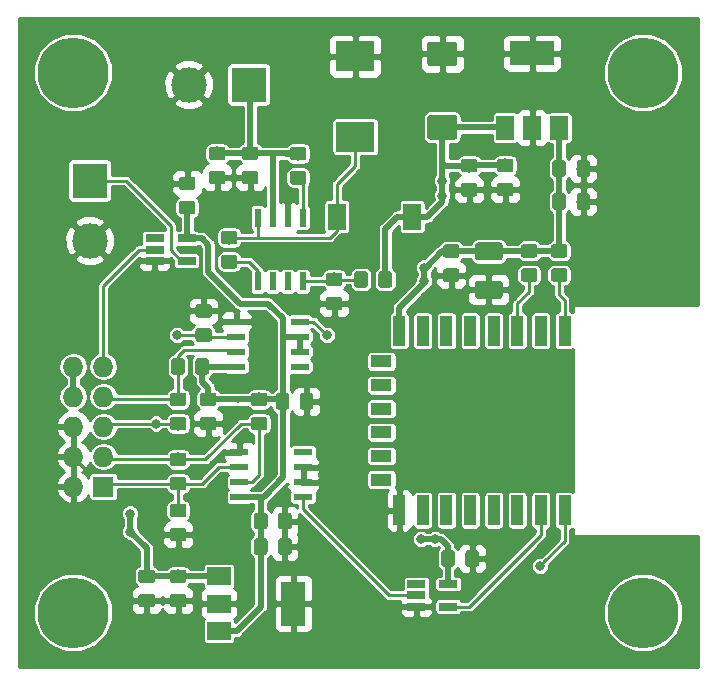
<source format=gbr>
G04 #@! TF.GenerationSoftware,KiCad,Pcbnew,5.0.2-bee76a0~70~ubuntu18.04.1*
G04 #@! TF.CreationDate,2019-05-14T19:54:41+02:00*
G04 #@! TF.ProjectId,support_board,73757070-6f72-4745-9f62-6f6172642e6b,rev?*
G04 #@! TF.SameCoordinates,Original*
G04 #@! TF.FileFunction,Copper,L1,Top*
G04 #@! TF.FilePolarity,Positive*
%FSLAX46Y46*%
G04 Gerber Fmt 4.6, Leading zero omitted, Abs format (unit mm)*
G04 Created by KiCad (PCBNEW 5.0.2-bee76a0~70~ubuntu18.04.1) date Út 14. května 2019, 19:54:41 CEST*
%MOMM*%
%LPD*%
G01*
G04 APERTURE LIST*
G04 #@! TA.AperFunction,ComponentPad*
%ADD10O,1.727200X1.727200*%
G04 #@! TD*
G04 #@! TA.AperFunction,ComponentPad*
%ADD11R,1.727200X1.727200*%
G04 #@! TD*
G04 #@! TA.AperFunction,Conductor*
%ADD12C,0.100000*%
G04 #@! TD*
G04 #@! TA.AperFunction,SMDPad,CuDef*
%ADD13C,1.150000*%
G04 #@! TD*
G04 #@! TA.AperFunction,SMDPad,CuDef*
%ADD14R,1.000000X2.500000*%
G04 #@! TD*
G04 #@! TA.AperFunction,SMDPad,CuDef*
%ADD15R,1.800000X1.000000*%
G04 #@! TD*
G04 #@! TA.AperFunction,SMDPad,CuDef*
%ADD16R,3.300000X2.500000*%
G04 #@! TD*
G04 #@! TA.AperFunction,SMDPad,CuDef*
%ADD17R,1.550000X0.600000*%
G04 #@! TD*
G04 #@! TA.AperFunction,SMDPad,CuDef*
%ADD18R,1.560000X0.650000*%
G04 #@! TD*
G04 #@! TA.AperFunction,ComponentPad*
%ADD19C,3.000000*%
G04 #@! TD*
G04 #@! TA.AperFunction,ComponentPad*
%ADD20R,3.000000X3.000000*%
G04 #@! TD*
G04 #@! TA.AperFunction,SMDPad,CuDef*
%ADD21R,0.600000X1.550000*%
G04 #@! TD*
G04 #@! TA.AperFunction,SMDPad,CuDef*
%ADD22R,2.000000X1.500000*%
G04 #@! TD*
G04 #@! TA.AperFunction,SMDPad,CuDef*
%ADD23R,2.000000X3.800000*%
G04 #@! TD*
G04 #@! TA.AperFunction,SMDPad,CuDef*
%ADD24R,1.500000X2.000000*%
G04 #@! TD*
G04 #@! TA.AperFunction,SMDPad,CuDef*
%ADD25R,3.800000X2.000000*%
G04 #@! TD*
G04 #@! TA.AperFunction,ComponentPad*
%ADD26C,6.000000*%
G04 #@! TD*
G04 #@! TA.AperFunction,SMDPad,CuDef*
%ADD27C,2.075000*%
G04 #@! TD*
G04 #@! TA.AperFunction,SMDPad,CuDef*
%ADD28R,1.500000X2.200000*%
G04 #@! TD*
G04 #@! TA.AperFunction,SMDPad,CuDef*
%ADD29C,1.500000*%
G04 #@! TD*
G04 #@! TA.AperFunction,ViaPad*
%ADD30C,0.800000*%
G04 #@! TD*
G04 #@! TA.AperFunction,Conductor*
%ADD31C,0.500000*%
G04 #@! TD*
G04 #@! TA.AperFunction,Conductor*
%ADD32C,0.250000*%
G04 #@! TD*
G04 #@! TA.AperFunction,Conductor*
%ADD33C,0.254000*%
G04 #@! TD*
G04 APERTURE END LIST*
D10*
G04 #@! TO.P,J2,10*
G04 #@! TO.N,+5.5V*
X123063000Y-98552000D03*
G04 #@! TO.P,J2,9*
G04 #@! TO.N,Net-(J2-Pad9)*
X125603000Y-98552000D03*
G04 #@! TO.P,J2,8*
G04 #@! TO.N,+5.5V*
X123063000Y-101092000D03*
G04 #@! TO.P,J2,7*
G04 #@! TO.N,Net-(J2-Pad7)*
X125603000Y-101092000D03*
G04 #@! TO.P,J2,6*
G04 #@! TO.N,GND*
X123063000Y-103632000D03*
G04 #@! TO.P,J2,5*
G04 #@! TO.N,Net-(J2-Pad5)*
X125603000Y-103632000D03*
G04 #@! TO.P,J2,4*
G04 #@! TO.N,GND*
X123063000Y-106172000D03*
G04 #@! TO.P,J2,3*
G04 #@! TO.N,Net-(J2-Pad3)*
X125603000Y-106172000D03*
G04 #@! TO.P,J2,2*
G04 #@! TO.N,GND*
X123063000Y-108712000D03*
D11*
G04 #@! TO.P,J2,1*
G04 #@! TO.N,Net-(J2-Pad1)*
X125603000Y-108712000D03*
G04 #@! TD*
D12*
G04 #@! TO.N,Net-(R12-Pad2)*
G04 #@! TO.C,R12*
G36*
X147778505Y-90487204D02*
X147802773Y-90490804D01*
X147826572Y-90496765D01*
X147849671Y-90505030D01*
X147871850Y-90515520D01*
X147892893Y-90528132D01*
X147912599Y-90542747D01*
X147930777Y-90559223D01*
X147947253Y-90577401D01*
X147961868Y-90597107D01*
X147974480Y-90618150D01*
X147984970Y-90640329D01*
X147993235Y-90663428D01*
X147999196Y-90687227D01*
X148002796Y-90711495D01*
X148004000Y-90735999D01*
X148004000Y-91636001D01*
X148002796Y-91660505D01*
X147999196Y-91684773D01*
X147993235Y-91708572D01*
X147984970Y-91731671D01*
X147974480Y-91753850D01*
X147961868Y-91774893D01*
X147947253Y-91794599D01*
X147930777Y-91812777D01*
X147912599Y-91829253D01*
X147892893Y-91843868D01*
X147871850Y-91856480D01*
X147849671Y-91866970D01*
X147826572Y-91875235D01*
X147802773Y-91881196D01*
X147778505Y-91884796D01*
X147754001Y-91886000D01*
X147103999Y-91886000D01*
X147079495Y-91884796D01*
X147055227Y-91881196D01*
X147031428Y-91875235D01*
X147008329Y-91866970D01*
X146986150Y-91856480D01*
X146965107Y-91843868D01*
X146945401Y-91829253D01*
X146927223Y-91812777D01*
X146910747Y-91794599D01*
X146896132Y-91774893D01*
X146883520Y-91753850D01*
X146873030Y-91731671D01*
X146864765Y-91708572D01*
X146858804Y-91684773D01*
X146855204Y-91660505D01*
X146854000Y-91636001D01*
X146854000Y-90735999D01*
X146855204Y-90711495D01*
X146858804Y-90687227D01*
X146864765Y-90663428D01*
X146873030Y-90640329D01*
X146883520Y-90618150D01*
X146896132Y-90597107D01*
X146910747Y-90577401D01*
X146927223Y-90559223D01*
X146945401Y-90542747D01*
X146965107Y-90528132D01*
X146986150Y-90515520D01*
X147008329Y-90505030D01*
X147031428Y-90496765D01*
X147055227Y-90490804D01*
X147079495Y-90487204D01*
X147103999Y-90486000D01*
X147754001Y-90486000D01*
X147778505Y-90487204D01*
X147778505Y-90487204D01*
G37*
D13*
G04 #@! TD*
G04 #@! TO.P,R12,2*
G04 #@! TO.N,Net-(R12-Pad2)*
X147429000Y-91186000D03*
D12*
G04 #@! TO.N,+5.5V*
G04 #@! TO.C,R12*
G36*
X149828505Y-90487204D02*
X149852773Y-90490804D01*
X149876572Y-90496765D01*
X149899671Y-90505030D01*
X149921850Y-90515520D01*
X149942893Y-90528132D01*
X149962599Y-90542747D01*
X149980777Y-90559223D01*
X149997253Y-90577401D01*
X150011868Y-90597107D01*
X150024480Y-90618150D01*
X150034970Y-90640329D01*
X150043235Y-90663428D01*
X150049196Y-90687227D01*
X150052796Y-90711495D01*
X150054000Y-90735999D01*
X150054000Y-91636001D01*
X150052796Y-91660505D01*
X150049196Y-91684773D01*
X150043235Y-91708572D01*
X150034970Y-91731671D01*
X150024480Y-91753850D01*
X150011868Y-91774893D01*
X149997253Y-91794599D01*
X149980777Y-91812777D01*
X149962599Y-91829253D01*
X149942893Y-91843868D01*
X149921850Y-91856480D01*
X149899671Y-91866970D01*
X149876572Y-91875235D01*
X149852773Y-91881196D01*
X149828505Y-91884796D01*
X149804001Y-91886000D01*
X149153999Y-91886000D01*
X149129495Y-91884796D01*
X149105227Y-91881196D01*
X149081428Y-91875235D01*
X149058329Y-91866970D01*
X149036150Y-91856480D01*
X149015107Y-91843868D01*
X148995401Y-91829253D01*
X148977223Y-91812777D01*
X148960747Y-91794599D01*
X148946132Y-91774893D01*
X148933520Y-91753850D01*
X148923030Y-91731671D01*
X148914765Y-91708572D01*
X148908804Y-91684773D01*
X148905204Y-91660505D01*
X148904000Y-91636001D01*
X148904000Y-90735999D01*
X148905204Y-90711495D01*
X148908804Y-90687227D01*
X148914765Y-90663428D01*
X148923030Y-90640329D01*
X148933520Y-90618150D01*
X148946132Y-90597107D01*
X148960747Y-90577401D01*
X148977223Y-90559223D01*
X148995401Y-90542747D01*
X149015107Y-90528132D01*
X149036150Y-90515520D01*
X149058329Y-90505030D01*
X149081428Y-90496765D01*
X149105227Y-90490804D01*
X149129495Y-90487204D01*
X149153999Y-90486000D01*
X149804001Y-90486000D01*
X149828505Y-90487204D01*
X149828505Y-90487204D01*
G37*
D13*
G04 #@! TD*
G04 #@! TO.P,R12,1*
G04 #@! TO.N,+5.5V*
X149479000Y-91186000D03*
D14*
G04 #@! TO.P,U6,22*
G04 #@! TO.N,Net-(U2-Pad4)*
X164663000Y-110724000D03*
G04 #@! TO.P,U6,21*
G04 #@! TO.N,Net-(U4-Pad4)*
X162663000Y-110724000D03*
G04 #@! TO.P,U6,20*
G04 #@! TO.N,Net-(U6-Pad20)*
X160663000Y-110724000D03*
G04 #@! TO.P,U6,19*
G04 #@! TO.N,Net-(U6-Pad19)*
X158663000Y-110724000D03*
G04 #@! TO.P,U6,18*
G04 #@! TO.N,Net-(U6-Pad18)*
X156663000Y-110724000D03*
G04 #@! TO.P,U6,17*
G04 #@! TO.N,Net-(U6-Pad17)*
X154663000Y-110724000D03*
G04 #@! TO.P,U6,16*
G04 #@! TO.N,Net-(U6-Pad16)*
X152663000Y-110724000D03*
G04 #@! TO.P,U6,15*
G04 #@! TO.N,GND*
X150663000Y-110724000D03*
D15*
G04 #@! TO.P,U6,14*
G04 #@! TO.N,Net-(U6-Pad14)*
X149163000Y-108124000D03*
G04 #@! TO.P,U6,13*
G04 #@! TO.N,Net-(U6-Pad13)*
X149163000Y-106124000D03*
G04 #@! TO.P,U6,12*
G04 #@! TO.N,Net-(U6-Pad12)*
X149163000Y-104124000D03*
G04 #@! TO.P,U6,11*
G04 #@! TO.N,Net-(U6-Pad11)*
X149163000Y-102124000D03*
G04 #@! TO.P,U6,10*
G04 #@! TO.N,Net-(U6-Pad10)*
X149163000Y-100124000D03*
G04 #@! TO.P,U6,9*
G04 #@! TO.N,Net-(U6-Pad9)*
X149163000Y-98124000D03*
D14*
G04 #@! TO.P,U6,8*
G04 #@! TO.N,+3V3*
X150663000Y-95524000D03*
G04 #@! TO.P,U6,7*
G04 #@! TO.N,Net-(U6-Pad7)*
X152663000Y-95524000D03*
G04 #@! TO.P,U6,6*
G04 #@! TO.N,Net-(U6-Pad6)*
X154663000Y-95524000D03*
G04 #@! TO.P,U6,5*
G04 #@! TO.N,Net-(U6-Pad5)*
X156663000Y-95524000D03*
G04 #@! TO.P,U6,4*
G04 #@! TO.N,Net-(U6-Pad4)*
X158663000Y-95524000D03*
G04 #@! TO.P,U6,3*
G04 #@! TO.N,Net-(R15-Pad2)*
X160663000Y-95524000D03*
G04 #@! TO.P,U6,2*
G04 #@! TO.N,Net-(U6-Pad2)*
X162663000Y-95524000D03*
G04 #@! TO.P,U6,1*
G04 #@! TO.N,Net-(R14-Pad2)*
X164663000Y-95524000D03*
G04 #@! TD*
D16*
G04 #@! TO.P,D1,2*
G04 #@! TO.N,GND*
X146939000Y-72292000D03*
G04 #@! TO.P,D1,1*
G04 #@! TO.N,Net-(C3-Pad1)*
X146939000Y-79092000D03*
G04 #@! TD*
D12*
G04 #@! TO.N,Net-(R15-Pad2)*
G04 #@! TO.C,R15*
G36*
X162145505Y-90231204D02*
X162169773Y-90234804D01*
X162193572Y-90240765D01*
X162216671Y-90249030D01*
X162238850Y-90259520D01*
X162259893Y-90272132D01*
X162279599Y-90286747D01*
X162297777Y-90303223D01*
X162314253Y-90321401D01*
X162328868Y-90341107D01*
X162341480Y-90362150D01*
X162351970Y-90384329D01*
X162360235Y-90407428D01*
X162366196Y-90431227D01*
X162369796Y-90455495D01*
X162371000Y-90479999D01*
X162371000Y-91130001D01*
X162369796Y-91154505D01*
X162366196Y-91178773D01*
X162360235Y-91202572D01*
X162351970Y-91225671D01*
X162341480Y-91247850D01*
X162328868Y-91268893D01*
X162314253Y-91288599D01*
X162297777Y-91306777D01*
X162279599Y-91323253D01*
X162259893Y-91337868D01*
X162238850Y-91350480D01*
X162216671Y-91360970D01*
X162193572Y-91369235D01*
X162169773Y-91375196D01*
X162145505Y-91378796D01*
X162121001Y-91380000D01*
X161220999Y-91380000D01*
X161196495Y-91378796D01*
X161172227Y-91375196D01*
X161148428Y-91369235D01*
X161125329Y-91360970D01*
X161103150Y-91350480D01*
X161082107Y-91337868D01*
X161062401Y-91323253D01*
X161044223Y-91306777D01*
X161027747Y-91288599D01*
X161013132Y-91268893D01*
X161000520Y-91247850D01*
X160990030Y-91225671D01*
X160981765Y-91202572D01*
X160975804Y-91178773D01*
X160972204Y-91154505D01*
X160971000Y-91130001D01*
X160971000Y-90479999D01*
X160972204Y-90455495D01*
X160975804Y-90431227D01*
X160981765Y-90407428D01*
X160990030Y-90384329D01*
X161000520Y-90362150D01*
X161013132Y-90341107D01*
X161027747Y-90321401D01*
X161044223Y-90303223D01*
X161062401Y-90286747D01*
X161082107Y-90272132D01*
X161103150Y-90259520D01*
X161125329Y-90249030D01*
X161148428Y-90240765D01*
X161172227Y-90234804D01*
X161196495Y-90231204D01*
X161220999Y-90230000D01*
X162121001Y-90230000D01*
X162145505Y-90231204D01*
X162145505Y-90231204D01*
G37*
D13*
G04 #@! TD*
G04 #@! TO.P,R15,2*
G04 #@! TO.N,Net-(R15-Pad2)*
X161671000Y-90805000D03*
D12*
G04 #@! TO.N,+3V3*
G04 #@! TO.C,R15*
G36*
X162145505Y-88181204D02*
X162169773Y-88184804D01*
X162193572Y-88190765D01*
X162216671Y-88199030D01*
X162238850Y-88209520D01*
X162259893Y-88222132D01*
X162279599Y-88236747D01*
X162297777Y-88253223D01*
X162314253Y-88271401D01*
X162328868Y-88291107D01*
X162341480Y-88312150D01*
X162351970Y-88334329D01*
X162360235Y-88357428D01*
X162366196Y-88381227D01*
X162369796Y-88405495D01*
X162371000Y-88429999D01*
X162371000Y-89080001D01*
X162369796Y-89104505D01*
X162366196Y-89128773D01*
X162360235Y-89152572D01*
X162351970Y-89175671D01*
X162341480Y-89197850D01*
X162328868Y-89218893D01*
X162314253Y-89238599D01*
X162297777Y-89256777D01*
X162279599Y-89273253D01*
X162259893Y-89287868D01*
X162238850Y-89300480D01*
X162216671Y-89310970D01*
X162193572Y-89319235D01*
X162169773Y-89325196D01*
X162145505Y-89328796D01*
X162121001Y-89330000D01*
X161220999Y-89330000D01*
X161196495Y-89328796D01*
X161172227Y-89325196D01*
X161148428Y-89319235D01*
X161125329Y-89310970D01*
X161103150Y-89300480D01*
X161082107Y-89287868D01*
X161062401Y-89273253D01*
X161044223Y-89256777D01*
X161027747Y-89238599D01*
X161013132Y-89218893D01*
X161000520Y-89197850D01*
X160990030Y-89175671D01*
X160981765Y-89152572D01*
X160975804Y-89128773D01*
X160972204Y-89104505D01*
X160971000Y-89080001D01*
X160971000Y-88429999D01*
X160972204Y-88405495D01*
X160975804Y-88381227D01*
X160981765Y-88357428D01*
X160990030Y-88334329D01*
X161000520Y-88312150D01*
X161013132Y-88291107D01*
X161027747Y-88271401D01*
X161044223Y-88253223D01*
X161062401Y-88236747D01*
X161082107Y-88222132D01*
X161103150Y-88209520D01*
X161125329Y-88199030D01*
X161148428Y-88190765D01*
X161172227Y-88184804D01*
X161196495Y-88181204D01*
X161220999Y-88180000D01*
X162121001Y-88180000D01*
X162145505Y-88181204D01*
X162145505Y-88181204D01*
G37*
D13*
G04 #@! TD*
G04 #@! TO.P,R15,1*
G04 #@! TO.N,+3V3*
X161671000Y-88755000D03*
D17*
G04 #@! TO.P,U3,8*
G04 #@! TO.N,+5V*
X137127000Y-109601000D03*
G04 #@! TO.P,U3,7*
G04 #@! TO.N,Net-(J2-Pad3)*
X137127000Y-108331000D03*
G04 #@! TO.P,U3,6*
G04 #@! TO.N,Net-(J2-Pad1)*
X137127000Y-107061000D03*
G04 #@! TO.P,U3,5*
G04 #@! TO.N,GND*
X137127000Y-105791000D03*
G04 #@! TO.P,U3,4*
G04 #@! TO.N,Net-(U3-Pad4)*
X142527000Y-105791000D03*
G04 #@! TO.P,U3,3*
G04 #@! TO.N,GND*
X142527000Y-107061000D03*
G04 #@! TO.P,U3,2*
X142527000Y-108331000D03*
G04 #@! TO.P,U3,1*
G04 #@! TO.N,Net-(U3-Pad1)*
X142527000Y-109601000D03*
G04 #@! TD*
D18*
G04 #@! TO.P,U4,5*
G04 #@! TO.N,+3V3*
X154813000Y-116972000D03*
G04 #@! TO.P,U4,4*
G04 #@! TO.N,Net-(U4-Pad4)*
X154813000Y-118872000D03*
G04 #@! TO.P,U4,3*
G04 #@! TO.N,GND*
X152113000Y-118872000D03*
G04 #@! TO.P,U4,2*
G04 #@! TO.N,Net-(U3-Pad1)*
X152113000Y-117922000D03*
G04 #@! TO.P,U4,1*
G04 #@! TO.N,Net-(U4-Pad1)*
X152113000Y-116972000D03*
G04 #@! TD*
D17*
G04 #@! TO.P,U2,8*
G04 #@! TO.N,+5V*
X136873000Y-98552000D03*
G04 #@! TO.P,U2,7*
G04 #@! TO.N,Net-(J2-Pad7)*
X136873000Y-97282000D03*
G04 #@! TO.P,U2,6*
G04 #@! TO.N,Net-(J2-Pad5)*
X136873000Y-96012000D03*
G04 #@! TO.P,U2,5*
G04 #@! TO.N,GND*
X136873000Y-94742000D03*
G04 #@! TO.P,U2,4*
G04 #@! TO.N,Net-(U2-Pad4)*
X142273000Y-94742000D03*
G04 #@! TO.P,U2,3*
G04 #@! TO.N,+5V*
X142273000Y-96012000D03*
G04 #@! TO.P,U2,2*
X142273000Y-97282000D03*
G04 #@! TO.P,U2,1*
G04 #@! TO.N,Net-(U2-Pad1)*
X142273000Y-98552000D03*
G04 #@! TD*
D12*
G04 #@! TO.N,Net-(R14-Pad2)*
G04 #@! TO.C,R14*
G36*
X164685505Y-90231204D02*
X164709773Y-90234804D01*
X164733572Y-90240765D01*
X164756671Y-90249030D01*
X164778850Y-90259520D01*
X164799893Y-90272132D01*
X164819599Y-90286747D01*
X164837777Y-90303223D01*
X164854253Y-90321401D01*
X164868868Y-90341107D01*
X164881480Y-90362150D01*
X164891970Y-90384329D01*
X164900235Y-90407428D01*
X164906196Y-90431227D01*
X164909796Y-90455495D01*
X164911000Y-90479999D01*
X164911000Y-91130001D01*
X164909796Y-91154505D01*
X164906196Y-91178773D01*
X164900235Y-91202572D01*
X164891970Y-91225671D01*
X164881480Y-91247850D01*
X164868868Y-91268893D01*
X164854253Y-91288599D01*
X164837777Y-91306777D01*
X164819599Y-91323253D01*
X164799893Y-91337868D01*
X164778850Y-91350480D01*
X164756671Y-91360970D01*
X164733572Y-91369235D01*
X164709773Y-91375196D01*
X164685505Y-91378796D01*
X164661001Y-91380000D01*
X163760999Y-91380000D01*
X163736495Y-91378796D01*
X163712227Y-91375196D01*
X163688428Y-91369235D01*
X163665329Y-91360970D01*
X163643150Y-91350480D01*
X163622107Y-91337868D01*
X163602401Y-91323253D01*
X163584223Y-91306777D01*
X163567747Y-91288599D01*
X163553132Y-91268893D01*
X163540520Y-91247850D01*
X163530030Y-91225671D01*
X163521765Y-91202572D01*
X163515804Y-91178773D01*
X163512204Y-91154505D01*
X163511000Y-91130001D01*
X163511000Y-90479999D01*
X163512204Y-90455495D01*
X163515804Y-90431227D01*
X163521765Y-90407428D01*
X163530030Y-90384329D01*
X163540520Y-90362150D01*
X163553132Y-90341107D01*
X163567747Y-90321401D01*
X163584223Y-90303223D01*
X163602401Y-90286747D01*
X163622107Y-90272132D01*
X163643150Y-90259520D01*
X163665329Y-90249030D01*
X163688428Y-90240765D01*
X163712227Y-90234804D01*
X163736495Y-90231204D01*
X163760999Y-90230000D01*
X164661001Y-90230000D01*
X164685505Y-90231204D01*
X164685505Y-90231204D01*
G37*
D13*
G04 #@! TD*
G04 #@! TO.P,R14,2*
G04 #@! TO.N,Net-(R14-Pad2)*
X164211000Y-90805000D03*
D12*
G04 #@! TO.N,+3V3*
G04 #@! TO.C,R14*
G36*
X164685505Y-88181204D02*
X164709773Y-88184804D01*
X164733572Y-88190765D01*
X164756671Y-88199030D01*
X164778850Y-88209520D01*
X164799893Y-88222132D01*
X164819599Y-88236747D01*
X164837777Y-88253223D01*
X164854253Y-88271401D01*
X164868868Y-88291107D01*
X164881480Y-88312150D01*
X164891970Y-88334329D01*
X164900235Y-88357428D01*
X164906196Y-88381227D01*
X164909796Y-88405495D01*
X164911000Y-88429999D01*
X164911000Y-89080001D01*
X164909796Y-89104505D01*
X164906196Y-89128773D01*
X164900235Y-89152572D01*
X164891970Y-89175671D01*
X164881480Y-89197850D01*
X164868868Y-89218893D01*
X164854253Y-89238599D01*
X164837777Y-89256777D01*
X164819599Y-89273253D01*
X164799893Y-89287868D01*
X164778850Y-89300480D01*
X164756671Y-89310970D01*
X164733572Y-89319235D01*
X164709773Y-89325196D01*
X164685505Y-89328796D01*
X164661001Y-89330000D01*
X163760999Y-89330000D01*
X163736495Y-89328796D01*
X163712227Y-89325196D01*
X163688428Y-89319235D01*
X163665329Y-89310970D01*
X163643150Y-89300480D01*
X163622107Y-89287868D01*
X163602401Y-89273253D01*
X163584223Y-89256777D01*
X163567747Y-89238599D01*
X163553132Y-89218893D01*
X163540520Y-89197850D01*
X163530030Y-89175671D01*
X163521765Y-89152572D01*
X163515804Y-89128773D01*
X163512204Y-89104505D01*
X163511000Y-89080001D01*
X163511000Y-88429999D01*
X163512204Y-88405495D01*
X163515804Y-88381227D01*
X163521765Y-88357428D01*
X163530030Y-88334329D01*
X163540520Y-88312150D01*
X163553132Y-88291107D01*
X163567747Y-88271401D01*
X163584223Y-88253223D01*
X163602401Y-88236747D01*
X163622107Y-88222132D01*
X163643150Y-88209520D01*
X163665329Y-88199030D01*
X163688428Y-88190765D01*
X163712227Y-88184804D01*
X163736495Y-88181204D01*
X163760999Y-88180000D01*
X164661001Y-88180000D01*
X164685505Y-88181204D01*
X164685505Y-88181204D01*
G37*
D13*
G04 #@! TD*
G04 #@! TO.P,R14,1*
G04 #@! TO.N,+3V3*
X164211000Y-88755000D03*
D12*
G04 #@! TO.N,GND*
G04 #@! TO.C,C1*
G36*
X135729505Y-81985204D02*
X135753773Y-81988804D01*
X135777572Y-81994765D01*
X135800671Y-82003030D01*
X135822850Y-82013520D01*
X135843893Y-82026132D01*
X135863599Y-82040747D01*
X135881777Y-82057223D01*
X135898253Y-82075401D01*
X135912868Y-82095107D01*
X135925480Y-82116150D01*
X135935970Y-82138329D01*
X135944235Y-82161428D01*
X135950196Y-82185227D01*
X135953796Y-82209495D01*
X135955000Y-82233999D01*
X135955000Y-82884001D01*
X135953796Y-82908505D01*
X135950196Y-82932773D01*
X135944235Y-82956572D01*
X135935970Y-82979671D01*
X135925480Y-83001850D01*
X135912868Y-83022893D01*
X135898253Y-83042599D01*
X135881777Y-83060777D01*
X135863599Y-83077253D01*
X135843893Y-83091868D01*
X135822850Y-83104480D01*
X135800671Y-83114970D01*
X135777572Y-83123235D01*
X135753773Y-83129196D01*
X135729505Y-83132796D01*
X135705001Y-83134000D01*
X134804999Y-83134000D01*
X134780495Y-83132796D01*
X134756227Y-83129196D01*
X134732428Y-83123235D01*
X134709329Y-83114970D01*
X134687150Y-83104480D01*
X134666107Y-83091868D01*
X134646401Y-83077253D01*
X134628223Y-83060777D01*
X134611747Y-83042599D01*
X134597132Y-83022893D01*
X134584520Y-83001850D01*
X134574030Y-82979671D01*
X134565765Y-82956572D01*
X134559804Y-82932773D01*
X134556204Y-82908505D01*
X134555000Y-82884001D01*
X134555000Y-82233999D01*
X134556204Y-82209495D01*
X134559804Y-82185227D01*
X134565765Y-82161428D01*
X134574030Y-82138329D01*
X134584520Y-82116150D01*
X134597132Y-82095107D01*
X134611747Y-82075401D01*
X134628223Y-82057223D01*
X134646401Y-82040747D01*
X134666107Y-82026132D01*
X134687150Y-82013520D01*
X134709329Y-82003030D01*
X134732428Y-81994765D01*
X134756227Y-81988804D01*
X134780495Y-81985204D01*
X134804999Y-81984000D01*
X135705001Y-81984000D01*
X135729505Y-81985204D01*
X135729505Y-81985204D01*
G37*
D13*
G04 #@! TD*
G04 #@! TO.P,C1,2*
G04 #@! TO.N,GND*
X135255000Y-82559000D03*
D12*
G04 #@! TO.N,/12V*
G04 #@! TO.C,C1*
G36*
X135729505Y-79935204D02*
X135753773Y-79938804D01*
X135777572Y-79944765D01*
X135800671Y-79953030D01*
X135822850Y-79963520D01*
X135843893Y-79976132D01*
X135863599Y-79990747D01*
X135881777Y-80007223D01*
X135898253Y-80025401D01*
X135912868Y-80045107D01*
X135925480Y-80066150D01*
X135935970Y-80088329D01*
X135944235Y-80111428D01*
X135950196Y-80135227D01*
X135953796Y-80159495D01*
X135955000Y-80183999D01*
X135955000Y-80834001D01*
X135953796Y-80858505D01*
X135950196Y-80882773D01*
X135944235Y-80906572D01*
X135935970Y-80929671D01*
X135925480Y-80951850D01*
X135912868Y-80972893D01*
X135898253Y-80992599D01*
X135881777Y-81010777D01*
X135863599Y-81027253D01*
X135843893Y-81041868D01*
X135822850Y-81054480D01*
X135800671Y-81064970D01*
X135777572Y-81073235D01*
X135753773Y-81079196D01*
X135729505Y-81082796D01*
X135705001Y-81084000D01*
X134804999Y-81084000D01*
X134780495Y-81082796D01*
X134756227Y-81079196D01*
X134732428Y-81073235D01*
X134709329Y-81064970D01*
X134687150Y-81054480D01*
X134666107Y-81041868D01*
X134646401Y-81027253D01*
X134628223Y-81010777D01*
X134611747Y-80992599D01*
X134597132Y-80972893D01*
X134584520Y-80951850D01*
X134574030Y-80929671D01*
X134565765Y-80906572D01*
X134559804Y-80882773D01*
X134556204Y-80858505D01*
X134555000Y-80834001D01*
X134555000Y-80183999D01*
X134556204Y-80159495D01*
X134559804Y-80135227D01*
X134565765Y-80111428D01*
X134574030Y-80088329D01*
X134584520Y-80066150D01*
X134597132Y-80045107D01*
X134611747Y-80025401D01*
X134628223Y-80007223D01*
X134646401Y-79990747D01*
X134666107Y-79976132D01*
X134687150Y-79963520D01*
X134709329Y-79953030D01*
X134732428Y-79944765D01*
X134756227Y-79938804D01*
X134780495Y-79935204D01*
X134804999Y-79934000D01*
X135705001Y-79934000D01*
X135729505Y-79935204D01*
X135729505Y-79935204D01*
G37*
D13*
G04 #@! TD*
G04 #@! TO.P,C1,1*
G04 #@! TO.N,/12V*
X135255000Y-80509000D03*
D12*
G04 #@! TO.N,GND*
G04 #@! TO.C,C2*
G36*
X138523505Y-81976204D02*
X138547773Y-81979804D01*
X138571572Y-81985765D01*
X138594671Y-81994030D01*
X138616850Y-82004520D01*
X138637893Y-82017132D01*
X138657599Y-82031747D01*
X138675777Y-82048223D01*
X138692253Y-82066401D01*
X138706868Y-82086107D01*
X138719480Y-82107150D01*
X138729970Y-82129329D01*
X138738235Y-82152428D01*
X138744196Y-82176227D01*
X138747796Y-82200495D01*
X138749000Y-82224999D01*
X138749000Y-82875001D01*
X138747796Y-82899505D01*
X138744196Y-82923773D01*
X138738235Y-82947572D01*
X138729970Y-82970671D01*
X138719480Y-82992850D01*
X138706868Y-83013893D01*
X138692253Y-83033599D01*
X138675777Y-83051777D01*
X138657599Y-83068253D01*
X138637893Y-83082868D01*
X138616850Y-83095480D01*
X138594671Y-83105970D01*
X138571572Y-83114235D01*
X138547773Y-83120196D01*
X138523505Y-83123796D01*
X138499001Y-83125000D01*
X137598999Y-83125000D01*
X137574495Y-83123796D01*
X137550227Y-83120196D01*
X137526428Y-83114235D01*
X137503329Y-83105970D01*
X137481150Y-83095480D01*
X137460107Y-83082868D01*
X137440401Y-83068253D01*
X137422223Y-83051777D01*
X137405747Y-83033599D01*
X137391132Y-83013893D01*
X137378520Y-82992850D01*
X137368030Y-82970671D01*
X137359765Y-82947572D01*
X137353804Y-82923773D01*
X137350204Y-82899505D01*
X137349000Y-82875001D01*
X137349000Y-82224999D01*
X137350204Y-82200495D01*
X137353804Y-82176227D01*
X137359765Y-82152428D01*
X137368030Y-82129329D01*
X137378520Y-82107150D01*
X137391132Y-82086107D01*
X137405747Y-82066401D01*
X137422223Y-82048223D01*
X137440401Y-82031747D01*
X137460107Y-82017132D01*
X137481150Y-82004520D01*
X137503329Y-81994030D01*
X137526428Y-81985765D01*
X137550227Y-81979804D01*
X137574495Y-81976204D01*
X137598999Y-81975000D01*
X138499001Y-81975000D01*
X138523505Y-81976204D01*
X138523505Y-81976204D01*
G37*
D13*
G04 #@! TD*
G04 #@! TO.P,C2,2*
G04 #@! TO.N,GND*
X138049000Y-82550000D03*
D12*
G04 #@! TO.N,/12V*
G04 #@! TO.C,C2*
G36*
X138523505Y-79926204D02*
X138547773Y-79929804D01*
X138571572Y-79935765D01*
X138594671Y-79944030D01*
X138616850Y-79954520D01*
X138637893Y-79967132D01*
X138657599Y-79981747D01*
X138675777Y-79998223D01*
X138692253Y-80016401D01*
X138706868Y-80036107D01*
X138719480Y-80057150D01*
X138729970Y-80079329D01*
X138738235Y-80102428D01*
X138744196Y-80126227D01*
X138747796Y-80150495D01*
X138749000Y-80174999D01*
X138749000Y-80825001D01*
X138747796Y-80849505D01*
X138744196Y-80873773D01*
X138738235Y-80897572D01*
X138729970Y-80920671D01*
X138719480Y-80942850D01*
X138706868Y-80963893D01*
X138692253Y-80983599D01*
X138675777Y-81001777D01*
X138657599Y-81018253D01*
X138637893Y-81032868D01*
X138616850Y-81045480D01*
X138594671Y-81055970D01*
X138571572Y-81064235D01*
X138547773Y-81070196D01*
X138523505Y-81073796D01*
X138499001Y-81075000D01*
X137598999Y-81075000D01*
X137574495Y-81073796D01*
X137550227Y-81070196D01*
X137526428Y-81064235D01*
X137503329Y-81055970D01*
X137481150Y-81045480D01*
X137460107Y-81032868D01*
X137440401Y-81018253D01*
X137422223Y-81001777D01*
X137405747Y-80983599D01*
X137391132Y-80963893D01*
X137378520Y-80942850D01*
X137368030Y-80920671D01*
X137359765Y-80897572D01*
X137353804Y-80873773D01*
X137350204Y-80849505D01*
X137349000Y-80825001D01*
X137349000Y-80174999D01*
X137350204Y-80150495D01*
X137353804Y-80126227D01*
X137359765Y-80102428D01*
X137368030Y-80079329D01*
X137378520Y-80057150D01*
X137391132Y-80036107D01*
X137405747Y-80016401D01*
X137422223Y-79998223D01*
X137440401Y-79981747D01*
X137460107Y-79967132D01*
X137481150Y-79954520D01*
X137503329Y-79944030D01*
X137526428Y-79935765D01*
X137550227Y-79929804D01*
X137574495Y-79926204D01*
X137598999Y-79925000D01*
X138499001Y-79925000D01*
X138523505Y-79926204D01*
X138523505Y-79926204D01*
G37*
D13*
G04 #@! TD*
G04 #@! TO.P,C2,1*
G04 #@! TO.N,/12V*
X138049000Y-80500000D03*
D12*
G04 #@! TO.N,Net-(C3-Pad2)*
G04 #@! TO.C,C3*
G36*
X136745505Y-89106204D02*
X136769773Y-89109804D01*
X136793572Y-89115765D01*
X136816671Y-89124030D01*
X136838850Y-89134520D01*
X136859893Y-89147132D01*
X136879599Y-89161747D01*
X136897777Y-89178223D01*
X136914253Y-89196401D01*
X136928868Y-89216107D01*
X136941480Y-89237150D01*
X136951970Y-89259329D01*
X136960235Y-89282428D01*
X136966196Y-89306227D01*
X136969796Y-89330495D01*
X136971000Y-89354999D01*
X136971000Y-90005001D01*
X136969796Y-90029505D01*
X136966196Y-90053773D01*
X136960235Y-90077572D01*
X136951970Y-90100671D01*
X136941480Y-90122850D01*
X136928868Y-90143893D01*
X136914253Y-90163599D01*
X136897777Y-90181777D01*
X136879599Y-90198253D01*
X136859893Y-90212868D01*
X136838850Y-90225480D01*
X136816671Y-90235970D01*
X136793572Y-90244235D01*
X136769773Y-90250196D01*
X136745505Y-90253796D01*
X136721001Y-90255000D01*
X135820999Y-90255000D01*
X135796495Y-90253796D01*
X135772227Y-90250196D01*
X135748428Y-90244235D01*
X135725329Y-90235970D01*
X135703150Y-90225480D01*
X135682107Y-90212868D01*
X135662401Y-90198253D01*
X135644223Y-90181777D01*
X135627747Y-90163599D01*
X135613132Y-90143893D01*
X135600520Y-90122850D01*
X135590030Y-90100671D01*
X135581765Y-90077572D01*
X135575804Y-90053773D01*
X135572204Y-90029505D01*
X135571000Y-90005001D01*
X135571000Y-89354999D01*
X135572204Y-89330495D01*
X135575804Y-89306227D01*
X135581765Y-89282428D01*
X135590030Y-89259329D01*
X135600520Y-89237150D01*
X135613132Y-89216107D01*
X135627747Y-89196401D01*
X135644223Y-89178223D01*
X135662401Y-89161747D01*
X135682107Y-89147132D01*
X135703150Y-89134520D01*
X135725329Y-89124030D01*
X135748428Y-89115765D01*
X135772227Y-89109804D01*
X135796495Y-89106204D01*
X135820999Y-89105000D01*
X136721001Y-89105000D01*
X136745505Y-89106204D01*
X136745505Y-89106204D01*
G37*
D13*
G04 #@! TD*
G04 #@! TO.P,C3,2*
G04 #@! TO.N,Net-(C3-Pad2)*
X136271000Y-89680000D03*
D12*
G04 #@! TO.N,Net-(C3-Pad1)*
G04 #@! TO.C,C3*
G36*
X136745505Y-87056204D02*
X136769773Y-87059804D01*
X136793572Y-87065765D01*
X136816671Y-87074030D01*
X136838850Y-87084520D01*
X136859893Y-87097132D01*
X136879599Y-87111747D01*
X136897777Y-87128223D01*
X136914253Y-87146401D01*
X136928868Y-87166107D01*
X136941480Y-87187150D01*
X136951970Y-87209329D01*
X136960235Y-87232428D01*
X136966196Y-87256227D01*
X136969796Y-87280495D01*
X136971000Y-87304999D01*
X136971000Y-87955001D01*
X136969796Y-87979505D01*
X136966196Y-88003773D01*
X136960235Y-88027572D01*
X136951970Y-88050671D01*
X136941480Y-88072850D01*
X136928868Y-88093893D01*
X136914253Y-88113599D01*
X136897777Y-88131777D01*
X136879599Y-88148253D01*
X136859893Y-88162868D01*
X136838850Y-88175480D01*
X136816671Y-88185970D01*
X136793572Y-88194235D01*
X136769773Y-88200196D01*
X136745505Y-88203796D01*
X136721001Y-88205000D01*
X135820999Y-88205000D01*
X135796495Y-88203796D01*
X135772227Y-88200196D01*
X135748428Y-88194235D01*
X135725329Y-88185970D01*
X135703150Y-88175480D01*
X135682107Y-88162868D01*
X135662401Y-88148253D01*
X135644223Y-88131777D01*
X135627747Y-88113599D01*
X135613132Y-88093893D01*
X135600520Y-88072850D01*
X135590030Y-88050671D01*
X135581765Y-88027572D01*
X135575804Y-88003773D01*
X135572204Y-87979505D01*
X135571000Y-87955001D01*
X135571000Y-87304999D01*
X135572204Y-87280495D01*
X135575804Y-87256227D01*
X135581765Y-87232428D01*
X135590030Y-87209329D01*
X135600520Y-87187150D01*
X135613132Y-87166107D01*
X135627747Y-87146401D01*
X135644223Y-87128223D01*
X135662401Y-87111747D01*
X135682107Y-87097132D01*
X135703150Y-87084520D01*
X135725329Y-87074030D01*
X135748428Y-87065765D01*
X135772227Y-87059804D01*
X135796495Y-87056204D01*
X135820999Y-87055000D01*
X136721001Y-87055000D01*
X136745505Y-87056204D01*
X136745505Y-87056204D01*
G37*
D13*
G04 #@! TD*
G04 #@! TO.P,C3,1*
G04 #@! TO.N,Net-(C3-Pad1)*
X136271000Y-87630000D03*
D12*
G04 #@! TO.N,+5V*
G04 #@! TO.C,C4*
G36*
X141123705Y-100799604D02*
X141147973Y-100803204D01*
X141171772Y-100809165D01*
X141194871Y-100817430D01*
X141217050Y-100827920D01*
X141238093Y-100840532D01*
X141257799Y-100855147D01*
X141275977Y-100871623D01*
X141292453Y-100889801D01*
X141307068Y-100909507D01*
X141319680Y-100930550D01*
X141330170Y-100952729D01*
X141338435Y-100975828D01*
X141344396Y-100999627D01*
X141347996Y-101023895D01*
X141349200Y-101048399D01*
X141349200Y-101948401D01*
X141347996Y-101972905D01*
X141344396Y-101997173D01*
X141338435Y-102020972D01*
X141330170Y-102044071D01*
X141319680Y-102066250D01*
X141307068Y-102087293D01*
X141292453Y-102106999D01*
X141275977Y-102125177D01*
X141257799Y-102141653D01*
X141238093Y-102156268D01*
X141217050Y-102168880D01*
X141194871Y-102179370D01*
X141171772Y-102187635D01*
X141147973Y-102193596D01*
X141123705Y-102197196D01*
X141099201Y-102198400D01*
X140449199Y-102198400D01*
X140424695Y-102197196D01*
X140400427Y-102193596D01*
X140376628Y-102187635D01*
X140353529Y-102179370D01*
X140331350Y-102168880D01*
X140310307Y-102156268D01*
X140290601Y-102141653D01*
X140272423Y-102125177D01*
X140255947Y-102106999D01*
X140241332Y-102087293D01*
X140228720Y-102066250D01*
X140218230Y-102044071D01*
X140209965Y-102020972D01*
X140204004Y-101997173D01*
X140200404Y-101972905D01*
X140199200Y-101948401D01*
X140199200Y-101048399D01*
X140200404Y-101023895D01*
X140204004Y-100999627D01*
X140209965Y-100975828D01*
X140218230Y-100952729D01*
X140228720Y-100930550D01*
X140241332Y-100909507D01*
X140255947Y-100889801D01*
X140272423Y-100871623D01*
X140290601Y-100855147D01*
X140310307Y-100840532D01*
X140331350Y-100827920D01*
X140353529Y-100817430D01*
X140376628Y-100809165D01*
X140400427Y-100803204D01*
X140424695Y-100799604D01*
X140449199Y-100798400D01*
X141099201Y-100798400D01*
X141123705Y-100799604D01*
X141123705Y-100799604D01*
G37*
D13*
G04 #@! TD*
G04 #@! TO.P,C4,2*
G04 #@! TO.N,+5V*
X140774200Y-101498400D03*
D12*
G04 #@! TO.N,GND*
G04 #@! TO.C,C4*
G36*
X143173705Y-100799604D02*
X143197973Y-100803204D01*
X143221772Y-100809165D01*
X143244871Y-100817430D01*
X143267050Y-100827920D01*
X143288093Y-100840532D01*
X143307799Y-100855147D01*
X143325977Y-100871623D01*
X143342453Y-100889801D01*
X143357068Y-100909507D01*
X143369680Y-100930550D01*
X143380170Y-100952729D01*
X143388435Y-100975828D01*
X143394396Y-100999627D01*
X143397996Y-101023895D01*
X143399200Y-101048399D01*
X143399200Y-101948401D01*
X143397996Y-101972905D01*
X143394396Y-101997173D01*
X143388435Y-102020972D01*
X143380170Y-102044071D01*
X143369680Y-102066250D01*
X143357068Y-102087293D01*
X143342453Y-102106999D01*
X143325977Y-102125177D01*
X143307799Y-102141653D01*
X143288093Y-102156268D01*
X143267050Y-102168880D01*
X143244871Y-102179370D01*
X143221772Y-102187635D01*
X143197973Y-102193596D01*
X143173705Y-102197196D01*
X143149201Y-102198400D01*
X142499199Y-102198400D01*
X142474695Y-102197196D01*
X142450427Y-102193596D01*
X142426628Y-102187635D01*
X142403529Y-102179370D01*
X142381350Y-102168880D01*
X142360307Y-102156268D01*
X142340601Y-102141653D01*
X142322423Y-102125177D01*
X142305947Y-102106999D01*
X142291332Y-102087293D01*
X142278720Y-102066250D01*
X142268230Y-102044071D01*
X142259965Y-102020972D01*
X142254004Y-101997173D01*
X142250404Y-101972905D01*
X142249200Y-101948401D01*
X142249200Y-101048399D01*
X142250404Y-101023895D01*
X142254004Y-100999627D01*
X142259965Y-100975828D01*
X142268230Y-100952729D01*
X142278720Y-100930550D01*
X142291332Y-100909507D01*
X142305947Y-100889801D01*
X142322423Y-100871623D01*
X142340601Y-100855147D01*
X142360307Y-100840532D01*
X142381350Y-100827920D01*
X142403529Y-100817430D01*
X142426628Y-100809165D01*
X142450427Y-100803204D01*
X142474695Y-100799604D01*
X142499199Y-100798400D01*
X143149201Y-100798400D01*
X143173705Y-100799604D01*
X143173705Y-100799604D01*
G37*
D13*
G04 #@! TD*
G04 #@! TO.P,C4,1*
G04 #@! TO.N,GND*
X142824200Y-101498400D03*
D12*
G04 #@! TO.N,+5V*
G04 #@! TO.C,C5*
G36*
X134967505Y-100754204D02*
X134991773Y-100757804D01*
X135015572Y-100763765D01*
X135038671Y-100772030D01*
X135060850Y-100782520D01*
X135081893Y-100795132D01*
X135101599Y-100809747D01*
X135119777Y-100826223D01*
X135136253Y-100844401D01*
X135150868Y-100864107D01*
X135163480Y-100885150D01*
X135173970Y-100907329D01*
X135182235Y-100930428D01*
X135188196Y-100954227D01*
X135191796Y-100978495D01*
X135193000Y-101002999D01*
X135193000Y-101653001D01*
X135191796Y-101677505D01*
X135188196Y-101701773D01*
X135182235Y-101725572D01*
X135173970Y-101748671D01*
X135163480Y-101770850D01*
X135150868Y-101791893D01*
X135136253Y-101811599D01*
X135119777Y-101829777D01*
X135101599Y-101846253D01*
X135081893Y-101860868D01*
X135060850Y-101873480D01*
X135038671Y-101883970D01*
X135015572Y-101892235D01*
X134991773Y-101898196D01*
X134967505Y-101901796D01*
X134943001Y-101903000D01*
X134042999Y-101903000D01*
X134018495Y-101901796D01*
X133994227Y-101898196D01*
X133970428Y-101892235D01*
X133947329Y-101883970D01*
X133925150Y-101873480D01*
X133904107Y-101860868D01*
X133884401Y-101846253D01*
X133866223Y-101829777D01*
X133849747Y-101811599D01*
X133835132Y-101791893D01*
X133822520Y-101770850D01*
X133812030Y-101748671D01*
X133803765Y-101725572D01*
X133797804Y-101701773D01*
X133794204Y-101677505D01*
X133793000Y-101653001D01*
X133793000Y-101002999D01*
X133794204Y-100978495D01*
X133797804Y-100954227D01*
X133803765Y-100930428D01*
X133812030Y-100907329D01*
X133822520Y-100885150D01*
X133835132Y-100864107D01*
X133849747Y-100844401D01*
X133866223Y-100826223D01*
X133884401Y-100809747D01*
X133904107Y-100795132D01*
X133925150Y-100782520D01*
X133947329Y-100772030D01*
X133970428Y-100763765D01*
X133994227Y-100757804D01*
X134018495Y-100754204D01*
X134042999Y-100753000D01*
X134943001Y-100753000D01*
X134967505Y-100754204D01*
X134967505Y-100754204D01*
G37*
D13*
G04 #@! TD*
G04 #@! TO.P,C5,2*
G04 #@! TO.N,+5V*
X134493000Y-101328000D03*
D12*
G04 #@! TO.N,GND*
G04 #@! TO.C,C5*
G36*
X134967505Y-102804204D02*
X134991773Y-102807804D01*
X135015572Y-102813765D01*
X135038671Y-102822030D01*
X135060850Y-102832520D01*
X135081893Y-102845132D01*
X135101599Y-102859747D01*
X135119777Y-102876223D01*
X135136253Y-102894401D01*
X135150868Y-102914107D01*
X135163480Y-102935150D01*
X135173970Y-102957329D01*
X135182235Y-102980428D01*
X135188196Y-103004227D01*
X135191796Y-103028495D01*
X135193000Y-103052999D01*
X135193000Y-103703001D01*
X135191796Y-103727505D01*
X135188196Y-103751773D01*
X135182235Y-103775572D01*
X135173970Y-103798671D01*
X135163480Y-103820850D01*
X135150868Y-103841893D01*
X135136253Y-103861599D01*
X135119777Y-103879777D01*
X135101599Y-103896253D01*
X135081893Y-103910868D01*
X135060850Y-103923480D01*
X135038671Y-103933970D01*
X135015572Y-103942235D01*
X134991773Y-103948196D01*
X134967505Y-103951796D01*
X134943001Y-103953000D01*
X134042999Y-103953000D01*
X134018495Y-103951796D01*
X133994227Y-103948196D01*
X133970428Y-103942235D01*
X133947329Y-103933970D01*
X133925150Y-103923480D01*
X133904107Y-103910868D01*
X133884401Y-103896253D01*
X133866223Y-103879777D01*
X133849747Y-103861599D01*
X133835132Y-103841893D01*
X133822520Y-103820850D01*
X133812030Y-103798671D01*
X133803765Y-103775572D01*
X133797804Y-103751773D01*
X133794204Y-103727505D01*
X133793000Y-103703001D01*
X133793000Y-103052999D01*
X133794204Y-103028495D01*
X133797804Y-103004227D01*
X133803765Y-102980428D01*
X133812030Y-102957329D01*
X133822520Y-102935150D01*
X133835132Y-102914107D01*
X133849747Y-102894401D01*
X133866223Y-102876223D01*
X133884401Y-102859747D01*
X133904107Y-102845132D01*
X133925150Y-102832520D01*
X133947329Y-102822030D01*
X133970428Y-102813765D01*
X133994227Y-102807804D01*
X134018495Y-102804204D01*
X134042999Y-102803000D01*
X134943001Y-102803000D01*
X134967505Y-102804204D01*
X134967505Y-102804204D01*
G37*
D13*
G04 #@! TD*
G04 #@! TO.P,C5,1*
G04 #@! TO.N,GND*
X134493000Y-103378000D03*
D12*
G04 #@! TO.N,GND*
G04 #@! TO.C,C7*
G36*
X132427505Y-117790204D02*
X132451773Y-117793804D01*
X132475572Y-117799765D01*
X132498671Y-117808030D01*
X132520850Y-117818520D01*
X132541893Y-117831132D01*
X132561599Y-117845747D01*
X132579777Y-117862223D01*
X132596253Y-117880401D01*
X132610868Y-117900107D01*
X132623480Y-117921150D01*
X132633970Y-117943329D01*
X132642235Y-117966428D01*
X132648196Y-117990227D01*
X132651796Y-118014495D01*
X132653000Y-118038999D01*
X132653000Y-118689001D01*
X132651796Y-118713505D01*
X132648196Y-118737773D01*
X132642235Y-118761572D01*
X132633970Y-118784671D01*
X132623480Y-118806850D01*
X132610868Y-118827893D01*
X132596253Y-118847599D01*
X132579777Y-118865777D01*
X132561599Y-118882253D01*
X132541893Y-118896868D01*
X132520850Y-118909480D01*
X132498671Y-118919970D01*
X132475572Y-118928235D01*
X132451773Y-118934196D01*
X132427505Y-118937796D01*
X132403001Y-118939000D01*
X131502999Y-118939000D01*
X131478495Y-118937796D01*
X131454227Y-118934196D01*
X131430428Y-118928235D01*
X131407329Y-118919970D01*
X131385150Y-118909480D01*
X131364107Y-118896868D01*
X131344401Y-118882253D01*
X131326223Y-118865777D01*
X131309747Y-118847599D01*
X131295132Y-118827893D01*
X131282520Y-118806850D01*
X131272030Y-118784671D01*
X131263765Y-118761572D01*
X131257804Y-118737773D01*
X131254204Y-118713505D01*
X131253000Y-118689001D01*
X131253000Y-118038999D01*
X131254204Y-118014495D01*
X131257804Y-117990227D01*
X131263765Y-117966428D01*
X131272030Y-117943329D01*
X131282520Y-117921150D01*
X131295132Y-117900107D01*
X131309747Y-117880401D01*
X131326223Y-117862223D01*
X131344401Y-117845747D01*
X131364107Y-117831132D01*
X131385150Y-117818520D01*
X131407329Y-117808030D01*
X131430428Y-117799765D01*
X131454227Y-117793804D01*
X131478495Y-117790204D01*
X131502999Y-117789000D01*
X132403001Y-117789000D01*
X132427505Y-117790204D01*
X132427505Y-117790204D01*
G37*
D13*
G04 #@! TD*
G04 #@! TO.P,C7,2*
G04 #@! TO.N,GND*
X131953000Y-118364000D03*
D12*
G04 #@! TO.N,+5.5V*
G04 #@! TO.C,C7*
G36*
X132427505Y-115740204D02*
X132451773Y-115743804D01*
X132475572Y-115749765D01*
X132498671Y-115758030D01*
X132520850Y-115768520D01*
X132541893Y-115781132D01*
X132561599Y-115795747D01*
X132579777Y-115812223D01*
X132596253Y-115830401D01*
X132610868Y-115850107D01*
X132623480Y-115871150D01*
X132633970Y-115893329D01*
X132642235Y-115916428D01*
X132648196Y-115940227D01*
X132651796Y-115964495D01*
X132653000Y-115988999D01*
X132653000Y-116639001D01*
X132651796Y-116663505D01*
X132648196Y-116687773D01*
X132642235Y-116711572D01*
X132633970Y-116734671D01*
X132623480Y-116756850D01*
X132610868Y-116777893D01*
X132596253Y-116797599D01*
X132579777Y-116815777D01*
X132561599Y-116832253D01*
X132541893Y-116846868D01*
X132520850Y-116859480D01*
X132498671Y-116869970D01*
X132475572Y-116878235D01*
X132451773Y-116884196D01*
X132427505Y-116887796D01*
X132403001Y-116889000D01*
X131502999Y-116889000D01*
X131478495Y-116887796D01*
X131454227Y-116884196D01*
X131430428Y-116878235D01*
X131407329Y-116869970D01*
X131385150Y-116859480D01*
X131364107Y-116846868D01*
X131344401Y-116832253D01*
X131326223Y-116815777D01*
X131309747Y-116797599D01*
X131295132Y-116777893D01*
X131282520Y-116756850D01*
X131272030Y-116734671D01*
X131263765Y-116711572D01*
X131257804Y-116687773D01*
X131254204Y-116663505D01*
X131253000Y-116639001D01*
X131253000Y-115988999D01*
X131254204Y-115964495D01*
X131257804Y-115940227D01*
X131263765Y-115916428D01*
X131272030Y-115893329D01*
X131282520Y-115871150D01*
X131295132Y-115850107D01*
X131309747Y-115830401D01*
X131326223Y-115812223D01*
X131344401Y-115795747D01*
X131364107Y-115781132D01*
X131385150Y-115768520D01*
X131407329Y-115758030D01*
X131430428Y-115749765D01*
X131454227Y-115743804D01*
X131478495Y-115740204D01*
X131502999Y-115739000D01*
X132403001Y-115739000D01*
X132427505Y-115740204D01*
X132427505Y-115740204D01*
G37*
D13*
G04 #@! TD*
G04 #@! TO.P,C7,1*
G04 #@! TO.N,+5.5V*
X131953000Y-116314000D03*
D12*
G04 #@! TO.N,GND*
G04 #@! TO.C,C8*
G36*
X129760505Y-117790204D02*
X129784773Y-117793804D01*
X129808572Y-117799765D01*
X129831671Y-117808030D01*
X129853850Y-117818520D01*
X129874893Y-117831132D01*
X129894599Y-117845747D01*
X129912777Y-117862223D01*
X129929253Y-117880401D01*
X129943868Y-117900107D01*
X129956480Y-117921150D01*
X129966970Y-117943329D01*
X129975235Y-117966428D01*
X129981196Y-117990227D01*
X129984796Y-118014495D01*
X129986000Y-118038999D01*
X129986000Y-118689001D01*
X129984796Y-118713505D01*
X129981196Y-118737773D01*
X129975235Y-118761572D01*
X129966970Y-118784671D01*
X129956480Y-118806850D01*
X129943868Y-118827893D01*
X129929253Y-118847599D01*
X129912777Y-118865777D01*
X129894599Y-118882253D01*
X129874893Y-118896868D01*
X129853850Y-118909480D01*
X129831671Y-118919970D01*
X129808572Y-118928235D01*
X129784773Y-118934196D01*
X129760505Y-118937796D01*
X129736001Y-118939000D01*
X128835999Y-118939000D01*
X128811495Y-118937796D01*
X128787227Y-118934196D01*
X128763428Y-118928235D01*
X128740329Y-118919970D01*
X128718150Y-118909480D01*
X128697107Y-118896868D01*
X128677401Y-118882253D01*
X128659223Y-118865777D01*
X128642747Y-118847599D01*
X128628132Y-118827893D01*
X128615520Y-118806850D01*
X128605030Y-118784671D01*
X128596765Y-118761572D01*
X128590804Y-118737773D01*
X128587204Y-118713505D01*
X128586000Y-118689001D01*
X128586000Y-118038999D01*
X128587204Y-118014495D01*
X128590804Y-117990227D01*
X128596765Y-117966428D01*
X128605030Y-117943329D01*
X128615520Y-117921150D01*
X128628132Y-117900107D01*
X128642747Y-117880401D01*
X128659223Y-117862223D01*
X128677401Y-117845747D01*
X128697107Y-117831132D01*
X128718150Y-117818520D01*
X128740329Y-117808030D01*
X128763428Y-117799765D01*
X128787227Y-117793804D01*
X128811495Y-117790204D01*
X128835999Y-117789000D01*
X129736001Y-117789000D01*
X129760505Y-117790204D01*
X129760505Y-117790204D01*
G37*
D13*
G04 #@! TD*
G04 #@! TO.P,C8,2*
G04 #@! TO.N,GND*
X129286000Y-118364000D03*
D12*
G04 #@! TO.N,+5.5V*
G04 #@! TO.C,C8*
G36*
X129760505Y-115740204D02*
X129784773Y-115743804D01*
X129808572Y-115749765D01*
X129831671Y-115758030D01*
X129853850Y-115768520D01*
X129874893Y-115781132D01*
X129894599Y-115795747D01*
X129912777Y-115812223D01*
X129929253Y-115830401D01*
X129943868Y-115850107D01*
X129956480Y-115871150D01*
X129966970Y-115893329D01*
X129975235Y-115916428D01*
X129981196Y-115940227D01*
X129984796Y-115964495D01*
X129986000Y-115988999D01*
X129986000Y-116639001D01*
X129984796Y-116663505D01*
X129981196Y-116687773D01*
X129975235Y-116711572D01*
X129966970Y-116734671D01*
X129956480Y-116756850D01*
X129943868Y-116777893D01*
X129929253Y-116797599D01*
X129912777Y-116815777D01*
X129894599Y-116832253D01*
X129874893Y-116846868D01*
X129853850Y-116859480D01*
X129831671Y-116869970D01*
X129808572Y-116878235D01*
X129784773Y-116884196D01*
X129760505Y-116887796D01*
X129736001Y-116889000D01*
X128835999Y-116889000D01*
X128811495Y-116887796D01*
X128787227Y-116884196D01*
X128763428Y-116878235D01*
X128740329Y-116869970D01*
X128718150Y-116859480D01*
X128697107Y-116846868D01*
X128677401Y-116832253D01*
X128659223Y-116815777D01*
X128642747Y-116797599D01*
X128628132Y-116777893D01*
X128615520Y-116756850D01*
X128605030Y-116734671D01*
X128596765Y-116711572D01*
X128590804Y-116687773D01*
X128587204Y-116663505D01*
X128586000Y-116639001D01*
X128586000Y-115988999D01*
X128587204Y-115964495D01*
X128590804Y-115940227D01*
X128596765Y-115916428D01*
X128605030Y-115893329D01*
X128615520Y-115871150D01*
X128628132Y-115850107D01*
X128642747Y-115830401D01*
X128659223Y-115812223D01*
X128677401Y-115795747D01*
X128697107Y-115781132D01*
X128718150Y-115768520D01*
X128740329Y-115758030D01*
X128763428Y-115749765D01*
X128787227Y-115743804D01*
X128811495Y-115740204D01*
X128835999Y-115739000D01*
X129736001Y-115739000D01*
X129760505Y-115740204D01*
X129760505Y-115740204D01*
G37*
D13*
G04 #@! TD*
G04 #@! TO.P,C8,1*
G04 #@! TO.N,+5.5V*
X129286000Y-116314000D03*
D12*
G04 #@! TO.N,GND*
G04 #@! TO.C,C9*
G36*
X155541505Y-90249204D02*
X155565773Y-90252804D01*
X155589572Y-90258765D01*
X155612671Y-90267030D01*
X155634850Y-90277520D01*
X155655893Y-90290132D01*
X155675599Y-90304747D01*
X155693777Y-90321223D01*
X155710253Y-90339401D01*
X155724868Y-90359107D01*
X155737480Y-90380150D01*
X155747970Y-90402329D01*
X155756235Y-90425428D01*
X155762196Y-90449227D01*
X155765796Y-90473495D01*
X155767000Y-90497999D01*
X155767000Y-91148001D01*
X155765796Y-91172505D01*
X155762196Y-91196773D01*
X155756235Y-91220572D01*
X155747970Y-91243671D01*
X155737480Y-91265850D01*
X155724868Y-91286893D01*
X155710253Y-91306599D01*
X155693777Y-91324777D01*
X155675599Y-91341253D01*
X155655893Y-91355868D01*
X155634850Y-91368480D01*
X155612671Y-91378970D01*
X155589572Y-91387235D01*
X155565773Y-91393196D01*
X155541505Y-91396796D01*
X155517001Y-91398000D01*
X154616999Y-91398000D01*
X154592495Y-91396796D01*
X154568227Y-91393196D01*
X154544428Y-91387235D01*
X154521329Y-91378970D01*
X154499150Y-91368480D01*
X154478107Y-91355868D01*
X154458401Y-91341253D01*
X154440223Y-91324777D01*
X154423747Y-91306599D01*
X154409132Y-91286893D01*
X154396520Y-91265850D01*
X154386030Y-91243671D01*
X154377765Y-91220572D01*
X154371804Y-91196773D01*
X154368204Y-91172505D01*
X154367000Y-91148001D01*
X154367000Y-90497999D01*
X154368204Y-90473495D01*
X154371804Y-90449227D01*
X154377765Y-90425428D01*
X154386030Y-90402329D01*
X154396520Y-90380150D01*
X154409132Y-90359107D01*
X154423747Y-90339401D01*
X154440223Y-90321223D01*
X154458401Y-90304747D01*
X154478107Y-90290132D01*
X154499150Y-90277520D01*
X154521329Y-90267030D01*
X154544428Y-90258765D01*
X154568227Y-90252804D01*
X154592495Y-90249204D01*
X154616999Y-90248000D01*
X155517001Y-90248000D01*
X155541505Y-90249204D01*
X155541505Y-90249204D01*
G37*
D13*
G04 #@! TD*
G04 #@! TO.P,C9,2*
G04 #@! TO.N,GND*
X155067000Y-90823000D03*
D12*
G04 #@! TO.N,+3V3*
G04 #@! TO.C,C9*
G36*
X155541505Y-88199204D02*
X155565773Y-88202804D01*
X155589572Y-88208765D01*
X155612671Y-88217030D01*
X155634850Y-88227520D01*
X155655893Y-88240132D01*
X155675599Y-88254747D01*
X155693777Y-88271223D01*
X155710253Y-88289401D01*
X155724868Y-88309107D01*
X155737480Y-88330150D01*
X155747970Y-88352329D01*
X155756235Y-88375428D01*
X155762196Y-88399227D01*
X155765796Y-88423495D01*
X155767000Y-88447999D01*
X155767000Y-89098001D01*
X155765796Y-89122505D01*
X155762196Y-89146773D01*
X155756235Y-89170572D01*
X155747970Y-89193671D01*
X155737480Y-89215850D01*
X155724868Y-89236893D01*
X155710253Y-89256599D01*
X155693777Y-89274777D01*
X155675599Y-89291253D01*
X155655893Y-89305868D01*
X155634850Y-89318480D01*
X155612671Y-89328970D01*
X155589572Y-89337235D01*
X155565773Y-89343196D01*
X155541505Y-89346796D01*
X155517001Y-89348000D01*
X154616999Y-89348000D01*
X154592495Y-89346796D01*
X154568227Y-89343196D01*
X154544428Y-89337235D01*
X154521329Y-89328970D01*
X154499150Y-89318480D01*
X154478107Y-89305868D01*
X154458401Y-89291253D01*
X154440223Y-89274777D01*
X154423747Y-89256599D01*
X154409132Y-89236893D01*
X154396520Y-89215850D01*
X154386030Y-89193671D01*
X154377765Y-89170572D01*
X154371804Y-89146773D01*
X154368204Y-89122505D01*
X154367000Y-89098001D01*
X154367000Y-88447999D01*
X154368204Y-88423495D01*
X154371804Y-88399227D01*
X154377765Y-88375428D01*
X154386030Y-88352329D01*
X154396520Y-88330150D01*
X154409132Y-88309107D01*
X154423747Y-88289401D01*
X154440223Y-88271223D01*
X154458401Y-88254747D01*
X154478107Y-88240132D01*
X154499150Y-88227520D01*
X154521329Y-88217030D01*
X154544428Y-88208765D01*
X154568227Y-88202804D01*
X154592495Y-88199204D01*
X154616999Y-88198000D01*
X155517001Y-88198000D01*
X155541505Y-88199204D01*
X155541505Y-88199204D01*
G37*
D13*
G04 #@! TD*
G04 #@! TO.P,C9,1*
G04 #@! TO.N,+3V3*
X155067000Y-88773000D03*
D12*
G04 #@! TO.N,GND*
G04 #@! TO.C,C10*
G36*
X141337505Y-113093204D02*
X141361773Y-113096804D01*
X141385572Y-113102765D01*
X141408671Y-113111030D01*
X141430850Y-113121520D01*
X141451893Y-113134132D01*
X141471599Y-113148747D01*
X141489777Y-113165223D01*
X141506253Y-113183401D01*
X141520868Y-113203107D01*
X141533480Y-113224150D01*
X141543970Y-113246329D01*
X141552235Y-113269428D01*
X141558196Y-113293227D01*
X141561796Y-113317495D01*
X141563000Y-113341999D01*
X141563000Y-114242001D01*
X141561796Y-114266505D01*
X141558196Y-114290773D01*
X141552235Y-114314572D01*
X141543970Y-114337671D01*
X141533480Y-114359850D01*
X141520868Y-114380893D01*
X141506253Y-114400599D01*
X141489777Y-114418777D01*
X141471599Y-114435253D01*
X141451893Y-114449868D01*
X141430850Y-114462480D01*
X141408671Y-114472970D01*
X141385572Y-114481235D01*
X141361773Y-114487196D01*
X141337505Y-114490796D01*
X141313001Y-114492000D01*
X140662999Y-114492000D01*
X140638495Y-114490796D01*
X140614227Y-114487196D01*
X140590428Y-114481235D01*
X140567329Y-114472970D01*
X140545150Y-114462480D01*
X140524107Y-114449868D01*
X140504401Y-114435253D01*
X140486223Y-114418777D01*
X140469747Y-114400599D01*
X140455132Y-114380893D01*
X140442520Y-114359850D01*
X140432030Y-114337671D01*
X140423765Y-114314572D01*
X140417804Y-114290773D01*
X140414204Y-114266505D01*
X140413000Y-114242001D01*
X140413000Y-113341999D01*
X140414204Y-113317495D01*
X140417804Y-113293227D01*
X140423765Y-113269428D01*
X140432030Y-113246329D01*
X140442520Y-113224150D01*
X140455132Y-113203107D01*
X140469747Y-113183401D01*
X140486223Y-113165223D01*
X140504401Y-113148747D01*
X140524107Y-113134132D01*
X140545150Y-113121520D01*
X140567329Y-113111030D01*
X140590428Y-113102765D01*
X140614227Y-113096804D01*
X140638495Y-113093204D01*
X140662999Y-113092000D01*
X141313001Y-113092000D01*
X141337505Y-113093204D01*
X141337505Y-113093204D01*
G37*
D13*
G04 #@! TD*
G04 #@! TO.P,C10,2*
G04 #@! TO.N,GND*
X140988000Y-113792000D03*
D12*
G04 #@! TO.N,+5V*
G04 #@! TO.C,C10*
G36*
X139287505Y-113093204D02*
X139311773Y-113096804D01*
X139335572Y-113102765D01*
X139358671Y-113111030D01*
X139380850Y-113121520D01*
X139401893Y-113134132D01*
X139421599Y-113148747D01*
X139439777Y-113165223D01*
X139456253Y-113183401D01*
X139470868Y-113203107D01*
X139483480Y-113224150D01*
X139493970Y-113246329D01*
X139502235Y-113269428D01*
X139508196Y-113293227D01*
X139511796Y-113317495D01*
X139513000Y-113341999D01*
X139513000Y-114242001D01*
X139511796Y-114266505D01*
X139508196Y-114290773D01*
X139502235Y-114314572D01*
X139493970Y-114337671D01*
X139483480Y-114359850D01*
X139470868Y-114380893D01*
X139456253Y-114400599D01*
X139439777Y-114418777D01*
X139421599Y-114435253D01*
X139401893Y-114449868D01*
X139380850Y-114462480D01*
X139358671Y-114472970D01*
X139335572Y-114481235D01*
X139311773Y-114487196D01*
X139287505Y-114490796D01*
X139263001Y-114492000D01*
X138612999Y-114492000D01*
X138588495Y-114490796D01*
X138564227Y-114487196D01*
X138540428Y-114481235D01*
X138517329Y-114472970D01*
X138495150Y-114462480D01*
X138474107Y-114449868D01*
X138454401Y-114435253D01*
X138436223Y-114418777D01*
X138419747Y-114400599D01*
X138405132Y-114380893D01*
X138392520Y-114359850D01*
X138382030Y-114337671D01*
X138373765Y-114314572D01*
X138367804Y-114290773D01*
X138364204Y-114266505D01*
X138363000Y-114242001D01*
X138363000Y-113341999D01*
X138364204Y-113317495D01*
X138367804Y-113293227D01*
X138373765Y-113269428D01*
X138382030Y-113246329D01*
X138392520Y-113224150D01*
X138405132Y-113203107D01*
X138419747Y-113183401D01*
X138436223Y-113165223D01*
X138454401Y-113148747D01*
X138474107Y-113134132D01*
X138495150Y-113121520D01*
X138517329Y-113111030D01*
X138540428Y-113102765D01*
X138564227Y-113096804D01*
X138588495Y-113093204D01*
X138612999Y-113092000D01*
X139263001Y-113092000D01*
X139287505Y-113093204D01*
X139287505Y-113093204D01*
G37*
D13*
G04 #@! TD*
G04 #@! TO.P,C10,1*
G04 #@! TO.N,+5V*
X138938000Y-113792000D03*
D12*
G04 #@! TO.N,GND*
G04 #@! TO.C,C11*
G36*
X141337505Y-110934204D02*
X141361773Y-110937804D01*
X141385572Y-110943765D01*
X141408671Y-110952030D01*
X141430850Y-110962520D01*
X141451893Y-110975132D01*
X141471599Y-110989747D01*
X141489777Y-111006223D01*
X141506253Y-111024401D01*
X141520868Y-111044107D01*
X141533480Y-111065150D01*
X141543970Y-111087329D01*
X141552235Y-111110428D01*
X141558196Y-111134227D01*
X141561796Y-111158495D01*
X141563000Y-111182999D01*
X141563000Y-112083001D01*
X141561796Y-112107505D01*
X141558196Y-112131773D01*
X141552235Y-112155572D01*
X141543970Y-112178671D01*
X141533480Y-112200850D01*
X141520868Y-112221893D01*
X141506253Y-112241599D01*
X141489777Y-112259777D01*
X141471599Y-112276253D01*
X141451893Y-112290868D01*
X141430850Y-112303480D01*
X141408671Y-112313970D01*
X141385572Y-112322235D01*
X141361773Y-112328196D01*
X141337505Y-112331796D01*
X141313001Y-112333000D01*
X140662999Y-112333000D01*
X140638495Y-112331796D01*
X140614227Y-112328196D01*
X140590428Y-112322235D01*
X140567329Y-112313970D01*
X140545150Y-112303480D01*
X140524107Y-112290868D01*
X140504401Y-112276253D01*
X140486223Y-112259777D01*
X140469747Y-112241599D01*
X140455132Y-112221893D01*
X140442520Y-112200850D01*
X140432030Y-112178671D01*
X140423765Y-112155572D01*
X140417804Y-112131773D01*
X140414204Y-112107505D01*
X140413000Y-112083001D01*
X140413000Y-111182999D01*
X140414204Y-111158495D01*
X140417804Y-111134227D01*
X140423765Y-111110428D01*
X140432030Y-111087329D01*
X140442520Y-111065150D01*
X140455132Y-111044107D01*
X140469747Y-111024401D01*
X140486223Y-111006223D01*
X140504401Y-110989747D01*
X140524107Y-110975132D01*
X140545150Y-110962520D01*
X140567329Y-110952030D01*
X140590428Y-110943765D01*
X140614227Y-110937804D01*
X140638495Y-110934204D01*
X140662999Y-110933000D01*
X141313001Y-110933000D01*
X141337505Y-110934204D01*
X141337505Y-110934204D01*
G37*
D13*
G04 #@! TD*
G04 #@! TO.P,C11,2*
G04 #@! TO.N,GND*
X140988000Y-111633000D03*
D12*
G04 #@! TO.N,+5V*
G04 #@! TO.C,C11*
G36*
X139287505Y-110934204D02*
X139311773Y-110937804D01*
X139335572Y-110943765D01*
X139358671Y-110952030D01*
X139380850Y-110962520D01*
X139401893Y-110975132D01*
X139421599Y-110989747D01*
X139439777Y-111006223D01*
X139456253Y-111024401D01*
X139470868Y-111044107D01*
X139483480Y-111065150D01*
X139493970Y-111087329D01*
X139502235Y-111110428D01*
X139508196Y-111134227D01*
X139511796Y-111158495D01*
X139513000Y-111182999D01*
X139513000Y-112083001D01*
X139511796Y-112107505D01*
X139508196Y-112131773D01*
X139502235Y-112155572D01*
X139493970Y-112178671D01*
X139483480Y-112200850D01*
X139470868Y-112221893D01*
X139456253Y-112241599D01*
X139439777Y-112259777D01*
X139421599Y-112276253D01*
X139401893Y-112290868D01*
X139380850Y-112303480D01*
X139358671Y-112313970D01*
X139335572Y-112322235D01*
X139311773Y-112328196D01*
X139287505Y-112331796D01*
X139263001Y-112333000D01*
X138612999Y-112333000D01*
X138588495Y-112331796D01*
X138564227Y-112328196D01*
X138540428Y-112322235D01*
X138517329Y-112313970D01*
X138495150Y-112303480D01*
X138474107Y-112290868D01*
X138454401Y-112276253D01*
X138436223Y-112259777D01*
X138419747Y-112241599D01*
X138405132Y-112221893D01*
X138392520Y-112200850D01*
X138382030Y-112178671D01*
X138373765Y-112155572D01*
X138367804Y-112131773D01*
X138364204Y-112107505D01*
X138363000Y-112083001D01*
X138363000Y-111182999D01*
X138364204Y-111158495D01*
X138367804Y-111134227D01*
X138373765Y-111110428D01*
X138382030Y-111087329D01*
X138392520Y-111065150D01*
X138405132Y-111044107D01*
X138419747Y-111024401D01*
X138436223Y-111006223D01*
X138454401Y-110989747D01*
X138474107Y-110975132D01*
X138495150Y-110962520D01*
X138517329Y-110952030D01*
X138540428Y-110943765D01*
X138564227Y-110937804D01*
X138588495Y-110934204D01*
X138612999Y-110933000D01*
X139263001Y-110933000D01*
X139287505Y-110934204D01*
X139287505Y-110934204D01*
G37*
D13*
G04 #@! TD*
G04 #@! TO.P,C11,1*
G04 #@! TO.N,+5V*
X138938000Y-111633000D03*
D12*
G04 #@! TO.N,GND*
G04 #@! TO.C,C13*
G36*
X157065505Y-83010204D02*
X157089773Y-83013804D01*
X157113572Y-83019765D01*
X157136671Y-83028030D01*
X157158850Y-83038520D01*
X157179893Y-83051132D01*
X157199599Y-83065747D01*
X157217777Y-83082223D01*
X157234253Y-83100401D01*
X157248868Y-83120107D01*
X157261480Y-83141150D01*
X157271970Y-83163329D01*
X157280235Y-83186428D01*
X157286196Y-83210227D01*
X157289796Y-83234495D01*
X157291000Y-83258999D01*
X157291000Y-83909001D01*
X157289796Y-83933505D01*
X157286196Y-83957773D01*
X157280235Y-83981572D01*
X157271970Y-84004671D01*
X157261480Y-84026850D01*
X157248868Y-84047893D01*
X157234253Y-84067599D01*
X157217777Y-84085777D01*
X157199599Y-84102253D01*
X157179893Y-84116868D01*
X157158850Y-84129480D01*
X157136671Y-84139970D01*
X157113572Y-84148235D01*
X157089773Y-84154196D01*
X157065505Y-84157796D01*
X157041001Y-84159000D01*
X156140999Y-84159000D01*
X156116495Y-84157796D01*
X156092227Y-84154196D01*
X156068428Y-84148235D01*
X156045329Y-84139970D01*
X156023150Y-84129480D01*
X156002107Y-84116868D01*
X155982401Y-84102253D01*
X155964223Y-84085777D01*
X155947747Y-84067599D01*
X155933132Y-84047893D01*
X155920520Y-84026850D01*
X155910030Y-84004671D01*
X155901765Y-83981572D01*
X155895804Y-83957773D01*
X155892204Y-83933505D01*
X155891000Y-83909001D01*
X155891000Y-83258999D01*
X155892204Y-83234495D01*
X155895804Y-83210227D01*
X155901765Y-83186428D01*
X155910030Y-83163329D01*
X155920520Y-83141150D01*
X155933132Y-83120107D01*
X155947747Y-83100401D01*
X155964223Y-83082223D01*
X155982401Y-83065747D01*
X156002107Y-83051132D01*
X156023150Y-83038520D01*
X156045329Y-83028030D01*
X156068428Y-83019765D01*
X156092227Y-83013804D01*
X156116495Y-83010204D01*
X156140999Y-83009000D01*
X157041001Y-83009000D01*
X157065505Y-83010204D01*
X157065505Y-83010204D01*
G37*
D13*
G04 #@! TD*
G04 #@! TO.P,C13,2*
G04 #@! TO.N,GND*
X156591000Y-83584000D03*
D12*
G04 #@! TO.N,+5.5V*
G04 #@! TO.C,C13*
G36*
X157065505Y-80960204D02*
X157089773Y-80963804D01*
X157113572Y-80969765D01*
X157136671Y-80978030D01*
X157158850Y-80988520D01*
X157179893Y-81001132D01*
X157199599Y-81015747D01*
X157217777Y-81032223D01*
X157234253Y-81050401D01*
X157248868Y-81070107D01*
X157261480Y-81091150D01*
X157271970Y-81113329D01*
X157280235Y-81136428D01*
X157286196Y-81160227D01*
X157289796Y-81184495D01*
X157291000Y-81208999D01*
X157291000Y-81859001D01*
X157289796Y-81883505D01*
X157286196Y-81907773D01*
X157280235Y-81931572D01*
X157271970Y-81954671D01*
X157261480Y-81976850D01*
X157248868Y-81997893D01*
X157234253Y-82017599D01*
X157217777Y-82035777D01*
X157199599Y-82052253D01*
X157179893Y-82066868D01*
X157158850Y-82079480D01*
X157136671Y-82089970D01*
X157113572Y-82098235D01*
X157089773Y-82104196D01*
X157065505Y-82107796D01*
X157041001Y-82109000D01*
X156140999Y-82109000D01*
X156116495Y-82107796D01*
X156092227Y-82104196D01*
X156068428Y-82098235D01*
X156045329Y-82089970D01*
X156023150Y-82079480D01*
X156002107Y-82066868D01*
X155982401Y-82052253D01*
X155964223Y-82035777D01*
X155947747Y-82017599D01*
X155933132Y-81997893D01*
X155920520Y-81976850D01*
X155910030Y-81954671D01*
X155901765Y-81931572D01*
X155895804Y-81907773D01*
X155892204Y-81883505D01*
X155891000Y-81859001D01*
X155891000Y-81208999D01*
X155892204Y-81184495D01*
X155895804Y-81160227D01*
X155901765Y-81136428D01*
X155910030Y-81113329D01*
X155920520Y-81091150D01*
X155933132Y-81070107D01*
X155947747Y-81050401D01*
X155964223Y-81032223D01*
X155982401Y-81015747D01*
X156002107Y-81001132D01*
X156023150Y-80988520D01*
X156045329Y-80978030D01*
X156068428Y-80969765D01*
X156092227Y-80963804D01*
X156116495Y-80960204D01*
X156140999Y-80959000D01*
X157041001Y-80959000D01*
X157065505Y-80960204D01*
X157065505Y-80960204D01*
G37*
D13*
G04 #@! TD*
G04 #@! TO.P,C13,1*
G04 #@! TO.N,+5.5V*
X156591000Y-81534000D03*
D12*
G04 #@! TO.N,GND*
G04 #@! TO.C,C14*
G36*
X160113505Y-83001204D02*
X160137773Y-83004804D01*
X160161572Y-83010765D01*
X160184671Y-83019030D01*
X160206850Y-83029520D01*
X160227893Y-83042132D01*
X160247599Y-83056747D01*
X160265777Y-83073223D01*
X160282253Y-83091401D01*
X160296868Y-83111107D01*
X160309480Y-83132150D01*
X160319970Y-83154329D01*
X160328235Y-83177428D01*
X160334196Y-83201227D01*
X160337796Y-83225495D01*
X160339000Y-83249999D01*
X160339000Y-83900001D01*
X160337796Y-83924505D01*
X160334196Y-83948773D01*
X160328235Y-83972572D01*
X160319970Y-83995671D01*
X160309480Y-84017850D01*
X160296868Y-84038893D01*
X160282253Y-84058599D01*
X160265777Y-84076777D01*
X160247599Y-84093253D01*
X160227893Y-84107868D01*
X160206850Y-84120480D01*
X160184671Y-84130970D01*
X160161572Y-84139235D01*
X160137773Y-84145196D01*
X160113505Y-84148796D01*
X160089001Y-84150000D01*
X159188999Y-84150000D01*
X159164495Y-84148796D01*
X159140227Y-84145196D01*
X159116428Y-84139235D01*
X159093329Y-84130970D01*
X159071150Y-84120480D01*
X159050107Y-84107868D01*
X159030401Y-84093253D01*
X159012223Y-84076777D01*
X158995747Y-84058599D01*
X158981132Y-84038893D01*
X158968520Y-84017850D01*
X158958030Y-83995671D01*
X158949765Y-83972572D01*
X158943804Y-83948773D01*
X158940204Y-83924505D01*
X158939000Y-83900001D01*
X158939000Y-83249999D01*
X158940204Y-83225495D01*
X158943804Y-83201227D01*
X158949765Y-83177428D01*
X158958030Y-83154329D01*
X158968520Y-83132150D01*
X158981132Y-83111107D01*
X158995747Y-83091401D01*
X159012223Y-83073223D01*
X159030401Y-83056747D01*
X159050107Y-83042132D01*
X159071150Y-83029520D01*
X159093329Y-83019030D01*
X159116428Y-83010765D01*
X159140227Y-83004804D01*
X159164495Y-83001204D01*
X159188999Y-83000000D01*
X160089001Y-83000000D01*
X160113505Y-83001204D01*
X160113505Y-83001204D01*
G37*
D13*
G04 #@! TD*
G04 #@! TO.P,C14,2*
G04 #@! TO.N,GND*
X159639000Y-83575000D03*
D12*
G04 #@! TO.N,+5.5V*
G04 #@! TO.C,C14*
G36*
X160113505Y-80951204D02*
X160137773Y-80954804D01*
X160161572Y-80960765D01*
X160184671Y-80969030D01*
X160206850Y-80979520D01*
X160227893Y-80992132D01*
X160247599Y-81006747D01*
X160265777Y-81023223D01*
X160282253Y-81041401D01*
X160296868Y-81061107D01*
X160309480Y-81082150D01*
X160319970Y-81104329D01*
X160328235Y-81127428D01*
X160334196Y-81151227D01*
X160337796Y-81175495D01*
X160339000Y-81199999D01*
X160339000Y-81850001D01*
X160337796Y-81874505D01*
X160334196Y-81898773D01*
X160328235Y-81922572D01*
X160319970Y-81945671D01*
X160309480Y-81967850D01*
X160296868Y-81988893D01*
X160282253Y-82008599D01*
X160265777Y-82026777D01*
X160247599Y-82043253D01*
X160227893Y-82057868D01*
X160206850Y-82070480D01*
X160184671Y-82080970D01*
X160161572Y-82089235D01*
X160137773Y-82095196D01*
X160113505Y-82098796D01*
X160089001Y-82100000D01*
X159188999Y-82100000D01*
X159164495Y-82098796D01*
X159140227Y-82095196D01*
X159116428Y-82089235D01*
X159093329Y-82080970D01*
X159071150Y-82070480D01*
X159050107Y-82057868D01*
X159030401Y-82043253D01*
X159012223Y-82026777D01*
X158995747Y-82008599D01*
X158981132Y-81988893D01*
X158968520Y-81967850D01*
X158958030Y-81945671D01*
X158949765Y-81922572D01*
X158943804Y-81898773D01*
X158940204Y-81874505D01*
X158939000Y-81850001D01*
X158939000Y-81199999D01*
X158940204Y-81175495D01*
X158943804Y-81151227D01*
X158949765Y-81127428D01*
X158958030Y-81104329D01*
X158968520Y-81082150D01*
X158981132Y-81061107D01*
X158995747Y-81041401D01*
X159012223Y-81023223D01*
X159030401Y-81006747D01*
X159050107Y-80992132D01*
X159071150Y-80979520D01*
X159093329Y-80969030D01*
X159116428Y-80960765D01*
X159140227Y-80954804D01*
X159164495Y-80951204D01*
X159188999Y-80950000D01*
X160089001Y-80950000D01*
X160113505Y-80951204D01*
X160113505Y-80951204D01*
G37*
D13*
G04 #@! TD*
G04 #@! TO.P,C14,1*
G04 #@! TO.N,+5.5V*
X159639000Y-81525000D03*
D12*
G04 #@! TO.N,GND*
G04 #@! TO.C,C15*
G36*
X166601505Y-83883204D02*
X166625773Y-83886804D01*
X166649572Y-83892765D01*
X166672671Y-83901030D01*
X166694850Y-83911520D01*
X166715893Y-83924132D01*
X166735599Y-83938747D01*
X166753777Y-83955223D01*
X166770253Y-83973401D01*
X166784868Y-83993107D01*
X166797480Y-84014150D01*
X166807970Y-84036329D01*
X166816235Y-84059428D01*
X166822196Y-84083227D01*
X166825796Y-84107495D01*
X166827000Y-84131999D01*
X166827000Y-85032001D01*
X166825796Y-85056505D01*
X166822196Y-85080773D01*
X166816235Y-85104572D01*
X166807970Y-85127671D01*
X166797480Y-85149850D01*
X166784868Y-85170893D01*
X166770253Y-85190599D01*
X166753777Y-85208777D01*
X166735599Y-85225253D01*
X166715893Y-85239868D01*
X166694850Y-85252480D01*
X166672671Y-85262970D01*
X166649572Y-85271235D01*
X166625773Y-85277196D01*
X166601505Y-85280796D01*
X166577001Y-85282000D01*
X165926999Y-85282000D01*
X165902495Y-85280796D01*
X165878227Y-85277196D01*
X165854428Y-85271235D01*
X165831329Y-85262970D01*
X165809150Y-85252480D01*
X165788107Y-85239868D01*
X165768401Y-85225253D01*
X165750223Y-85208777D01*
X165733747Y-85190599D01*
X165719132Y-85170893D01*
X165706520Y-85149850D01*
X165696030Y-85127671D01*
X165687765Y-85104572D01*
X165681804Y-85080773D01*
X165678204Y-85056505D01*
X165677000Y-85032001D01*
X165677000Y-84131999D01*
X165678204Y-84107495D01*
X165681804Y-84083227D01*
X165687765Y-84059428D01*
X165696030Y-84036329D01*
X165706520Y-84014150D01*
X165719132Y-83993107D01*
X165733747Y-83973401D01*
X165750223Y-83955223D01*
X165768401Y-83938747D01*
X165788107Y-83924132D01*
X165809150Y-83911520D01*
X165831329Y-83901030D01*
X165854428Y-83892765D01*
X165878227Y-83886804D01*
X165902495Y-83883204D01*
X165926999Y-83882000D01*
X166577001Y-83882000D01*
X166601505Y-83883204D01*
X166601505Y-83883204D01*
G37*
D13*
G04 #@! TD*
G04 #@! TO.P,C15,2*
G04 #@! TO.N,GND*
X166252000Y-84582000D03*
D12*
G04 #@! TO.N,+3V3*
G04 #@! TO.C,C15*
G36*
X164551505Y-83883204D02*
X164575773Y-83886804D01*
X164599572Y-83892765D01*
X164622671Y-83901030D01*
X164644850Y-83911520D01*
X164665893Y-83924132D01*
X164685599Y-83938747D01*
X164703777Y-83955223D01*
X164720253Y-83973401D01*
X164734868Y-83993107D01*
X164747480Y-84014150D01*
X164757970Y-84036329D01*
X164766235Y-84059428D01*
X164772196Y-84083227D01*
X164775796Y-84107495D01*
X164777000Y-84131999D01*
X164777000Y-85032001D01*
X164775796Y-85056505D01*
X164772196Y-85080773D01*
X164766235Y-85104572D01*
X164757970Y-85127671D01*
X164747480Y-85149850D01*
X164734868Y-85170893D01*
X164720253Y-85190599D01*
X164703777Y-85208777D01*
X164685599Y-85225253D01*
X164665893Y-85239868D01*
X164644850Y-85252480D01*
X164622671Y-85262970D01*
X164599572Y-85271235D01*
X164575773Y-85277196D01*
X164551505Y-85280796D01*
X164527001Y-85282000D01*
X163876999Y-85282000D01*
X163852495Y-85280796D01*
X163828227Y-85277196D01*
X163804428Y-85271235D01*
X163781329Y-85262970D01*
X163759150Y-85252480D01*
X163738107Y-85239868D01*
X163718401Y-85225253D01*
X163700223Y-85208777D01*
X163683747Y-85190599D01*
X163669132Y-85170893D01*
X163656520Y-85149850D01*
X163646030Y-85127671D01*
X163637765Y-85104572D01*
X163631804Y-85080773D01*
X163628204Y-85056505D01*
X163627000Y-85032001D01*
X163627000Y-84131999D01*
X163628204Y-84107495D01*
X163631804Y-84083227D01*
X163637765Y-84059428D01*
X163646030Y-84036329D01*
X163656520Y-84014150D01*
X163669132Y-83993107D01*
X163683747Y-83973401D01*
X163700223Y-83955223D01*
X163718401Y-83938747D01*
X163738107Y-83924132D01*
X163759150Y-83911520D01*
X163781329Y-83901030D01*
X163804428Y-83892765D01*
X163828227Y-83886804D01*
X163852495Y-83883204D01*
X163876999Y-83882000D01*
X164527001Y-83882000D01*
X164551505Y-83883204D01*
X164551505Y-83883204D01*
G37*
D13*
G04 #@! TD*
G04 #@! TO.P,C15,1*
G04 #@! TO.N,+3V3*
X164202000Y-84582000D03*
D12*
G04 #@! TO.N,GND*
G04 #@! TO.C,C16*
G36*
X166601505Y-81089204D02*
X166625773Y-81092804D01*
X166649572Y-81098765D01*
X166672671Y-81107030D01*
X166694850Y-81117520D01*
X166715893Y-81130132D01*
X166735599Y-81144747D01*
X166753777Y-81161223D01*
X166770253Y-81179401D01*
X166784868Y-81199107D01*
X166797480Y-81220150D01*
X166807970Y-81242329D01*
X166816235Y-81265428D01*
X166822196Y-81289227D01*
X166825796Y-81313495D01*
X166827000Y-81337999D01*
X166827000Y-82238001D01*
X166825796Y-82262505D01*
X166822196Y-82286773D01*
X166816235Y-82310572D01*
X166807970Y-82333671D01*
X166797480Y-82355850D01*
X166784868Y-82376893D01*
X166770253Y-82396599D01*
X166753777Y-82414777D01*
X166735599Y-82431253D01*
X166715893Y-82445868D01*
X166694850Y-82458480D01*
X166672671Y-82468970D01*
X166649572Y-82477235D01*
X166625773Y-82483196D01*
X166601505Y-82486796D01*
X166577001Y-82488000D01*
X165926999Y-82488000D01*
X165902495Y-82486796D01*
X165878227Y-82483196D01*
X165854428Y-82477235D01*
X165831329Y-82468970D01*
X165809150Y-82458480D01*
X165788107Y-82445868D01*
X165768401Y-82431253D01*
X165750223Y-82414777D01*
X165733747Y-82396599D01*
X165719132Y-82376893D01*
X165706520Y-82355850D01*
X165696030Y-82333671D01*
X165687765Y-82310572D01*
X165681804Y-82286773D01*
X165678204Y-82262505D01*
X165677000Y-82238001D01*
X165677000Y-81337999D01*
X165678204Y-81313495D01*
X165681804Y-81289227D01*
X165687765Y-81265428D01*
X165696030Y-81242329D01*
X165706520Y-81220150D01*
X165719132Y-81199107D01*
X165733747Y-81179401D01*
X165750223Y-81161223D01*
X165768401Y-81144747D01*
X165788107Y-81130132D01*
X165809150Y-81117520D01*
X165831329Y-81107030D01*
X165854428Y-81098765D01*
X165878227Y-81092804D01*
X165902495Y-81089204D01*
X165926999Y-81088000D01*
X166577001Y-81088000D01*
X166601505Y-81089204D01*
X166601505Y-81089204D01*
G37*
D13*
G04 #@! TD*
G04 #@! TO.P,C16,2*
G04 #@! TO.N,GND*
X166252000Y-81788000D03*
D12*
G04 #@! TO.N,+3V3*
G04 #@! TO.C,C16*
G36*
X164551505Y-81089204D02*
X164575773Y-81092804D01*
X164599572Y-81098765D01*
X164622671Y-81107030D01*
X164644850Y-81117520D01*
X164665893Y-81130132D01*
X164685599Y-81144747D01*
X164703777Y-81161223D01*
X164720253Y-81179401D01*
X164734868Y-81199107D01*
X164747480Y-81220150D01*
X164757970Y-81242329D01*
X164766235Y-81265428D01*
X164772196Y-81289227D01*
X164775796Y-81313495D01*
X164777000Y-81337999D01*
X164777000Y-82238001D01*
X164775796Y-82262505D01*
X164772196Y-82286773D01*
X164766235Y-82310572D01*
X164757970Y-82333671D01*
X164747480Y-82355850D01*
X164734868Y-82376893D01*
X164720253Y-82396599D01*
X164703777Y-82414777D01*
X164685599Y-82431253D01*
X164665893Y-82445868D01*
X164644850Y-82458480D01*
X164622671Y-82468970D01*
X164599572Y-82477235D01*
X164575773Y-82483196D01*
X164551505Y-82486796D01*
X164527001Y-82488000D01*
X163876999Y-82488000D01*
X163852495Y-82486796D01*
X163828227Y-82483196D01*
X163804428Y-82477235D01*
X163781329Y-82468970D01*
X163759150Y-82458480D01*
X163738107Y-82445868D01*
X163718401Y-82431253D01*
X163700223Y-82414777D01*
X163683747Y-82396599D01*
X163669132Y-82376893D01*
X163656520Y-82355850D01*
X163646030Y-82333671D01*
X163637765Y-82310572D01*
X163631804Y-82286773D01*
X163628204Y-82262505D01*
X163627000Y-82238001D01*
X163627000Y-81337999D01*
X163628204Y-81313495D01*
X163631804Y-81289227D01*
X163637765Y-81265428D01*
X163646030Y-81242329D01*
X163656520Y-81220150D01*
X163669132Y-81199107D01*
X163683747Y-81179401D01*
X163700223Y-81161223D01*
X163718401Y-81144747D01*
X163738107Y-81130132D01*
X163759150Y-81117520D01*
X163781329Y-81107030D01*
X163804428Y-81098765D01*
X163828227Y-81092804D01*
X163852495Y-81089204D01*
X163876999Y-81088000D01*
X164527001Y-81088000D01*
X164551505Y-81089204D01*
X164551505Y-81089204D01*
G37*
D13*
G04 #@! TD*
G04 #@! TO.P,C16,1*
G04 #@! TO.N,+3V3*
X164202000Y-81788000D03*
D19*
G04 #@! TO.P,J1,2*
G04 #@! TO.N,GND*
X132842000Y-74676000D03*
D20*
G04 #@! TO.P,J1,1*
G04 #@! TO.N,/12V*
X137922000Y-74676000D03*
G04 #@! TD*
D19*
G04 #@! TO.P,J3,2*
G04 #@! TO.N,GND*
X124460000Y-87884000D03*
D20*
G04 #@! TO.P,J3,1*
G04 #@! TO.N,Net-(J3-Pad1)*
X124460000Y-82804000D03*
G04 #@! TD*
D12*
G04 #@! TO.N,/12V*
G04 #@! TO.C,R5*
G36*
X142587505Y-79944204D02*
X142611773Y-79947804D01*
X142635572Y-79953765D01*
X142658671Y-79962030D01*
X142680850Y-79972520D01*
X142701893Y-79985132D01*
X142721599Y-79999747D01*
X142739777Y-80016223D01*
X142756253Y-80034401D01*
X142770868Y-80054107D01*
X142783480Y-80075150D01*
X142793970Y-80097329D01*
X142802235Y-80120428D01*
X142808196Y-80144227D01*
X142811796Y-80168495D01*
X142813000Y-80192999D01*
X142813000Y-80843001D01*
X142811796Y-80867505D01*
X142808196Y-80891773D01*
X142802235Y-80915572D01*
X142793970Y-80938671D01*
X142783480Y-80960850D01*
X142770868Y-80981893D01*
X142756253Y-81001599D01*
X142739777Y-81019777D01*
X142721599Y-81036253D01*
X142701893Y-81050868D01*
X142680850Y-81063480D01*
X142658671Y-81073970D01*
X142635572Y-81082235D01*
X142611773Y-81088196D01*
X142587505Y-81091796D01*
X142563001Y-81093000D01*
X141662999Y-81093000D01*
X141638495Y-81091796D01*
X141614227Y-81088196D01*
X141590428Y-81082235D01*
X141567329Y-81073970D01*
X141545150Y-81063480D01*
X141524107Y-81050868D01*
X141504401Y-81036253D01*
X141486223Y-81019777D01*
X141469747Y-81001599D01*
X141455132Y-80981893D01*
X141442520Y-80960850D01*
X141432030Y-80938671D01*
X141423765Y-80915572D01*
X141417804Y-80891773D01*
X141414204Y-80867505D01*
X141413000Y-80843001D01*
X141413000Y-80192999D01*
X141414204Y-80168495D01*
X141417804Y-80144227D01*
X141423765Y-80120428D01*
X141432030Y-80097329D01*
X141442520Y-80075150D01*
X141455132Y-80054107D01*
X141469747Y-80034401D01*
X141486223Y-80016223D01*
X141504401Y-79999747D01*
X141524107Y-79985132D01*
X141545150Y-79972520D01*
X141567329Y-79962030D01*
X141590428Y-79953765D01*
X141614227Y-79947804D01*
X141638495Y-79944204D01*
X141662999Y-79943000D01*
X142563001Y-79943000D01*
X142587505Y-79944204D01*
X142587505Y-79944204D01*
G37*
D13*
G04 #@! TD*
G04 #@! TO.P,R5,2*
G04 #@! TO.N,/12V*
X142113000Y-80518000D03*
D12*
G04 #@! TO.N,Net-(R5-Pad1)*
G04 #@! TO.C,R5*
G36*
X142587505Y-81994204D02*
X142611773Y-81997804D01*
X142635572Y-82003765D01*
X142658671Y-82012030D01*
X142680850Y-82022520D01*
X142701893Y-82035132D01*
X142721599Y-82049747D01*
X142739777Y-82066223D01*
X142756253Y-82084401D01*
X142770868Y-82104107D01*
X142783480Y-82125150D01*
X142793970Y-82147329D01*
X142802235Y-82170428D01*
X142808196Y-82194227D01*
X142811796Y-82218495D01*
X142813000Y-82242999D01*
X142813000Y-82893001D01*
X142811796Y-82917505D01*
X142808196Y-82941773D01*
X142802235Y-82965572D01*
X142793970Y-82988671D01*
X142783480Y-83010850D01*
X142770868Y-83031893D01*
X142756253Y-83051599D01*
X142739777Y-83069777D01*
X142721599Y-83086253D01*
X142701893Y-83100868D01*
X142680850Y-83113480D01*
X142658671Y-83123970D01*
X142635572Y-83132235D01*
X142611773Y-83138196D01*
X142587505Y-83141796D01*
X142563001Y-83143000D01*
X141662999Y-83143000D01*
X141638495Y-83141796D01*
X141614227Y-83138196D01*
X141590428Y-83132235D01*
X141567329Y-83123970D01*
X141545150Y-83113480D01*
X141524107Y-83100868D01*
X141504401Y-83086253D01*
X141486223Y-83069777D01*
X141469747Y-83051599D01*
X141455132Y-83031893D01*
X141442520Y-83010850D01*
X141432030Y-82988671D01*
X141423765Y-82965572D01*
X141417804Y-82941773D01*
X141414204Y-82917505D01*
X141413000Y-82893001D01*
X141413000Y-82242999D01*
X141414204Y-82218495D01*
X141417804Y-82194227D01*
X141423765Y-82170428D01*
X141432030Y-82147329D01*
X141442520Y-82125150D01*
X141455132Y-82104107D01*
X141469747Y-82084401D01*
X141486223Y-82066223D01*
X141504401Y-82049747D01*
X141524107Y-82035132D01*
X141545150Y-82022520D01*
X141567329Y-82012030D01*
X141590428Y-82003765D01*
X141614227Y-81997804D01*
X141638495Y-81994204D01*
X141662999Y-81993000D01*
X142563001Y-81993000D01*
X142587505Y-81994204D01*
X142587505Y-81994204D01*
G37*
D13*
G04 #@! TD*
G04 #@! TO.P,R5,1*
G04 #@! TO.N,Net-(R5-Pad1)*
X142113000Y-82568000D03*
D12*
G04 #@! TO.N,Net-(J2-Pad7)*
G04 #@! TO.C,R6*
G36*
X132284505Y-97853204D02*
X132308773Y-97856804D01*
X132332572Y-97862765D01*
X132355671Y-97871030D01*
X132377850Y-97881520D01*
X132398893Y-97894132D01*
X132418599Y-97908747D01*
X132436777Y-97925223D01*
X132453253Y-97943401D01*
X132467868Y-97963107D01*
X132480480Y-97984150D01*
X132490970Y-98006329D01*
X132499235Y-98029428D01*
X132505196Y-98053227D01*
X132508796Y-98077495D01*
X132510000Y-98101999D01*
X132510000Y-99002001D01*
X132508796Y-99026505D01*
X132505196Y-99050773D01*
X132499235Y-99074572D01*
X132490970Y-99097671D01*
X132480480Y-99119850D01*
X132467868Y-99140893D01*
X132453253Y-99160599D01*
X132436777Y-99178777D01*
X132418599Y-99195253D01*
X132398893Y-99209868D01*
X132377850Y-99222480D01*
X132355671Y-99232970D01*
X132332572Y-99241235D01*
X132308773Y-99247196D01*
X132284505Y-99250796D01*
X132260001Y-99252000D01*
X131609999Y-99252000D01*
X131585495Y-99250796D01*
X131561227Y-99247196D01*
X131537428Y-99241235D01*
X131514329Y-99232970D01*
X131492150Y-99222480D01*
X131471107Y-99209868D01*
X131451401Y-99195253D01*
X131433223Y-99178777D01*
X131416747Y-99160599D01*
X131402132Y-99140893D01*
X131389520Y-99119850D01*
X131379030Y-99097671D01*
X131370765Y-99074572D01*
X131364804Y-99050773D01*
X131361204Y-99026505D01*
X131360000Y-99002001D01*
X131360000Y-98101999D01*
X131361204Y-98077495D01*
X131364804Y-98053227D01*
X131370765Y-98029428D01*
X131379030Y-98006329D01*
X131389520Y-97984150D01*
X131402132Y-97963107D01*
X131416747Y-97943401D01*
X131433223Y-97925223D01*
X131451401Y-97908747D01*
X131471107Y-97894132D01*
X131492150Y-97881520D01*
X131514329Y-97871030D01*
X131537428Y-97862765D01*
X131561227Y-97856804D01*
X131585495Y-97853204D01*
X131609999Y-97852000D01*
X132260001Y-97852000D01*
X132284505Y-97853204D01*
X132284505Y-97853204D01*
G37*
D13*
G04 #@! TD*
G04 #@! TO.P,R6,2*
G04 #@! TO.N,Net-(J2-Pad7)*
X131935000Y-98552000D03*
D12*
G04 #@! TO.N,+5V*
G04 #@! TO.C,R6*
G36*
X134334505Y-97853204D02*
X134358773Y-97856804D01*
X134382572Y-97862765D01*
X134405671Y-97871030D01*
X134427850Y-97881520D01*
X134448893Y-97894132D01*
X134468599Y-97908747D01*
X134486777Y-97925223D01*
X134503253Y-97943401D01*
X134517868Y-97963107D01*
X134530480Y-97984150D01*
X134540970Y-98006329D01*
X134549235Y-98029428D01*
X134555196Y-98053227D01*
X134558796Y-98077495D01*
X134560000Y-98101999D01*
X134560000Y-99002001D01*
X134558796Y-99026505D01*
X134555196Y-99050773D01*
X134549235Y-99074572D01*
X134540970Y-99097671D01*
X134530480Y-99119850D01*
X134517868Y-99140893D01*
X134503253Y-99160599D01*
X134486777Y-99178777D01*
X134468599Y-99195253D01*
X134448893Y-99209868D01*
X134427850Y-99222480D01*
X134405671Y-99232970D01*
X134382572Y-99241235D01*
X134358773Y-99247196D01*
X134334505Y-99250796D01*
X134310001Y-99252000D01*
X133659999Y-99252000D01*
X133635495Y-99250796D01*
X133611227Y-99247196D01*
X133587428Y-99241235D01*
X133564329Y-99232970D01*
X133542150Y-99222480D01*
X133521107Y-99209868D01*
X133501401Y-99195253D01*
X133483223Y-99178777D01*
X133466747Y-99160599D01*
X133452132Y-99140893D01*
X133439520Y-99119850D01*
X133429030Y-99097671D01*
X133420765Y-99074572D01*
X133414804Y-99050773D01*
X133411204Y-99026505D01*
X133410000Y-99002001D01*
X133410000Y-98101999D01*
X133411204Y-98077495D01*
X133414804Y-98053227D01*
X133420765Y-98029428D01*
X133429030Y-98006329D01*
X133439520Y-97984150D01*
X133452132Y-97963107D01*
X133466747Y-97943401D01*
X133483223Y-97925223D01*
X133501401Y-97908747D01*
X133521107Y-97894132D01*
X133542150Y-97881520D01*
X133564329Y-97871030D01*
X133587428Y-97862765D01*
X133611227Y-97856804D01*
X133635495Y-97853204D01*
X133659999Y-97852000D01*
X134310001Y-97852000D01*
X134334505Y-97853204D01*
X134334505Y-97853204D01*
G37*
D13*
G04 #@! TD*
G04 #@! TO.P,R6,1*
G04 #@! TO.N,+5V*
X133985000Y-98552000D03*
D12*
G04 #@! TO.N,Net-(J2-Pad5)*
G04 #@! TO.C,R7*
G36*
X132427505Y-102804204D02*
X132451773Y-102807804D01*
X132475572Y-102813765D01*
X132498671Y-102822030D01*
X132520850Y-102832520D01*
X132541893Y-102845132D01*
X132561599Y-102859747D01*
X132579777Y-102876223D01*
X132596253Y-102894401D01*
X132610868Y-102914107D01*
X132623480Y-102935150D01*
X132633970Y-102957329D01*
X132642235Y-102980428D01*
X132648196Y-103004227D01*
X132651796Y-103028495D01*
X132653000Y-103052999D01*
X132653000Y-103703001D01*
X132651796Y-103727505D01*
X132648196Y-103751773D01*
X132642235Y-103775572D01*
X132633970Y-103798671D01*
X132623480Y-103820850D01*
X132610868Y-103841893D01*
X132596253Y-103861599D01*
X132579777Y-103879777D01*
X132561599Y-103896253D01*
X132541893Y-103910868D01*
X132520850Y-103923480D01*
X132498671Y-103933970D01*
X132475572Y-103942235D01*
X132451773Y-103948196D01*
X132427505Y-103951796D01*
X132403001Y-103953000D01*
X131502999Y-103953000D01*
X131478495Y-103951796D01*
X131454227Y-103948196D01*
X131430428Y-103942235D01*
X131407329Y-103933970D01*
X131385150Y-103923480D01*
X131364107Y-103910868D01*
X131344401Y-103896253D01*
X131326223Y-103879777D01*
X131309747Y-103861599D01*
X131295132Y-103841893D01*
X131282520Y-103820850D01*
X131272030Y-103798671D01*
X131263765Y-103775572D01*
X131257804Y-103751773D01*
X131254204Y-103727505D01*
X131253000Y-103703001D01*
X131253000Y-103052999D01*
X131254204Y-103028495D01*
X131257804Y-103004227D01*
X131263765Y-102980428D01*
X131272030Y-102957329D01*
X131282520Y-102935150D01*
X131295132Y-102914107D01*
X131309747Y-102894401D01*
X131326223Y-102876223D01*
X131344401Y-102859747D01*
X131364107Y-102845132D01*
X131385150Y-102832520D01*
X131407329Y-102822030D01*
X131430428Y-102813765D01*
X131454227Y-102807804D01*
X131478495Y-102804204D01*
X131502999Y-102803000D01*
X132403001Y-102803000D01*
X132427505Y-102804204D01*
X132427505Y-102804204D01*
G37*
D13*
G04 #@! TD*
G04 #@! TO.P,R7,2*
G04 #@! TO.N,Net-(J2-Pad5)*
X131953000Y-103378000D03*
D12*
G04 #@! TO.N,Net-(J2-Pad7)*
G04 #@! TO.C,R7*
G36*
X132427505Y-100754204D02*
X132451773Y-100757804D01*
X132475572Y-100763765D01*
X132498671Y-100772030D01*
X132520850Y-100782520D01*
X132541893Y-100795132D01*
X132561599Y-100809747D01*
X132579777Y-100826223D01*
X132596253Y-100844401D01*
X132610868Y-100864107D01*
X132623480Y-100885150D01*
X132633970Y-100907329D01*
X132642235Y-100930428D01*
X132648196Y-100954227D01*
X132651796Y-100978495D01*
X132653000Y-101002999D01*
X132653000Y-101653001D01*
X132651796Y-101677505D01*
X132648196Y-101701773D01*
X132642235Y-101725572D01*
X132633970Y-101748671D01*
X132623480Y-101770850D01*
X132610868Y-101791893D01*
X132596253Y-101811599D01*
X132579777Y-101829777D01*
X132561599Y-101846253D01*
X132541893Y-101860868D01*
X132520850Y-101873480D01*
X132498671Y-101883970D01*
X132475572Y-101892235D01*
X132451773Y-101898196D01*
X132427505Y-101901796D01*
X132403001Y-101903000D01*
X131502999Y-101903000D01*
X131478495Y-101901796D01*
X131454227Y-101898196D01*
X131430428Y-101892235D01*
X131407329Y-101883970D01*
X131385150Y-101873480D01*
X131364107Y-101860868D01*
X131344401Y-101846253D01*
X131326223Y-101829777D01*
X131309747Y-101811599D01*
X131295132Y-101791893D01*
X131282520Y-101770850D01*
X131272030Y-101748671D01*
X131263765Y-101725572D01*
X131257804Y-101701773D01*
X131254204Y-101677505D01*
X131253000Y-101653001D01*
X131253000Y-101002999D01*
X131254204Y-100978495D01*
X131257804Y-100954227D01*
X131263765Y-100930428D01*
X131272030Y-100907329D01*
X131282520Y-100885150D01*
X131295132Y-100864107D01*
X131309747Y-100844401D01*
X131326223Y-100826223D01*
X131344401Y-100809747D01*
X131364107Y-100795132D01*
X131385150Y-100782520D01*
X131407329Y-100772030D01*
X131430428Y-100763765D01*
X131454227Y-100757804D01*
X131478495Y-100754204D01*
X131502999Y-100753000D01*
X132403001Y-100753000D01*
X132427505Y-100754204D01*
X132427505Y-100754204D01*
G37*
D13*
G04 #@! TD*
G04 #@! TO.P,R7,1*
G04 #@! TO.N,Net-(J2-Pad7)*
X131953000Y-101328000D03*
D12*
G04 #@! TO.N,GND*
G04 #@! TO.C,R8*
G36*
X134586505Y-93261204D02*
X134610773Y-93264804D01*
X134634572Y-93270765D01*
X134657671Y-93279030D01*
X134679850Y-93289520D01*
X134700893Y-93302132D01*
X134720599Y-93316747D01*
X134738777Y-93333223D01*
X134755253Y-93351401D01*
X134769868Y-93371107D01*
X134782480Y-93392150D01*
X134792970Y-93414329D01*
X134801235Y-93437428D01*
X134807196Y-93461227D01*
X134810796Y-93485495D01*
X134812000Y-93509999D01*
X134812000Y-94160001D01*
X134810796Y-94184505D01*
X134807196Y-94208773D01*
X134801235Y-94232572D01*
X134792970Y-94255671D01*
X134782480Y-94277850D01*
X134769868Y-94298893D01*
X134755253Y-94318599D01*
X134738777Y-94336777D01*
X134720599Y-94353253D01*
X134700893Y-94367868D01*
X134679850Y-94380480D01*
X134657671Y-94390970D01*
X134634572Y-94399235D01*
X134610773Y-94405196D01*
X134586505Y-94408796D01*
X134562001Y-94410000D01*
X133661999Y-94410000D01*
X133637495Y-94408796D01*
X133613227Y-94405196D01*
X133589428Y-94399235D01*
X133566329Y-94390970D01*
X133544150Y-94380480D01*
X133523107Y-94367868D01*
X133503401Y-94353253D01*
X133485223Y-94336777D01*
X133468747Y-94318599D01*
X133454132Y-94298893D01*
X133441520Y-94277850D01*
X133431030Y-94255671D01*
X133422765Y-94232572D01*
X133416804Y-94208773D01*
X133413204Y-94184505D01*
X133412000Y-94160001D01*
X133412000Y-93509999D01*
X133413204Y-93485495D01*
X133416804Y-93461227D01*
X133422765Y-93437428D01*
X133431030Y-93414329D01*
X133441520Y-93392150D01*
X133454132Y-93371107D01*
X133468747Y-93351401D01*
X133485223Y-93333223D01*
X133503401Y-93316747D01*
X133523107Y-93302132D01*
X133544150Y-93289520D01*
X133566329Y-93279030D01*
X133589428Y-93270765D01*
X133613227Y-93264804D01*
X133637495Y-93261204D01*
X133661999Y-93260000D01*
X134562001Y-93260000D01*
X134586505Y-93261204D01*
X134586505Y-93261204D01*
G37*
D13*
G04 #@! TD*
G04 #@! TO.P,R8,2*
G04 #@! TO.N,GND*
X134112000Y-93835000D03*
D12*
G04 #@! TO.N,Net-(J2-Pad5)*
G04 #@! TO.C,R8*
G36*
X134586505Y-95311204D02*
X134610773Y-95314804D01*
X134634572Y-95320765D01*
X134657671Y-95329030D01*
X134679850Y-95339520D01*
X134700893Y-95352132D01*
X134720599Y-95366747D01*
X134738777Y-95383223D01*
X134755253Y-95401401D01*
X134769868Y-95421107D01*
X134782480Y-95442150D01*
X134792970Y-95464329D01*
X134801235Y-95487428D01*
X134807196Y-95511227D01*
X134810796Y-95535495D01*
X134812000Y-95559999D01*
X134812000Y-96210001D01*
X134810796Y-96234505D01*
X134807196Y-96258773D01*
X134801235Y-96282572D01*
X134792970Y-96305671D01*
X134782480Y-96327850D01*
X134769868Y-96348893D01*
X134755253Y-96368599D01*
X134738777Y-96386777D01*
X134720599Y-96403253D01*
X134700893Y-96417868D01*
X134679850Y-96430480D01*
X134657671Y-96440970D01*
X134634572Y-96449235D01*
X134610773Y-96455196D01*
X134586505Y-96458796D01*
X134562001Y-96460000D01*
X133661999Y-96460000D01*
X133637495Y-96458796D01*
X133613227Y-96455196D01*
X133589428Y-96449235D01*
X133566329Y-96440970D01*
X133544150Y-96430480D01*
X133523107Y-96417868D01*
X133503401Y-96403253D01*
X133485223Y-96386777D01*
X133468747Y-96368599D01*
X133454132Y-96348893D01*
X133441520Y-96327850D01*
X133431030Y-96305671D01*
X133422765Y-96282572D01*
X133416804Y-96258773D01*
X133413204Y-96234505D01*
X133412000Y-96210001D01*
X133412000Y-95559999D01*
X133413204Y-95535495D01*
X133416804Y-95511227D01*
X133422765Y-95487428D01*
X133431030Y-95464329D01*
X133441520Y-95442150D01*
X133454132Y-95421107D01*
X133468747Y-95401401D01*
X133485223Y-95383223D01*
X133503401Y-95366747D01*
X133523107Y-95352132D01*
X133544150Y-95339520D01*
X133566329Y-95329030D01*
X133589428Y-95320765D01*
X133613227Y-95314804D01*
X133637495Y-95311204D01*
X133661999Y-95310000D01*
X134562001Y-95310000D01*
X134586505Y-95311204D01*
X134586505Y-95311204D01*
G37*
D13*
G04 #@! TD*
G04 #@! TO.P,R8,1*
G04 #@! TO.N,Net-(J2-Pad5)*
X134112000Y-95885000D03*
D12*
G04 #@! TO.N,Net-(J2-Pad3)*
G04 #@! TO.C,R9*
G36*
X139285505Y-102804204D02*
X139309773Y-102807804D01*
X139333572Y-102813765D01*
X139356671Y-102822030D01*
X139378850Y-102832520D01*
X139399893Y-102845132D01*
X139419599Y-102859747D01*
X139437777Y-102876223D01*
X139454253Y-102894401D01*
X139468868Y-102914107D01*
X139481480Y-102935150D01*
X139491970Y-102957329D01*
X139500235Y-102980428D01*
X139506196Y-103004227D01*
X139509796Y-103028495D01*
X139511000Y-103052999D01*
X139511000Y-103703001D01*
X139509796Y-103727505D01*
X139506196Y-103751773D01*
X139500235Y-103775572D01*
X139491970Y-103798671D01*
X139481480Y-103820850D01*
X139468868Y-103841893D01*
X139454253Y-103861599D01*
X139437777Y-103879777D01*
X139419599Y-103896253D01*
X139399893Y-103910868D01*
X139378850Y-103923480D01*
X139356671Y-103933970D01*
X139333572Y-103942235D01*
X139309773Y-103948196D01*
X139285505Y-103951796D01*
X139261001Y-103953000D01*
X138360999Y-103953000D01*
X138336495Y-103951796D01*
X138312227Y-103948196D01*
X138288428Y-103942235D01*
X138265329Y-103933970D01*
X138243150Y-103923480D01*
X138222107Y-103910868D01*
X138202401Y-103896253D01*
X138184223Y-103879777D01*
X138167747Y-103861599D01*
X138153132Y-103841893D01*
X138140520Y-103820850D01*
X138130030Y-103798671D01*
X138121765Y-103775572D01*
X138115804Y-103751773D01*
X138112204Y-103727505D01*
X138111000Y-103703001D01*
X138111000Y-103052999D01*
X138112204Y-103028495D01*
X138115804Y-103004227D01*
X138121765Y-102980428D01*
X138130030Y-102957329D01*
X138140520Y-102935150D01*
X138153132Y-102914107D01*
X138167747Y-102894401D01*
X138184223Y-102876223D01*
X138202401Y-102859747D01*
X138222107Y-102845132D01*
X138243150Y-102832520D01*
X138265329Y-102822030D01*
X138288428Y-102813765D01*
X138312227Y-102807804D01*
X138336495Y-102804204D01*
X138360999Y-102803000D01*
X139261001Y-102803000D01*
X139285505Y-102804204D01*
X139285505Y-102804204D01*
G37*
D13*
G04 #@! TD*
G04 #@! TO.P,R9,2*
G04 #@! TO.N,Net-(J2-Pad3)*
X138811000Y-103378000D03*
D12*
G04 #@! TO.N,+5V*
G04 #@! TO.C,R9*
G36*
X139285505Y-100754204D02*
X139309773Y-100757804D01*
X139333572Y-100763765D01*
X139356671Y-100772030D01*
X139378850Y-100782520D01*
X139399893Y-100795132D01*
X139419599Y-100809747D01*
X139437777Y-100826223D01*
X139454253Y-100844401D01*
X139468868Y-100864107D01*
X139481480Y-100885150D01*
X139491970Y-100907329D01*
X139500235Y-100930428D01*
X139506196Y-100954227D01*
X139509796Y-100978495D01*
X139511000Y-101002999D01*
X139511000Y-101653001D01*
X139509796Y-101677505D01*
X139506196Y-101701773D01*
X139500235Y-101725572D01*
X139491970Y-101748671D01*
X139481480Y-101770850D01*
X139468868Y-101791893D01*
X139454253Y-101811599D01*
X139437777Y-101829777D01*
X139419599Y-101846253D01*
X139399893Y-101860868D01*
X139378850Y-101873480D01*
X139356671Y-101883970D01*
X139333572Y-101892235D01*
X139309773Y-101898196D01*
X139285505Y-101901796D01*
X139261001Y-101903000D01*
X138360999Y-101903000D01*
X138336495Y-101901796D01*
X138312227Y-101898196D01*
X138288428Y-101892235D01*
X138265329Y-101883970D01*
X138243150Y-101873480D01*
X138222107Y-101860868D01*
X138202401Y-101846253D01*
X138184223Y-101829777D01*
X138167747Y-101811599D01*
X138153132Y-101791893D01*
X138140520Y-101770850D01*
X138130030Y-101748671D01*
X138121765Y-101725572D01*
X138115804Y-101701773D01*
X138112204Y-101677505D01*
X138111000Y-101653001D01*
X138111000Y-101002999D01*
X138112204Y-100978495D01*
X138115804Y-100954227D01*
X138121765Y-100930428D01*
X138130030Y-100907329D01*
X138140520Y-100885150D01*
X138153132Y-100864107D01*
X138167747Y-100844401D01*
X138184223Y-100826223D01*
X138202401Y-100809747D01*
X138222107Y-100795132D01*
X138243150Y-100782520D01*
X138265329Y-100772030D01*
X138288428Y-100763765D01*
X138312227Y-100757804D01*
X138336495Y-100754204D01*
X138360999Y-100753000D01*
X139261001Y-100753000D01*
X139285505Y-100754204D01*
X139285505Y-100754204D01*
G37*
D13*
G04 #@! TD*
G04 #@! TO.P,R9,1*
G04 #@! TO.N,+5V*
X138811000Y-101328000D03*
D12*
G04 #@! TO.N,Net-(J2-Pad1)*
G04 #@! TO.C,R10*
G36*
X132427505Y-107884204D02*
X132451773Y-107887804D01*
X132475572Y-107893765D01*
X132498671Y-107902030D01*
X132520850Y-107912520D01*
X132541893Y-107925132D01*
X132561599Y-107939747D01*
X132579777Y-107956223D01*
X132596253Y-107974401D01*
X132610868Y-107994107D01*
X132623480Y-108015150D01*
X132633970Y-108037329D01*
X132642235Y-108060428D01*
X132648196Y-108084227D01*
X132651796Y-108108495D01*
X132653000Y-108132999D01*
X132653000Y-108783001D01*
X132651796Y-108807505D01*
X132648196Y-108831773D01*
X132642235Y-108855572D01*
X132633970Y-108878671D01*
X132623480Y-108900850D01*
X132610868Y-108921893D01*
X132596253Y-108941599D01*
X132579777Y-108959777D01*
X132561599Y-108976253D01*
X132541893Y-108990868D01*
X132520850Y-109003480D01*
X132498671Y-109013970D01*
X132475572Y-109022235D01*
X132451773Y-109028196D01*
X132427505Y-109031796D01*
X132403001Y-109033000D01*
X131502999Y-109033000D01*
X131478495Y-109031796D01*
X131454227Y-109028196D01*
X131430428Y-109022235D01*
X131407329Y-109013970D01*
X131385150Y-109003480D01*
X131364107Y-108990868D01*
X131344401Y-108976253D01*
X131326223Y-108959777D01*
X131309747Y-108941599D01*
X131295132Y-108921893D01*
X131282520Y-108900850D01*
X131272030Y-108878671D01*
X131263765Y-108855572D01*
X131257804Y-108831773D01*
X131254204Y-108807505D01*
X131253000Y-108783001D01*
X131253000Y-108132999D01*
X131254204Y-108108495D01*
X131257804Y-108084227D01*
X131263765Y-108060428D01*
X131272030Y-108037329D01*
X131282520Y-108015150D01*
X131295132Y-107994107D01*
X131309747Y-107974401D01*
X131326223Y-107956223D01*
X131344401Y-107939747D01*
X131364107Y-107925132D01*
X131385150Y-107912520D01*
X131407329Y-107902030D01*
X131430428Y-107893765D01*
X131454227Y-107887804D01*
X131478495Y-107884204D01*
X131502999Y-107883000D01*
X132403001Y-107883000D01*
X132427505Y-107884204D01*
X132427505Y-107884204D01*
G37*
D13*
G04 #@! TD*
G04 #@! TO.P,R10,2*
G04 #@! TO.N,Net-(J2-Pad1)*
X131953000Y-108458000D03*
D12*
G04 #@! TO.N,Net-(J2-Pad3)*
G04 #@! TO.C,R10*
G36*
X132427505Y-105834204D02*
X132451773Y-105837804D01*
X132475572Y-105843765D01*
X132498671Y-105852030D01*
X132520850Y-105862520D01*
X132541893Y-105875132D01*
X132561599Y-105889747D01*
X132579777Y-105906223D01*
X132596253Y-105924401D01*
X132610868Y-105944107D01*
X132623480Y-105965150D01*
X132633970Y-105987329D01*
X132642235Y-106010428D01*
X132648196Y-106034227D01*
X132651796Y-106058495D01*
X132653000Y-106082999D01*
X132653000Y-106733001D01*
X132651796Y-106757505D01*
X132648196Y-106781773D01*
X132642235Y-106805572D01*
X132633970Y-106828671D01*
X132623480Y-106850850D01*
X132610868Y-106871893D01*
X132596253Y-106891599D01*
X132579777Y-106909777D01*
X132561599Y-106926253D01*
X132541893Y-106940868D01*
X132520850Y-106953480D01*
X132498671Y-106963970D01*
X132475572Y-106972235D01*
X132451773Y-106978196D01*
X132427505Y-106981796D01*
X132403001Y-106983000D01*
X131502999Y-106983000D01*
X131478495Y-106981796D01*
X131454227Y-106978196D01*
X131430428Y-106972235D01*
X131407329Y-106963970D01*
X131385150Y-106953480D01*
X131364107Y-106940868D01*
X131344401Y-106926253D01*
X131326223Y-106909777D01*
X131309747Y-106891599D01*
X131295132Y-106871893D01*
X131282520Y-106850850D01*
X131272030Y-106828671D01*
X131263765Y-106805572D01*
X131257804Y-106781773D01*
X131254204Y-106757505D01*
X131253000Y-106733001D01*
X131253000Y-106082999D01*
X131254204Y-106058495D01*
X131257804Y-106034227D01*
X131263765Y-106010428D01*
X131272030Y-105987329D01*
X131282520Y-105965150D01*
X131295132Y-105944107D01*
X131309747Y-105924401D01*
X131326223Y-105906223D01*
X131344401Y-105889747D01*
X131364107Y-105875132D01*
X131385150Y-105862520D01*
X131407329Y-105852030D01*
X131430428Y-105843765D01*
X131454227Y-105837804D01*
X131478495Y-105834204D01*
X131502999Y-105833000D01*
X132403001Y-105833000D01*
X132427505Y-105834204D01*
X132427505Y-105834204D01*
G37*
D13*
G04 #@! TD*
G04 #@! TO.P,R10,1*
G04 #@! TO.N,Net-(J2-Pad3)*
X131953000Y-106408000D03*
D12*
G04 #@! TO.N,GND*
G04 #@! TO.C,R11*
G36*
X132427505Y-112211204D02*
X132451773Y-112214804D01*
X132475572Y-112220765D01*
X132498671Y-112229030D01*
X132520850Y-112239520D01*
X132541893Y-112252132D01*
X132561599Y-112266747D01*
X132579777Y-112283223D01*
X132596253Y-112301401D01*
X132610868Y-112321107D01*
X132623480Y-112342150D01*
X132633970Y-112364329D01*
X132642235Y-112387428D01*
X132648196Y-112411227D01*
X132651796Y-112435495D01*
X132653000Y-112459999D01*
X132653000Y-113110001D01*
X132651796Y-113134505D01*
X132648196Y-113158773D01*
X132642235Y-113182572D01*
X132633970Y-113205671D01*
X132623480Y-113227850D01*
X132610868Y-113248893D01*
X132596253Y-113268599D01*
X132579777Y-113286777D01*
X132561599Y-113303253D01*
X132541893Y-113317868D01*
X132520850Y-113330480D01*
X132498671Y-113340970D01*
X132475572Y-113349235D01*
X132451773Y-113355196D01*
X132427505Y-113358796D01*
X132403001Y-113360000D01*
X131502999Y-113360000D01*
X131478495Y-113358796D01*
X131454227Y-113355196D01*
X131430428Y-113349235D01*
X131407329Y-113340970D01*
X131385150Y-113330480D01*
X131364107Y-113317868D01*
X131344401Y-113303253D01*
X131326223Y-113286777D01*
X131309747Y-113268599D01*
X131295132Y-113248893D01*
X131282520Y-113227850D01*
X131272030Y-113205671D01*
X131263765Y-113182572D01*
X131257804Y-113158773D01*
X131254204Y-113134505D01*
X131253000Y-113110001D01*
X131253000Y-112459999D01*
X131254204Y-112435495D01*
X131257804Y-112411227D01*
X131263765Y-112387428D01*
X131272030Y-112364329D01*
X131282520Y-112342150D01*
X131295132Y-112321107D01*
X131309747Y-112301401D01*
X131326223Y-112283223D01*
X131344401Y-112266747D01*
X131364107Y-112252132D01*
X131385150Y-112239520D01*
X131407329Y-112229030D01*
X131430428Y-112220765D01*
X131454227Y-112214804D01*
X131478495Y-112211204D01*
X131502999Y-112210000D01*
X132403001Y-112210000D01*
X132427505Y-112211204D01*
X132427505Y-112211204D01*
G37*
D13*
G04 #@! TD*
G04 #@! TO.P,R11,2*
G04 #@! TO.N,GND*
X131953000Y-112785000D03*
D12*
G04 #@! TO.N,Net-(J2-Pad1)*
G04 #@! TO.C,R11*
G36*
X132427505Y-110161204D02*
X132451773Y-110164804D01*
X132475572Y-110170765D01*
X132498671Y-110179030D01*
X132520850Y-110189520D01*
X132541893Y-110202132D01*
X132561599Y-110216747D01*
X132579777Y-110233223D01*
X132596253Y-110251401D01*
X132610868Y-110271107D01*
X132623480Y-110292150D01*
X132633970Y-110314329D01*
X132642235Y-110337428D01*
X132648196Y-110361227D01*
X132651796Y-110385495D01*
X132653000Y-110409999D01*
X132653000Y-111060001D01*
X132651796Y-111084505D01*
X132648196Y-111108773D01*
X132642235Y-111132572D01*
X132633970Y-111155671D01*
X132623480Y-111177850D01*
X132610868Y-111198893D01*
X132596253Y-111218599D01*
X132579777Y-111236777D01*
X132561599Y-111253253D01*
X132541893Y-111267868D01*
X132520850Y-111280480D01*
X132498671Y-111290970D01*
X132475572Y-111299235D01*
X132451773Y-111305196D01*
X132427505Y-111308796D01*
X132403001Y-111310000D01*
X131502999Y-111310000D01*
X131478495Y-111308796D01*
X131454227Y-111305196D01*
X131430428Y-111299235D01*
X131407329Y-111290970D01*
X131385150Y-111280480D01*
X131364107Y-111267868D01*
X131344401Y-111253253D01*
X131326223Y-111236777D01*
X131309747Y-111218599D01*
X131295132Y-111198893D01*
X131282520Y-111177850D01*
X131272030Y-111155671D01*
X131263765Y-111132572D01*
X131257804Y-111108773D01*
X131254204Y-111084505D01*
X131253000Y-111060001D01*
X131253000Y-110409999D01*
X131254204Y-110385495D01*
X131257804Y-110361227D01*
X131263765Y-110337428D01*
X131272030Y-110314329D01*
X131282520Y-110292150D01*
X131295132Y-110271107D01*
X131309747Y-110251401D01*
X131326223Y-110233223D01*
X131344401Y-110216747D01*
X131364107Y-110202132D01*
X131385150Y-110189520D01*
X131407329Y-110179030D01*
X131430428Y-110170765D01*
X131454227Y-110164804D01*
X131478495Y-110161204D01*
X131502999Y-110160000D01*
X132403001Y-110160000D01*
X132427505Y-110161204D01*
X132427505Y-110161204D01*
G37*
D13*
G04 #@! TD*
G04 #@! TO.P,R11,1*
G04 #@! TO.N,Net-(J2-Pad1)*
X131953000Y-110735000D03*
D21*
G04 #@! TO.P,U1,8*
G04 #@! TO.N,Net-(C3-Pad1)*
X138684000Y-85946000D03*
G04 #@! TO.P,U1,7*
G04 #@! TO.N,/12V*
X139954000Y-85946000D03*
G04 #@! TO.P,U1,6*
G04 #@! TO.N,GND*
X141224000Y-85946000D03*
G04 #@! TO.P,U1,5*
G04 #@! TO.N,Net-(R5-Pad1)*
X142494000Y-85946000D03*
G04 #@! TO.P,U1,4*
G04 #@! TO.N,Net-(R12-Pad2)*
X142494000Y-91346000D03*
G04 #@! TO.P,U1,3*
G04 #@! TO.N,Net-(U1-Pad3)*
X141224000Y-91346000D03*
G04 #@! TO.P,U1,2*
G04 #@! TO.N,Net-(U1-Pad2)*
X139954000Y-91346000D03*
G04 #@! TO.P,U1,1*
G04 #@! TO.N,Net-(C3-Pad2)*
X138684000Y-91346000D03*
G04 #@! TD*
D22*
G04 #@! TO.P,U7,1*
G04 #@! TO.N,+5.5V*
X135407000Y-116318000D03*
G04 #@! TO.P,U7,3*
G04 #@! TO.N,+5V*
X135407000Y-120918000D03*
G04 #@! TO.P,U7,2*
G04 #@! TO.N,GND*
X135407000Y-118618000D03*
D23*
X141707000Y-118618000D03*
G04 #@! TD*
D24*
G04 #@! TO.P,U8,1*
G04 #@! TO.N,+5.5V*
X159625000Y-78334000D03*
G04 #@! TO.P,U8,3*
G04 #@! TO.N,+3V3*
X164225000Y-78334000D03*
G04 #@! TO.P,U8,2*
G04 #@! TO.N,GND*
X161925000Y-78334000D03*
D25*
X161925000Y-72034000D03*
G04 #@! TD*
D12*
G04 #@! TO.N,GND*
G04 #@! TO.C,R13*
G36*
X145635505Y-92644204D02*
X145659773Y-92647804D01*
X145683572Y-92653765D01*
X145706671Y-92662030D01*
X145728850Y-92672520D01*
X145749893Y-92685132D01*
X145769599Y-92699747D01*
X145787777Y-92716223D01*
X145804253Y-92734401D01*
X145818868Y-92754107D01*
X145831480Y-92775150D01*
X145841970Y-92797329D01*
X145850235Y-92820428D01*
X145856196Y-92844227D01*
X145859796Y-92868495D01*
X145861000Y-92892999D01*
X145861000Y-93543001D01*
X145859796Y-93567505D01*
X145856196Y-93591773D01*
X145850235Y-93615572D01*
X145841970Y-93638671D01*
X145831480Y-93660850D01*
X145818868Y-93681893D01*
X145804253Y-93701599D01*
X145787777Y-93719777D01*
X145769599Y-93736253D01*
X145749893Y-93750868D01*
X145728850Y-93763480D01*
X145706671Y-93773970D01*
X145683572Y-93782235D01*
X145659773Y-93788196D01*
X145635505Y-93791796D01*
X145611001Y-93793000D01*
X144710999Y-93793000D01*
X144686495Y-93791796D01*
X144662227Y-93788196D01*
X144638428Y-93782235D01*
X144615329Y-93773970D01*
X144593150Y-93763480D01*
X144572107Y-93750868D01*
X144552401Y-93736253D01*
X144534223Y-93719777D01*
X144517747Y-93701599D01*
X144503132Y-93681893D01*
X144490520Y-93660850D01*
X144480030Y-93638671D01*
X144471765Y-93615572D01*
X144465804Y-93591773D01*
X144462204Y-93567505D01*
X144461000Y-93543001D01*
X144461000Y-92892999D01*
X144462204Y-92868495D01*
X144465804Y-92844227D01*
X144471765Y-92820428D01*
X144480030Y-92797329D01*
X144490520Y-92775150D01*
X144503132Y-92754107D01*
X144517747Y-92734401D01*
X144534223Y-92716223D01*
X144552401Y-92699747D01*
X144572107Y-92685132D01*
X144593150Y-92672520D01*
X144615329Y-92662030D01*
X144638428Y-92653765D01*
X144662227Y-92647804D01*
X144686495Y-92644204D01*
X144710999Y-92643000D01*
X145611001Y-92643000D01*
X145635505Y-92644204D01*
X145635505Y-92644204D01*
G37*
D13*
G04 #@! TD*
G04 #@! TO.P,R13,2*
G04 #@! TO.N,GND*
X145161000Y-93218000D03*
D12*
G04 #@! TO.N,Net-(R12-Pad2)*
G04 #@! TO.C,R13*
G36*
X145635505Y-90594204D02*
X145659773Y-90597804D01*
X145683572Y-90603765D01*
X145706671Y-90612030D01*
X145728850Y-90622520D01*
X145749893Y-90635132D01*
X145769599Y-90649747D01*
X145787777Y-90666223D01*
X145804253Y-90684401D01*
X145818868Y-90704107D01*
X145831480Y-90725150D01*
X145841970Y-90747329D01*
X145850235Y-90770428D01*
X145856196Y-90794227D01*
X145859796Y-90818495D01*
X145861000Y-90842999D01*
X145861000Y-91493001D01*
X145859796Y-91517505D01*
X145856196Y-91541773D01*
X145850235Y-91565572D01*
X145841970Y-91588671D01*
X145831480Y-91610850D01*
X145818868Y-91631893D01*
X145804253Y-91651599D01*
X145787777Y-91669777D01*
X145769599Y-91686253D01*
X145749893Y-91700868D01*
X145728850Y-91713480D01*
X145706671Y-91723970D01*
X145683572Y-91732235D01*
X145659773Y-91738196D01*
X145635505Y-91741796D01*
X145611001Y-91743000D01*
X144710999Y-91743000D01*
X144686495Y-91741796D01*
X144662227Y-91738196D01*
X144638428Y-91732235D01*
X144615329Y-91723970D01*
X144593150Y-91713480D01*
X144572107Y-91700868D01*
X144552401Y-91686253D01*
X144534223Y-91669777D01*
X144517747Y-91651599D01*
X144503132Y-91631893D01*
X144490520Y-91610850D01*
X144480030Y-91588671D01*
X144471765Y-91565572D01*
X144465804Y-91541773D01*
X144462204Y-91517505D01*
X144461000Y-91493001D01*
X144461000Y-90842999D01*
X144462204Y-90818495D01*
X144465804Y-90794227D01*
X144471765Y-90770428D01*
X144480030Y-90747329D01*
X144490520Y-90725150D01*
X144503132Y-90704107D01*
X144517747Y-90684401D01*
X144534223Y-90666223D01*
X144552401Y-90649747D01*
X144572107Y-90635132D01*
X144593150Y-90622520D01*
X144615329Y-90612030D01*
X144638428Y-90603765D01*
X144662227Y-90597804D01*
X144686495Y-90594204D01*
X144710999Y-90593000D01*
X145611001Y-90593000D01*
X145635505Y-90594204D01*
X145635505Y-90594204D01*
G37*
D13*
G04 #@! TD*
G04 #@! TO.P,R13,1*
G04 #@! TO.N,Net-(R12-Pad2)*
X145161000Y-91168000D03*
D26*
G04 #@! TO.P,N1,1*
G04 #@! TO.N,N/C*
X123063000Y-73660000D03*
G04 #@! TD*
G04 #@! TO.P,N2,1*
G04 #@! TO.N,N/C*
X171323000Y-73660000D03*
G04 #@! TD*
G04 #@! TO.P,N3,1*
G04 #@! TO.N,N/C*
X123063000Y-119380000D03*
G04 #@! TD*
G04 #@! TO.P,N4,1*
G04 #@! TO.N,N/C*
X171323000Y-119380000D03*
G04 #@! TD*
D12*
G04 #@! TO.N,GND*
G04 #@! TO.C,C6*
G36*
X155354504Y-71035204D02*
X155378773Y-71038804D01*
X155402571Y-71044765D01*
X155425671Y-71053030D01*
X155447849Y-71063520D01*
X155468893Y-71076133D01*
X155488598Y-71090747D01*
X155506777Y-71107223D01*
X155523253Y-71125402D01*
X155537867Y-71145107D01*
X155550480Y-71166151D01*
X155560970Y-71188329D01*
X155569235Y-71211429D01*
X155575196Y-71235227D01*
X155578796Y-71259496D01*
X155580000Y-71284000D01*
X155580000Y-72859000D01*
X155578796Y-72883504D01*
X155575196Y-72907773D01*
X155569235Y-72931571D01*
X155560970Y-72954671D01*
X155550480Y-72976849D01*
X155537867Y-72997893D01*
X155523253Y-73017598D01*
X155506777Y-73035777D01*
X155488598Y-73052253D01*
X155468893Y-73066867D01*
X155447849Y-73079480D01*
X155425671Y-73089970D01*
X155402571Y-73098235D01*
X155378773Y-73104196D01*
X155354504Y-73107796D01*
X155330000Y-73109000D01*
X153280000Y-73109000D01*
X153255496Y-73107796D01*
X153231227Y-73104196D01*
X153207429Y-73098235D01*
X153184329Y-73089970D01*
X153162151Y-73079480D01*
X153141107Y-73066867D01*
X153121402Y-73052253D01*
X153103223Y-73035777D01*
X153086747Y-73017598D01*
X153072133Y-72997893D01*
X153059520Y-72976849D01*
X153049030Y-72954671D01*
X153040765Y-72931571D01*
X153034804Y-72907773D01*
X153031204Y-72883504D01*
X153030000Y-72859000D01*
X153030000Y-71284000D01*
X153031204Y-71259496D01*
X153034804Y-71235227D01*
X153040765Y-71211429D01*
X153049030Y-71188329D01*
X153059520Y-71166151D01*
X153072133Y-71145107D01*
X153086747Y-71125402D01*
X153103223Y-71107223D01*
X153121402Y-71090747D01*
X153141107Y-71076133D01*
X153162151Y-71063520D01*
X153184329Y-71053030D01*
X153207429Y-71044765D01*
X153231227Y-71038804D01*
X153255496Y-71035204D01*
X153280000Y-71034000D01*
X155330000Y-71034000D01*
X155354504Y-71035204D01*
X155354504Y-71035204D01*
G37*
D27*
G04 #@! TD*
G04 #@! TO.P,C6,2*
G04 #@! TO.N,GND*
X154305000Y-72071500D03*
D12*
G04 #@! TO.N,+5.5V*
G04 #@! TO.C,C6*
G36*
X155354504Y-77260204D02*
X155378773Y-77263804D01*
X155402571Y-77269765D01*
X155425671Y-77278030D01*
X155447849Y-77288520D01*
X155468893Y-77301133D01*
X155488598Y-77315747D01*
X155506777Y-77332223D01*
X155523253Y-77350402D01*
X155537867Y-77370107D01*
X155550480Y-77391151D01*
X155560970Y-77413329D01*
X155569235Y-77436429D01*
X155575196Y-77460227D01*
X155578796Y-77484496D01*
X155580000Y-77509000D01*
X155580000Y-79084000D01*
X155578796Y-79108504D01*
X155575196Y-79132773D01*
X155569235Y-79156571D01*
X155560970Y-79179671D01*
X155550480Y-79201849D01*
X155537867Y-79222893D01*
X155523253Y-79242598D01*
X155506777Y-79260777D01*
X155488598Y-79277253D01*
X155468893Y-79291867D01*
X155447849Y-79304480D01*
X155425671Y-79314970D01*
X155402571Y-79323235D01*
X155378773Y-79329196D01*
X155354504Y-79332796D01*
X155330000Y-79334000D01*
X153280000Y-79334000D01*
X153255496Y-79332796D01*
X153231227Y-79329196D01*
X153207429Y-79323235D01*
X153184329Y-79314970D01*
X153162151Y-79304480D01*
X153141107Y-79291867D01*
X153121402Y-79277253D01*
X153103223Y-79260777D01*
X153086747Y-79242598D01*
X153072133Y-79222893D01*
X153059520Y-79201849D01*
X153049030Y-79179671D01*
X153040765Y-79156571D01*
X153034804Y-79132773D01*
X153031204Y-79108504D01*
X153030000Y-79084000D01*
X153030000Y-77509000D01*
X153031204Y-77484496D01*
X153034804Y-77460227D01*
X153040765Y-77436429D01*
X153049030Y-77413329D01*
X153059520Y-77391151D01*
X153072133Y-77370107D01*
X153086747Y-77350402D01*
X153103223Y-77332223D01*
X153121402Y-77315747D01*
X153141107Y-77301133D01*
X153162151Y-77288520D01*
X153184329Y-77278030D01*
X153207429Y-77269765D01*
X153231227Y-77263804D01*
X153255496Y-77260204D01*
X153280000Y-77259000D01*
X155330000Y-77259000D01*
X155354504Y-77260204D01*
X155354504Y-77260204D01*
G37*
D27*
G04 #@! TD*
G04 #@! TO.P,C6,1*
G04 #@! TO.N,+5.5V*
X154305000Y-78296500D03*
D18*
G04 #@! TO.P,U9,5*
G04 #@! TO.N,+5V*
X132668000Y-87696000D03*
G04 #@! TO.P,U9,4*
G04 #@! TO.N,Net-(J3-Pad1)*
X132668000Y-89596000D03*
G04 #@! TO.P,U9,3*
G04 #@! TO.N,GND*
X129968000Y-89596000D03*
G04 #@! TO.P,U9,2*
G04 #@! TO.N,Net-(J2-Pad9)*
X129968000Y-88646000D03*
G04 #@! TO.P,U9,1*
G04 #@! TO.N,Net-(U9-Pad1)*
X129968000Y-87696000D03*
G04 #@! TD*
D28*
G04 #@! TO.P,L1,2*
G04 #@! TO.N,+5.5V*
X151765000Y-85852000D03*
G04 #@! TO.P,L1,1*
G04 #@! TO.N,Net-(C3-Pad1)*
X145365000Y-85852000D03*
G04 #@! TD*
D12*
G04 #@! TO.N,GND*
G04 #@! TO.C,C12*
G36*
X159191504Y-91300204D02*
X159215773Y-91303804D01*
X159239571Y-91309765D01*
X159262671Y-91318030D01*
X159284849Y-91328520D01*
X159305893Y-91341133D01*
X159325598Y-91355747D01*
X159343777Y-91372223D01*
X159360253Y-91390402D01*
X159374867Y-91410107D01*
X159387480Y-91431151D01*
X159397970Y-91453329D01*
X159406235Y-91476429D01*
X159412196Y-91500227D01*
X159415796Y-91524496D01*
X159417000Y-91549000D01*
X159417000Y-92549000D01*
X159415796Y-92573504D01*
X159412196Y-92597773D01*
X159406235Y-92621571D01*
X159397970Y-92644671D01*
X159387480Y-92666849D01*
X159374867Y-92687893D01*
X159360253Y-92707598D01*
X159343777Y-92725777D01*
X159325598Y-92742253D01*
X159305893Y-92756867D01*
X159284849Y-92769480D01*
X159262671Y-92779970D01*
X159239571Y-92788235D01*
X159215773Y-92794196D01*
X159191504Y-92797796D01*
X159167000Y-92799000D01*
X157317000Y-92799000D01*
X157292496Y-92797796D01*
X157268227Y-92794196D01*
X157244429Y-92788235D01*
X157221329Y-92779970D01*
X157199151Y-92769480D01*
X157178107Y-92756867D01*
X157158402Y-92742253D01*
X157140223Y-92725777D01*
X157123747Y-92707598D01*
X157109133Y-92687893D01*
X157096520Y-92666849D01*
X157086030Y-92644671D01*
X157077765Y-92621571D01*
X157071804Y-92597773D01*
X157068204Y-92573504D01*
X157067000Y-92549000D01*
X157067000Y-91549000D01*
X157068204Y-91524496D01*
X157071804Y-91500227D01*
X157077765Y-91476429D01*
X157086030Y-91453329D01*
X157096520Y-91431151D01*
X157109133Y-91410107D01*
X157123747Y-91390402D01*
X157140223Y-91372223D01*
X157158402Y-91355747D01*
X157178107Y-91341133D01*
X157199151Y-91328520D01*
X157221329Y-91318030D01*
X157244429Y-91309765D01*
X157268227Y-91303804D01*
X157292496Y-91300204D01*
X157317000Y-91299000D01*
X159167000Y-91299000D01*
X159191504Y-91300204D01*
X159191504Y-91300204D01*
G37*
D29*
G04 #@! TD*
G04 #@! TO.P,C12,2*
G04 #@! TO.N,GND*
X158242000Y-92049000D03*
D12*
G04 #@! TO.N,+3V3*
G04 #@! TO.C,C12*
G36*
X159191504Y-88050204D02*
X159215773Y-88053804D01*
X159239571Y-88059765D01*
X159262671Y-88068030D01*
X159284849Y-88078520D01*
X159305893Y-88091133D01*
X159325598Y-88105747D01*
X159343777Y-88122223D01*
X159360253Y-88140402D01*
X159374867Y-88160107D01*
X159387480Y-88181151D01*
X159397970Y-88203329D01*
X159406235Y-88226429D01*
X159412196Y-88250227D01*
X159415796Y-88274496D01*
X159417000Y-88299000D01*
X159417000Y-89299000D01*
X159415796Y-89323504D01*
X159412196Y-89347773D01*
X159406235Y-89371571D01*
X159397970Y-89394671D01*
X159387480Y-89416849D01*
X159374867Y-89437893D01*
X159360253Y-89457598D01*
X159343777Y-89475777D01*
X159325598Y-89492253D01*
X159305893Y-89506867D01*
X159284849Y-89519480D01*
X159262671Y-89529970D01*
X159239571Y-89538235D01*
X159215773Y-89544196D01*
X159191504Y-89547796D01*
X159167000Y-89549000D01*
X157317000Y-89549000D01*
X157292496Y-89547796D01*
X157268227Y-89544196D01*
X157244429Y-89538235D01*
X157221329Y-89529970D01*
X157199151Y-89519480D01*
X157178107Y-89506867D01*
X157158402Y-89492253D01*
X157140223Y-89475777D01*
X157123747Y-89457598D01*
X157109133Y-89437893D01*
X157096520Y-89416849D01*
X157086030Y-89394671D01*
X157077765Y-89371571D01*
X157071804Y-89347773D01*
X157068204Y-89323504D01*
X157067000Y-89299000D01*
X157067000Y-88299000D01*
X157068204Y-88274496D01*
X157071804Y-88250227D01*
X157077765Y-88226429D01*
X157086030Y-88203329D01*
X157096520Y-88181151D01*
X157109133Y-88160107D01*
X157123747Y-88140402D01*
X157140223Y-88122223D01*
X157158402Y-88105747D01*
X157178107Y-88091133D01*
X157199151Y-88078520D01*
X157221329Y-88068030D01*
X157244429Y-88059765D01*
X157268227Y-88053804D01*
X157292496Y-88050204D01*
X157317000Y-88049000D01*
X159167000Y-88049000D01*
X159191504Y-88050204D01*
X159191504Y-88050204D01*
G37*
D29*
G04 #@! TD*
G04 #@! TO.P,C12,1*
G04 #@! TO.N,+3V3*
X158242000Y-88799000D03*
D12*
G04 #@! TO.N,+5V*
G04 #@! TO.C,C17*
G36*
X133189505Y-84516204D02*
X133213773Y-84519804D01*
X133237572Y-84525765D01*
X133260671Y-84534030D01*
X133282850Y-84544520D01*
X133303893Y-84557132D01*
X133323599Y-84571747D01*
X133341777Y-84588223D01*
X133358253Y-84606401D01*
X133372868Y-84626107D01*
X133385480Y-84647150D01*
X133395970Y-84669329D01*
X133404235Y-84692428D01*
X133410196Y-84716227D01*
X133413796Y-84740495D01*
X133415000Y-84764999D01*
X133415000Y-85415001D01*
X133413796Y-85439505D01*
X133410196Y-85463773D01*
X133404235Y-85487572D01*
X133395970Y-85510671D01*
X133385480Y-85532850D01*
X133372868Y-85553893D01*
X133358253Y-85573599D01*
X133341777Y-85591777D01*
X133323599Y-85608253D01*
X133303893Y-85622868D01*
X133282850Y-85635480D01*
X133260671Y-85645970D01*
X133237572Y-85654235D01*
X133213773Y-85660196D01*
X133189505Y-85663796D01*
X133165001Y-85665000D01*
X132264999Y-85665000D01*
X132240495Y-85663796D01*
X132216227Y-85660196D01*
X132192428Y-85654235D01*
X132169329Y-85645970D01*
X132147150Y-85635480D01*
X132126107Y-85622868D01*
X132106401Y-85608253D01*
X132088223Y-85591777D01*
X132071747Y-85573599D01*
X132057132Y-85553893D01*
X132044520Y-85532850D01*
X132034030Y-85510671D01*
X132025765Y-85487572D01*
X132019804Y-85463773D01*
X132016204Y-85439505D01*
X132015000Y-85415001D01*
X132015000Y-84764999D01*
X132016204Y-84740495D01*
X132019804Y-84716227D01*
X132025765Y-84692428D01*
X132034030Y-84669329D01*
X132044520Y-84647150D01*
X132057132Y-84626107D01*
X132071747Y-84606401D01*
X132088223Y-84588223D01*
X132106401Y-84571747D01*
X132126107Y-84557132D01*
X132147150Y-84544520D01*
X132169329Y-84534030D01*
X132192428Y-84525765D01*
X132216227Y-84519804D01*
X132240495Y-84516204D01*
X132264999Y-84515000D01*
X133165001Y-84515000D01*
X133189505Y-84516204D01*
X133189505Y-84516204D01*
G37*
D13*
G04 #@! TD*
G04 #@! TO.P,C17,2*
G04 #@! TO.N,+5V*
X132715000Y-85090000D03*
D12*
G04 #@! TO.N,GND*
G04 #@! TO.C,C17*
G36*
X133189505Y-82466204D02*
X133213773Y-82469804D01*
X133237572Y-82475765D01*
X133260671Y-82484030D01*
X133282850Y-82494520D01*
X133303893Y-82507132D01*
X133323599Y-82521747D01*
X133341777Y-82538223D01*
X133358253Y-82556401D01*
X133372868Y-82576107D01*
X133385480Y-82597150D01*
X133395970Y-82619329D01*
X133404235Y-82642428D01*
X133410196Y-82666227D01*
X133413796Y-82690495D01*
X133415000Y-82714999D01*
X133415000Y-83365001D01*
X133413796Y-83389505D01*
X133410196Y-83413773D01*
X133404235Y-83437572D01*
X133395970Y-83460671D01*
X133385480Y-83482850D01*
X133372868Y-83503893D01*
X133358253Y-83523599D01*
X133341777Y-83541777D01*
X133323599Y-83558253D01*
X133303893Y-83572868D01*
X133282850Y-83585480D01*
X133260671Y-83595970D01*
X133237572Y-83604235D01*
X133213773Y-83610196D01*
X133189505Y-83613796D01*
X133165001Y-83615000D01*
X132264999Y-83615000D01*
X132240495Y-83613796D01*
X132216227Y-83610196D01*
X132192428Y-83604235D01*
X132169329Y-83595970D01*
X132147150Y-83585480D01*
X132126107Y-83572868D01*
X132106401Y-83558253D01*
X132088223Y-83541777D01*
X132071747Y-83523599D01*
X132057132Y-83503893D01*
X132044520Y-83482850D01*
X132034030Y-83460671D01*
X132025765Y-83437572D01*
X132019804Y-83413773D01*
X132016204Y-83389505D01*
X132015000Y-83365001D01*
X132015000Y-82714999D01*
X132016204Y-82690495D01*
X132019804Y-82666227D01*
X132025765Y-82642428D01*
X132034030Y-82619329D01*
X132044520Y-82597150D01*
X132057132Y-82576107D01*
X132071747Y-82556401D01*
X132088223Y-82538223D01*
X132106401Y-82521747D01*
X132126107Y-82507132D01*
X132147150Y-82494520D01*
X132169329Y-82484030D01*
X132192428Y-82475765D01*
X132216227Y-82469804D01*
X132240495Y-82466204D01*
X132264999Y-82465000D01*
X133165001Y-82465000D01*
X133189505Y-82466204D01*
X133189505Y-82466204D01*
G37*
D13*
G04 #@! TD*
G04 #@! TO.P,C17,1*
G04 #@! TO.N,GND*
X132715000Y-83040000D03*
D12*
G04 #@! TO.N,+3V3*
G04 #@! TO.C,C19*
G36*
X155144505Y-114109204D02*
X155168773Y-114112804D01*
X155192572Y-114118765D01*
X155215671Y-114127030D01*
X155237850Y-114137520D01*
X155258893Y-114150132D01*
X155278599Y-114164747D01*
X155296777Y-114181223D01*
X155313253Y-114199401D01*
X155327868Y-114219107D01*
X155340480Y-114240150D01*
X155350970Y-114262329D01*
X155359235Y-114285428D01*
X155365196Y-114309227D01*
X155368796Y-114333495D01*
X155370000Y-114357999D01*
X155370000Y-115258001D01*
X155368796Y-115282505D01*
X155365196Y-115306773D01*
X155359235Y-115330572D01*
X155350970Y-115353671D01*
X155340480Y-115375850D01*
X155327868Y-115396893D01*
X155313253Y-115416599D01*
X155296777Y-115434777D01*
X155278599Y-115451253D01*
X155258893Y-115465868D01*
X155237850Y-115478480D01*
X155215671Y-115488970D01*
X155192572Y-115497235D01*
X155168773Y-115503196D01*
X155144505Y-115506796D01*
X155120001Y-115508000D01*
X154469999Y-115508000D01*
X154445495Y-115506796D01*
X154421227Y-115503196D01*
X154397428Y-115497235D01*
X154374329Y-115488970D01*
X154352150Y-115478480D01*
X154331107Y-115465868D01*
X154311401Y-115451253D01*
X154293223Y-115434777D01*
X154276747Y-115416599D01*
X154262132Y-115396893D01*
X154249520Y-115375850D01*
X154239030Y-115353671D01*
X154230765Y-115330572D01*
X154224804Y-115306773D01*
X154221204Y-115282505D01*
X154220000Y-115258001D01*
X154220000Y-114357999D01*
X154221204Y-114333495D01*
X154224804Y-114309227D01*
X154230765Y-114285428D01*
X154239030Y-114262329D01*
X154249520Y-114240150D01*
X154262132Y-114219107D01*
X154276747Y-114199401D01*
X154293223Y-114181223D01*
X154311401Y-114164747D01*
X154331107Y-114150132D01*
X154352150Y-114137520D01*
X154374329Y-114127030D01*
X154397428Y-114118765D01*
X154421227Y-114112804D01*
X154445495Y-114109204D01*
X154469999Y-114108000D01*
X155120001Y-114108000D01*
X155144505Y-114109204D01*
X155144505Y-114109204D01*
G37*
D13*
G04 #@! TD*
G04 #@! TO.P,C19,2*
G04 #@! TO.N,+3V3*
X154795000Y-114808000D03*
D12*
G04 #@! TO.N,GND*
G04 #@! TO.C,C19*
G36*
X157194505Y-114109204D02*
X157218773Y-114112804D01*
X157242572Y-114118765D01*
X157265671Y-114127030D01*
X157287850Y-114137520D01*
X157308893Y-114150132D01*
X157328599Y-114164747D01*
X157346777Y-114181223D01*
X157363253Y-114199401D01*
X157377868Y-114219107D01*
X157390480Y-114240150D01*
X157400970Y-114262329D01*
X157409235Y-114285428D01*
X157415196Y-114309227D01*
X157418796Y-114333495D01*
X157420000Y-114357999D01*
X157420000Y-115258001D01*
X157418796Y-115282505D01*
X157415196Y-115306773D01*
X157409235Y-115330572D01*
X157400970Y-115353671D01*
X157390480Y-115375850D01*
X157377868Y-115396893D01*
X157363253Y-115416599D01*
X157346777Y-115434777D01*
X157328599Y-115451253D01*
X157308893Y-115465868D01*
X157287850Y-115478480D01*
X157265671Y-115488970D01*
X157242572Y-115497235D01*
X157218773Y-115503196D01*
X157194505Y-115506796D01*
X157170001Y-115508000D01*
X156519999Y-115508000D01*
X156495495Y-115506796D01*
X156471227Y-115503196D01*
X156447428Y-115497235D01*
X156424329Y-115488970D01*
X156402150Y-115478480D01*
X156381107Y-115465868D01*
X156361401Y-115451253D01*
X156343223Y-115434777D01*
X156326747Y-115416599D01*
X156312132Y-115396893D01*
X156299520Y-115375850D01*
X156289030Y-115353671D01*
X156280765Y-115330572D01*
X156274804Y-115306773D01*
X156271204Y-115282505D01*
X156270000Y-115258001D01*
X156270000Y-114357999D01*
X156271204Y-114333495D01*
X156274804Y-114309227D01*
X156280765Y-114285428D01*
X156289030Y-114262329D01*
X156299520Y-114240150D01*
X156312132Y-114219107D01*
X156326747Y-114199401D01*
X156343223Y-114181223D01*
X156361401Y-114164747D01*
X156381107Y-114150132D01*
X156402150Y-114137520D01*
X156424329Y-114127030D01*
X156447428Y-114118765D01*
X156471227Y-114112804D01*
X156495495Y-114109204D01*
X156519999Y-114108000D01*
X157170001Y-114108000D01*
X157194505Y-114109204D01*
X157194505Y-114109204D01*
G37*
D13*
G04 #@! TD*
G04 #@! TO.P,C19,1*
G04 #@! TO.N,GND*
X156845000Y-114808000D03*
D30*
G04 #@! TO.N,GND*
X154813000Y-100330000D03*
X161163000Y-100330000D03*
X154813000Y-105410000D03*
X161163000Y-105410000D03*
X136017000Y-85090000D03*
X135509000Y-112014000D03*
X130048000Y-91694000D03*
X130048000Y-105029000D03*
X156591000Y-86106000D03*
X159639000Y-86106000D03*
G04 #@! TO.N,+3V3*
X152527000Y-113157000D03*
X153670000Y-113157000D03*
X152781000Y-90170000D03*
X152781000Y-91313000D03*
G04 #@! TO.N,Net-(J2-Pad5)*
X131826000Y-95885000D03*
X130048000Y-103378000D03*
G04 #@! TO.N,Net-(U2-Pad4)*
X144526000Y-95885000D03*
X162560000Y-115443000D03*
G04 #@! TO.N,+5.5V*
X154305000Y-82804000D03*
X127889000Y-112522000D03*
X154305000Y-84074000D03*
X127889000Y-110998000D03*
G04 #@! TD*
D31*
G04 #@! TO.N,/12V*
X138040000Y-80509000D02*
X138049000Y-80500000D01*
X135255000Y-80509000D02*
X138040000Y-80509000D01*
X142113000Y-80518000D02*
X141097000Y-80518000D01*
X142095000Y-80500000D02*
X142113000Y-80518000D01*
X138049000Y-80500000D02*
X139827000Y-80500000D01*
X139954000Y-80627000D02*
X140081000Y-80500000D01*
X139954000Y-85946000D02*
X139954000Y-80627000D01*
X139827000Y-80500000D02*
X140081000Y-80500000D01*
X140081000Y-80500000D02*
X142095000Y-80500000D01*
X138049000Y-74803000D02*
X137922000Y-74676000D01*
X138049000Y-80500000D02*
X138049000Y-74803000D01*
D32*
G04 #@! TO.N,GND*
X136102000Y-105791000D02*
X137127000Y-105791000D01*
X134086600Y-107442000D02*
X135737600Y-105791000D01*
X123063000Y-106172000D02*
X124333000Y-107442000D01*
X135737600Y-105791000D02*
X136102000Y-105791000D01*
X124333000Y-107442000D02*
X134086600Y-107442000D01*
G04 #@! TO.N,Net-(C3-Pad2)*
X138684000Y-90424000D02*
X138684000Y-91346000D01*
X136271000Y-89680000D02*
X137940000Y-89680000D01*
X137940000Y-89680000D02*
X138684000Y-90424000D01*
G04 #@! TO.N,Net-(C3-Pad1)*
X146939000Y-81534000D02*
X146939000Y-79092000D01*
X145365000Y-85852000D02*
X145365000Y-83108000D01*
X145365000Y-83108000D02*
X146939000Y-81534000D01*
X137071000Y-87630000D02*
X136271000Y-87630000D01*
X145365000Y-85852000D02*
X145365000Y-87045000D01*
X145365000Y-87045000D02*
X144780000Y-87630000D01*
X138684000Y-85946000D02*
X138684000Y-87630000D01*
X144780000Y-87630000D02*
X138684000Y-87630000D01*
X138684000Y-87630000D02*
X137071000Y-87630000D01*
D31*
G04 #@! TO.N,+5V*
X134493000Y-101328000D02*
X137015000Y-101328000D01*
X137015000Y-101328000D02*
X137033000Y-101346000D01*
X137051000Y-101328000D02*
X137033000Y-101346000D01*
X138811000Y-101328000D02*
X137051000Y-101328000D01*
X136873000Y-98552000D02*
X133985000Y-98552000D01*
X142273000Y-96012000D02*
X140838034Y-96012000D01*
X142273000Y-96012000D02*
X142273000Y-97282000D01*
X140838034Y-96012000D02*
X140838034Y-101346000D01*
X140838034Y-96012000D02*
X140838034Y-94483034D01*
X140838034Y-94483034D02*
X139573000Y-93218000D01*
D32*
X139446000Y-93218000D02*
X139573000Y-93218000D01*
D31*
X133948000Y-87696000D02*
X132668000Y-87696000D01*
X134493000Y-88241000D02*
X133948000Y-87696000D01*
X134493000Y-90551000D02*
X134493000Y-88241000D01*
X137160000Y-93218000D02*
X134493000Y-90551000D01*
X139446000Y-93218000D02*
X137160000Y-93218000D01*
X140820034Y-101328000D02*
X140838034Y-101346000D01*
X138811000Y-101328000D02*
X140820034Y-101328000D01*
X133985000Y-98552000D02*
X133985000Y-99822000D01*
X134493000Y-100330000D02*
X134493000Y-101328000D01*
X133985000Y-99822000D02*
X134493000Y-100330000D01*
X132715000Y-87649000D02*
X132668000Y-87696000D01*
X132715000Y-85090000D02*
X132715000Y-87649000D01*
X139164000Y-109601000D02*
X139291000Y-109474000D01*
X140838034Y-101911685D02*
X140838034Y-101346000D01*
X139291000Y-109474000D02*
X140838034Y-107926966D01*
X140838034Y-107926966D02*
X140838034Y-101911685D01*
X137127000Y-109601000D02*
X138811000Y-109601000D01*
X138811000Y-109601000D02*
X139164000Y-109601000D01*
X138938000Y-109827000D02*
X139164000Y-109601000D01*
X138938000Y-111633000D02*
X138938000Y-109827000D01*
X138938000Y-114592000D02*
X138938000Y-113792000D01*
X138938000Y-118887000D02*
X138938000Y-114592000D01*
X136907000Y-120918000D02*
X138938000Y-118887000D01*
X135407000Y-120918000D02*
X136907000Y-120918000D01*
X138938000Y-111633000D02*
X138938000Y-113792000D01*
G04 #@! TO.N,+3V3*
X152781000Y-91440000D02*
X152781000Y-90170000D01*
X150663000Y-95524000D02*
X150663000Y-93558000D01*
X150663000Y-93558000D02*
X152781000Y-91440000D01*
X153670000Y-113157000D02*
X154178000Y-113157000D01*
X154795000Y-113774000D02*
X154795000Y-114808000D01*
X154178000Y-113157000D02*
X154795000Y-113774000D01*
X154795000Y-116954000D02*
X154813000Y-116972000D01*
X154795000Y-114808000D02*
X154795000Y-116954000D01*
X155093000Y-88799000D02*
X155067000Y-88773000D01*
X158242000Y-88799000D02*
X155093000Y-88799000D01*
X154305000Y-88773000D02*
X155067000Y-88773000D01*
X152781000Y-90170000D02*
X152908000Y-90170000D01*
X152908000Y-90170000D02*
X154305000Y-88773000D01*
X161627000Y-88799000D02*
X161671000Y-88755000D01*
X158242000Y-88799000D02*
X161627000Y-88799000D01*
X161671000Y-88755000D02*
X164211000Y-88755000D01*
X164225000Y-82038000D02*
X164229000Y-82042000D01*
X164225000Y-78334000D02*
X164225000Y-82038000D01*
X164229000Y-82042000D02*
X164229000Y-84582000D01*
X164229000Y-88737000D02*
X164211000Y-88755000D01*
X164229000Y-84582000D02*
X164229000Y-88737000D01*
X152527000Y-113157000D02*
X153670000Y-113157000D01*
D32*
G04 #@! TO.N,Net-(J2-Pad3)*
X125839000Y-106408000D02*
X125603000Y-106172000D01*
X131953000Y-106408000D02*
X125839000Y-106408000D01*
X138176000Y-108331000D02*
X137127000Y-108331000D01*
X138811000Y-103378000D02*
X138811000Y-107696000D01*
X138811000Y-107696000D02*
X138176000Y-108331000D01*
X134257000Y-106408000D02*
X131953000Y-106408000D01*
X138811000Y-103378000D02*
X137287000Y-103378000D01*
X137287000Y-103378000D02*
X134257000Y-106408000D01*
G04 #@! TO.N,Net-(J2-Pad5)*
X134239000Y-96012000D02*
X134112000Y-95885000D01*
X136873000Y-96012000D02*
X134239000Y-96012000D01*
X134112000Y-95885000D02*
X133312000Y-95885000D01*
X133312000Y-95885000D02*
X131826000Y-95885000D01*
X131953000Y-103378000D02*
X130048000Y-103378000D01*
X125857000Y-103378000D02*
X125603000Y-103632000D01*
X130048000Y-103378000D02*
X125857000Y-103378000D01*
G04 #@! TO.N,Net-(U2-Pad4)*
X142273000Y-94742000D02*
X143383000Y-94742000D01*
X143383000Y-94742000D02*
X144526000Y-95885000D01*
X162959999Y-115043001D02*
X162560000Y-115443000D01*
X164663000Y-113340000D02*
X162959999Y-115043001D01*
X164663000Y-110724000D02*
X164663000Y-113340000D01*
G04 #@! TO.N,Net-(U3-Pad1)*
X149799000Y-117922000D02*
X152113000Y-117922000D01*
X142527000Y-109601000D02*
X142527000Y-110650000D01*
X142527000Y-110650000D02*
X149799000Y-117922000D01*
D31*
G04 #@! TO.N,+5.5V*
X159587500Y-78296500D02*
X159625000Y-78334000D01*
X154305000Y-78296500D02*
X159587500Y-78296500D01*
X156600000Y-81525000D02*
X156591000Y-81534000D01*
X159639000Y-81525000D02*
X156600000Y-81525000D01*
X154305000Y-78296500D02*
X154305000Y-81280000D01*
X154559000Y-81534000D02*
X154305000Y-81280000D01*
X156591000Y-81534000D02*
X154559000Y-81534000D01*
X154305000Y-81280000D02*
X154305000Y-82804000D01*
X154305000Y-84582000D02*
X154305000Y-84074000D01*
X151765000Y-85852000D02*
X153035000Y-85852000D01*
X153035000Y-85852000D02*
X154305000Y-84582000D01*
X150515000Y-85852000D02*
X151765000Y-85852000D01*
X149479000Y-86888000D02*
X150515000Y-85852000D01*
X149479000Y-91186000D02*
X149479000Y-86888000D01*
X154305000Y-84074000D02*
X154305000Y-82804000D01*
X127889000Y-112522000D02*
X127889000Y-110998000D01*
X129286000Y-113919000D02*
X129286000Y-116314000D01*
X127889000Y-112522000D02*
X129286000Y-113919000D01*
X129286000Y-116314000D02*
X131953000Y-116314000D01*
X135403000Y-116314000D02*
X135407000Y-116318000D01*
X131953000Y-116314000D02*
X135403000Y-116314000D01*
X123063000Y-98552000D02*
X123063000Y-101092000D01*
D32*
G04 #@! TO.N,Net-(R5-Pad1)*
X142494000Y-82949000D02*
X142113000Y-82568000D01*
X142494000Y-85946000D02*
X142494000Y-82949000D01*
G04 #@! TO.N,Net-(R12-Pad2)*
X142494000Y-91346000D02*
X144756000Y-91346000D01*
X145179000Y-91186000D02*
X145161000Y-91168000D01*
X147429000Y-91186000D02*
X145179000Y-91186000D01*
G04 #@! TO.N,Net-(R14-Pad2)*
X164211000Y-92456000D02*
X164211000Y-90805000D01*
X164663000Y-95524000D02*
X164663000Y-92908000D01*
X164663000Y-92908000D02*
X164211000Y-92456000D01*
G04 #@! TO.N,Net-(R15-Pad2)*
X161671000Y-92202000D02*
X161671000Y-90805000D01*
X160663000Y-95524000D02*
X160663000Y-93210000D01*
X160663000Y-93210000D02*
X161671000Y-92202000D01*
G04 #@! TO.N,Net-(U4-Pad4)*
X156591000Y-118872000D02*
X154813000Y-118872000D01*
X162663000Y-110724000D02*
X162663000Y-112800000D01*
X162663000Y-112800000D02*
X156591000Y-118872000D01*
G04 #@! TO.N,Net-(J2-Pad1)*
X125857000Y-108458000D02*
X125603000Y-108712000D01*
X131953000Y-108458000D02*
X125857000Y-108458000D01*
X131953000Y-110735000D02*
X131953000Y-108458000D01*
X133985000Y-108458000D02*
X132842000Y-108458000D01*
X132842000Y-108458000D02*
X131953000Y-108458000D01*
X137127000Y-107061000D02*
X135382000Y-107061000D01*
X135382000Y-107061000D02*
X133985000Y-108458000D01*
G04 #@! TO.N,Net-(J2-Pad7)*
X125839000Y-101328000D02*
X125603000Y-101092000D01*
X131953000Y-101328000D02*
X125839000Y-101328000D01*
X131935000Y-101310000D02*
X131953000Y-101328000D01*
X131935000Y-98552000D02*
X131935000Y-101310000D01*
X132461000Y-97155000D02*
X131935000Y-97681000D01*
X131935000Y-97681000D02*
X131935000Y-98552000D01*
X136873000Y-97282000D02*
X136746000Y-97155000D01*
X136746000Y-97155000D02*
X132461000Y-97155000D01*
G04 #@! TO.N,Net-(J2-Pad9)*
X125603000Y-97330686D02*
X125603000Y-98552000D01*
X125603000Y-91694000D02*
X125603000Y-97330686D01*
X129968000Y-88646000D02*
X128651000Y-88646000D01*
X128651000Y-88646000D02*
X125603000Y-91694000D01*
G04 #@! TO.N,Net-(J3-Pad1)*
X126210000Y-82804000D02*
X124460000Y-82804000D01*
X127508000Y-82804000D02*
X126210000Y-82804000D01*
X131318000Y-88701000D02*
X131318000Y-86614000D01*
X132668000Y-89596000D02*
X132213000Y-89596000D01*
X131318000Y-86614000D02*
X127508000Y-82804000D01*
X132213000Y-89596000D02*
X131318000Y-88701000D01*
G04 #@! TD*
D33*
G04 #@! TO.N,GND*
G36*
X175951001Y-93345000D02*
X165481000Y-93345000D01*
X165432399Y-93354667D01*
X165391197Y-93382197D01*
X165363667Y-93423399D01*
X165354000Y-93472000D01*
X165354000Y-93948209D01*
X165310098Y-93918875D01*
X165165000Y-93890013D01*
X165165000Y-92957435D01*
X165174833Y-92908000D01*
X165165000Y-92858565D01*
X165165000Y-92858561D01*
X165135873Y-92712130D01*
X165135873Y-92712129D01*
X165052926Y-92587991D01*
X165052925Y-92587990D01*
X165024921Y-92546079D01*
X164983009Y-92518074D01*
X164713000Y-92248066D01*
X164713000Y-91754042D01*
X164903769Y-91716095D01*
X165109578Y-91578578D01*
X165247095Y-91372769D01*
X165295385Y-91130001D01*
X165295385Y-90479999D01*
X165247095Y-90237231D01*
X165109578Y-90031422D01*
X164903769Y-89893905D01*
X164661001Y-89845615D01*
X163760999Y-89845615D01*
X163518231Y-89893905D01*
X163312422Y-90031422D01*
X163174905Y-90237231D01*
X163126615Y-90479999D01*
X163126615Y-91130001D01*
X163174905Y-91372769D01*
X163312422Y-91578578D01*
X163518231Y-91716095D01*
X163709000Y-91754042D01*
X163709000Y-92406566D01*
X163699167Y-92456000D01*
X163709000Y-92505434D01*
X163709000Y-92505438D01*
X163738127Y-92651869D01*
X163849079Y-92817921D01*
X163890993Y-92845927D01*
X164161001Y-93115936D01*
X164161001Y-93890013D01*
X164015902Y-93918875D01*
X163891199Y-94002199D01*
X163807875Y-94126902D01*
X163778615Y-94274000D01*
X163778615Y-96774000D01*
X163807875Y-96921098D01*
X163891199Y-97045801D01*
X164015902Y-97129125D01*
X164163000Y-97158385D01*
X165163000Y-97158385D01*
X165310098Y-97129125D01*
X165354000Y-97099791D01*
X165354000Y-109148209D01*
X165310098Y-109118875D01*
X165163000Y-109089615D01*
X164163000Y-109089615D01*
X164015902Y-109118875D01*
X163891199Y-109202199D01*
X163807875Y-109326902D01*
X163778615Y-109474000D01*
X163778615Y-111974000D01*
X163807875Y-112121098D01*
X163891199Y-112245801D01*
X164015902Y-112329125D01*
X164161001Y-112357987D01*
X164161001Y-113132063D01*
X162639993Y-114653073D01*
X162639990Y-114653075D01*
X162627065Y-114666000D01*
X162405445Y-114666000D01*
X162119865Y-114784291D01*
X161901291Y-115002865D01*
X161783000Y-115288445D01*
X161783000Y-115597555D01*
X161901291Y-115883135D01*
X162119865Y-116101709D01*
X162405445Y-116220000D01*
X162714555Y-116220000D01*
X163000135Y-116101709D01*
X163218709Y-115883135D01*
X163337000Y-115597555D01*
X163337000Y-115375935D01*
X163349925Y-115363010D01*
X163349927Y-115363007D01*
X164983012Y-113729923D01*
X165024921Y-113701921D01*
X165052923Y-113660013D01*
X165052926Y-113660010D01*
X165121960Y-113556692D01*
X165135873Y-113535870D01*
X165165000Y-113389439D01*
X165165000Y-113389435D01*
X165174833Y-113340001D01*
X165165000Y-113290567D01*
X165165000Y-112357987D01*
X165310098Y-112329125D01*
X165354000Y-112299791D01*
X165354000Y-112776000D01*
X165363667Y-112824601D01*
X165391197Y-112865803D01*
X165432399Y-112893333D01*
X165481000Y-112903000D01*
X175951000Y-112903000D01*
X175951000Y-124008000D01*
X118435000Y-124008000D01*
X118435000Y-118708273D01*
X119686000Y-118708273D01*
X119686000Y-120051727D01*
X120200118Y-121292917D01*
X121150083Y-122242882D01*
X122391273Y-122757000D01*
X123734727Y-122757000D01*
X124975917Y-122242882D01*
X125925882Y-121292917D01*
X126440000Y-120051727D01*
X126440000Y-118708273D01*
X126415759Y-118649750D01*
X127951000Y-118649750D01*
X127951000Y-119065309D01*
X128047673Y-119298698D01*
X128226301Y-119477327D01*
X128459690Y-119574000D01*
X129000250Y-119574000D01*
X129159000Y-119415250D01*
X129159000Y-118491000D01*
X129413000Y-118491000D01*
X129413000Y-119415250D01*
X129571750Y-119574000D01*
X130112310Y-119574000D01*
X130345699Y-119477327D01*
X130524327Y-119298698D01*
X130619500Y-119068930D01*
X130714673Y-119298698D01*
X130893301Y-119477327D01*
X131126690Y-119574000D01*
X131667250Y-119574000D01*
X131826000Y-119415250D01*
X131826000Y-118491000D01*
X132080000Y-118491000D01*
X132080000Y-119415250D01*
X132238750Y-119574000D01*
X132779310Y-119574000D01*
X133012699Y-119477327D01*
X133191327Y-119298698D01*
X133288000Y-119065309D01*
X133288000Y-118649750D01*
X133129250Y-118491000D01*
X132080000Y-118491000D01*
X131826000Y-118491000D01*
X130776750Y-118491000D01*
X130619500Y-118648250D01*
X130462250Y-118491000D01*
X129413000Y-118491000D01*
X129159000Y-118491000D01*
X128109750Y-118491000D01*
X127951000Y-118649750D01*
X126415759Y-118649750D01*
X125925882Y-117467083D01*
X124975917Y-116517118D01*
X123734727Y-116003000D01*
X122391273Y-116003000D01*
X121150083Y-116517118D01*
X120200118Y-117467083D01*
X119686000Y-118708273D01*
X118435000Y-118708273D01*
X118435000Y-110843445D01*
X127112000Y-110843445D01*
X127112000Y-111152555D01*
X127230291Y-111438135D01*
X127262001Y-111469845D01*
X127262000Y-112050156D01*
X127230291Y-112081865D01*
X127112000Y-112367445D01*
X127112000Y-112676555D01*
X127230291Y-112962135D01*
X127448865Y-113180709D01*
X127734445Y-113299000D01*
X127779289Y-113299000D01*
X128659000Y-114178712D01*
X128659001Y-115389822D01*
X128593231Y-115402905D01*
X128387422Y-115540422D01*
X128249905Y-115746231D01*
X128201615Y-115988999D01*
X128201615Y-116639001D01*
X128249905Y-116881769D01*
X128387422Y-117087578D01*
X128486830Y-117154000D01*
X128459690Y-117154000D01*
X128226301Y-117250673D01*
X128047673Y-117429302D01*
X127951000Y-117662691D01*
X127951000Y-118078250D01*
X128109750Y-118237000D01*
X129159000Y-118237000D01*
X129159000Y-118217000D01*
X129413000Y-118217000D01*
X129413000Y-118237000D01*
X130462250Y-118237000D01*
X130619500Y-118079750D01*
X130776750Y-118237000D01*
X131826000Y-118237000D01*
X131826000Y-118217000D01*
X132080000Y-118217000D01*
X132080000Y-118237000D01*
X133129250Y-118237000D01*
X133288000Y-118078250D01*
X133288000Y-117662691D01*
X133191327Y-117429302D01*
X133012699Y-117250673D01*
X132779310Y-117154000D01*
X132752170Y-117154000D01*
X132851578Y-117087578D01*
X132949518Y-116941000D01*
X134022615Y-116941000D01*
X134022615Y-117068000D01*
X134051875Y-117215098D01*
X134110845Y-117303353D01*
X134047302Y-117329673D01*
X133868673Y-117508301D01*
X133772000Y-117741690D01*
X133772000Y-118332250D01*
X133930750Y-118491000D01*
X135280000Y-118491000D01*
X135280000Y-118471000D01*
X135534000Y-118471000D01*
X135534000Y-118491000D01*
X136883250Y-118491000D01*
X137042000Y-118332250D01*
X137042000Y-117741690D01*
X136945327Y-117508301D01*
X136766698Y-117329673D01*
X136703155Y-117303353D01*
X136762125Y-117215098D01*
X136791385Y-117068000D01*
X136791385Y-115568000D01*
X136762125Y-115420902D01*
X136678801Y-115296199D01*
X136554098Y-115212875D01*
X136407000Y-115183615D01*
X134407000Y-115183615D01*
X134259902Y-115212875D01*
X134135199Y-115296199D01*
X134051875Y-115420902D01*
X134022615Y-115568000D01*
X134022615Y-115687000D01*
X132949518Y-115687000D01*
X132851578Y-115540422D01*
X132645769Y-115402905D01*
X132403001Y-115354615D01*
X131502999Y-115354615D01*
X131260231Y-115402905D01*
X131054422Y-115540422D01*
X130956482Y-115687000D01*
X130282518Y-115687000D01*
X130184578Y-115540422D01*
X129978769Y-115402905D01*
X129913000Y-115389823D01*
X129913000Y-113980744D01*
X129925282Y-113918999D01*
X129913000Y-113857254D01*
X129913000Y-113857250D01*
X129876620Y-113674357D01*
X129738041Y-113466959D01*
X129685694Y-113431982D01*
X129324462Y-113070750D01*
X130618000Y-113070750D01*
X130618000Y-113486309D01*
X130714673Y-113719698D01*
X130893301Y-113898327D01*
X131126690Y-113995000D01*
X131667250Y-113995000D01*
X131826000Y-113836250D01*
X131826000Y-112912000D01*
X132080000Y-112912000D01*
X132080000Y-113836250D01*
X132238750Y-113995000D01*
X132779310Y-113995000D01*
X133012699Y-113898327D01*
X133191327Y-113719698D01*
X133288000Y-113486309D01*
X133288000Y-113070750D01*
X133129250Y-112912000D01*
X132080000Y-112912000D01*
X131826000Y-112912000D01*
X130776750Y-112912000D01*
X130618000Y-113070750D01*
X129324462Y-113070750D01*
X128666000Y-112412289D01*
X128666000Y-112367445D01*
X128547709Y-112081865D01*
X128516000Y-112050156D01*
X128516000Y-111469844D01*
X128547709Y-111438135D01*
X128666000Y-111152555D01*
X128666000Y-110843445D01*
X128547709Y-110557865D01*
X128329135Y-110339291D01*
X128043555Y-110221000D01*
X127734445Y-110221000D01*
X127448865Y-110339291D01*
X127230291Y-110557865D01*
X127112000Y-110843445D01*
X118435000Y-110843445D01*
X118435000Y-109071026D01*
X121608042Y-109071026D01*
X121780312Y-109486947D01*
X122174510Y-109918821D01*
X122703973Y-110166968D01*
X122936000Y-110046469D01*
X122936000Y-108839000D01*
X121729183Y-108839000D01*
X121608042Y-109071026D01*
X118435000Y-109071026D01*
X118435000Y-106531026D01*
X121608042Y-106531026D01*
X121780312Y-106946947D01*
X122174510Y-107378821D01*
X122309313Y-107442000D01*
X122174510Y-107505179D01*
X121780312Y-107937053D01*
X121608042Y-108352974D01*
X121729183Y-108585000D01*
X122936000Y-108585000D01*
X122936000Y-106299000D01*
X121729183Y-106299000D01*
X121608042Y-106531026D01*
X118435000Y-106531026D01*
X118435000Y-103991026D01*
X121608042Y-103991026D01*
X121780312Y-104406947D01*
X122174510Y-104838821D01*
X122309313Y-104902000D01*
X122174510Y-104965179D01*
X121780312Y-105397053D01*
X121608042Y-105812974D01*
X121729183Y-106045000D01*
X122936000Y-106045000D01*
X122936000Y-103759000D01*
X121729183Y-103759000D01*
X121608042Y-103991026D01*
X118435000Y-103991026D01*
X118435000Y-103272974D01*
X121608042Y-103272974D01*
X121729183Y-103505000D01*
X122936000Y-103505000D01*
X122936000Y-103485000D01*
X123190000Y-103485000D01*
X123190000Y-103505000D01*
X123210000Y-103505000D01*
X123210000Y-103759000D01*
X123190000Y-103759000D01*
X123190000Y-106045000D01*
X123210000Y-106045000D01*
X123210000Y-106299000D01*
X123190000Y-106299000D01*
X123190000Y-108585000D01*
X123210000Y-108585000D01*
X123210000Y-108839000D01*
X123190000Y-108839000D01*
X123190000Y-110046469D01*
X123422027Y-110166968D01*
X123951490Y-109918821D01*
X124345688Y-109486947D01*
X124355015Y-109464428D01*
X124355015Y-109575600D01*
X124384275Y-109722698D01*
X124467599Y-109847401D01*
X124592302Y-109930725D01*
X124739400Y-109959985D01*
X126466600Y-109959985D01*
X126613698Y-109930725D01*
X126738401Y-109847401D01*
X126821725Y-109722698D01*
X126850985Y-109575600D01*
X126850985Y-108960000D01*
X130903823Y-108960000D01*
X130916905Y-109025769D01*
X131054422Y-109231578D01*
X131260231Y-109369095D01*
X131451001Y-109407042D01*
X131451000Y-109785958D01*
X131260231Y-109823905D01*
X131054422Y-109961422D01*
X130916905Y-110167231D01*
X130868615Y-110409999D01*
X130868615Y-111060001D01*
X130916905Y-111302769D01*
X131054422Y-111508578D01*
X131153830Y-111575000D01*
X131126690Y-111575000D01*
X130893301Y-111671673D01*
X130714673Y-111850302D01*
X130618000Y-112083691D01*
X130618000Y-112499250D01*
X130776750Y-112658000D01*
X131826000Y-112658000D01*
X131826000Y-112638000D01*
X132080000Y-112638000D01*
X132080000Y-112658000D01*
X133129250Y-112658000D01*
X133288000Y-112499250D01*
X133288000Y-112083691D01*
X133191327Y-111850302D01*
X133012699Y-111671673D01*
X132779310Y-111575000D01*
X132752170Y-111575000D01*
X132851578Y-111508578D01*
X132989095Y-111302769D01*
X133037385Y-111060001D01*
X133037385Y-110409999D01*
X132989095Y-110167231D01*
X132851578Y-109961422D01*
X132645769Y-109823905D01*
X132455000Y-109785958D01*
X132455000Y-109407042D01*
X132645769Y-109369095D01*
X132851578Y-109231578D01*
X132989095Y-109025769D01*
X133002177Y-108960000D01*
X133935566Y-108960000D01*
X133985000Y-108969833D01*
X134034434Y-108960000D01*
X134034439Y-108960000D01*
X134180870Y-108930873D01*
X134346921Y-108819921D01*
X134374927Y-108778007D01*
X135589936Y-107563000D01*
X136033559Y-107563000D01*
X136080199Y-107632801D01*
X136174783Y-107696000D01*
X136080199Y-107759199D01*
X135996875Y-107883902D01*
X135967615Y-108031000D01*
X135967615Y-108631000D01*
X135996875Y-108778098D01*
X136080199Y-108902801D01*
X136174783Y-108966000D01*
X136080199Y-109029199D01*
X135996875Y-109153902D01*
X135967615Y-109301000D01*
X135967615Y-109901000D01*
X135996875Y-110048098D01*
X136080199Y-110172801D01*
X136204902Y-110256125D01*
X136352000Y-110285385D01*
X137902000Y-110285385D01*
X138049098Y-110256125D01*
X138091190Y-110228000D01*
X138311001Y-110228000D01*
X138311001Y-110636481D01*
X138164422Y-110734422D01*
X138026905Y-110940231D01*
X137978615Y-111182999D01*
X137978615Y-112083001D01*
X138026905Y-112325769D01*
X138164422Y-112531578D01*
X138311000Y-112629518D01*
X138311001Y-112795481D01*
X138164422Y-112893422D01*
X138026905Y-113099231D01*
X137978615Y-113341999D01*
X137978615Y-114242001D01*
X138026905Y-114484769D01*
X138164422Y-114690578D01*
X138311001Y-114788519D01*
X138311000Y-118627289D01*
X136787885Y-120150404D01*
X136762125Y-120020902D01*
X136703155Y-119932647D01*
X136766698Y-119906327D01*
X136945327Y-119727699D01*
X137042000Y-119494310D01*
X137042000Y-118903750D01*
X136883250Y-118745000D01*
X135534000Y-118745000D01*
X135534000Y-118765000D01*
X135280000Y-118765000D01*
X135280000Y-118745000D01*
X133930750Y-118745000D01*
X133772000Y-118903750D01*
X133772000Y-119494310D01*
X133868673Y-119727699D01*
X134047302Y-119906327D01*
X134110845Y-119932647D01*
X134051875Y-120020902D01*
X134022615Y-120168000D01*
X134022615Y-121668000D01*
X134051875Y-121815098D01*
X134135199Y-121939801D01*
X134259902Y-122023125D01*
X134407000Y-122052385D01*
X136407000Y-122052385D01*
X136554098Y-122023125D01*
X136678801Y-121939801D01*
X136762125Y-121815098D01*
X136791385Y-121668000D01*
X136791385Y-121545000D01*
X136845254Y-121545000D01*
X136907000Y-121557282D01*
X136968746Y-121545000D01*
X136968750Y-121545000D01*
X137151643Y-121508620D01*
X137359041Y-121370041D01*
X137394021Y-121317690D01*
X139337691Y-119374020D01*
X139390041Y-119339041D01*
X139528620Y-119131643D01*
X139565000Y-118948750D01*
X139565000Y-118948746D01*
X139573950Y-118903750D01*
X140072000Y-118903750D01*
X140072000Y-120644310D01*
X140168673Y-120877699D01*
X140347302Y-121056327D01*
X140580691Y-121153000D01*
X141421250Y-121153000D01*
X141580000Y-120994250D01*
X141580000Y-118745000D01*
X141834000Y-118745000D01*
X141834000Y-120994250D01*
X141992750Y-121153000D01*
X142833309Y-121153000D01*
X143066698Y-121056327D01*
X143245327Y-120877699D01*
X143342000Y-120644310D01*
X143342000Y-119157750D01*
X150698000Y-119157750D01*
X150698000Y-119323310D01*
X150794673Y-119556699D01*
X150973302Y-119735327D01*
X151206691Y-119832000D01*
X151827250Y-119832000D01*
X151986000Y-119673250D01*
X151986000Y-118999000D01*
X152240000Y-118999000D01*
X152240000Y-119673250D01*
X152398750Y-119832000D01*
X153019309Y-119832000D01*
X153252698Y-119735327D01*
X153431327Y-119556699D01*
X153528000Y-119323310D01*
X153528000Y-119157750D01*
X153369250Y-118999000D01*
X152240000Y-118999000D01*
X151986000Y-118999000D01*
X150856750Y-118999000D01*
X150698000Y-119157750D01*
X143342000Y-119157750D01*
X143342000Y-118903750D01*
X143183250Y-118745000D01*
X141834000Y-118745000D01*
X141580000Y-118745000D01*
X140230750Y-118745000D01*
X140072000Y-118903750D01*
X139573950Y-118903750D01*
X139577282Y-118887000D01*
X139565000Y-118825254D01*
X139565000Y-116591690D01*
X140072000Y-116591690D01*
X140072000Y-118332250D01*
X140230750Y-118491000D01*
X141580000Y-118491000D01*
X141580000Y-116241750D01*
X141834000Y-116241750D01*
X141834000Y-118491000D01*
X143183250Y-118491000D01*
X143342000Y-118332250D01*
X143342000Y-116591690D01*
X143245327Y-116358301D01*
X143066698Y-116179673D01*
X142833309Y-116083000D01*
X141992750Y-116083000D01*
X141834000Y-116241750D01*
X141580000Y-116241750D01*
X141421250Y-116083000D01*
X140580691Y-116083000D01*
X140347302Y-116179673D01*
X140168673Y-116358301D01*
X140072000Y-116591690D01*
X139565000Y-116591690D01*
X139565000Y-114788518D01*
X139711578Y-114690578D01*
X139778000Y-114591170D01*
X139778000Y-114618310D01*
X139874673Y-114851699D01*
X140053302Y-115030327D01*
X140286691Y-115127000D01*
X140702250Y-115127000D01*
X140861000Y-114968250D01*
X140861000Y-113919000D01*
X141115000Y-113919000D01*
X141115000Y-114968250D01*
X141273750Y-115127000D01*
X141689309Y-115127000D01*
X141922698Y-115030327D01*
X142101327Y-114851699D01*
X142198000Y-114618310D01*
X142198000Y-114077750D01*
X142039250Y-113919000D01*
X141115000Y-113919000D01*
X140861000Y-113919000D01*
X140841000Y-113919000D01*
X140841000Y-113665000D01*
X140861000Y-113665000D01*
X140861000Y-111760000D01*
X141115000Y-111760000D01*
X141115000Y-113665000D01*
X142039250Y-113665000D01*
X142198000Y-113506250D01*
X142198000Y-112965690D01*
X142101327Y-112732301D01*
X142081526Y-112712500D01*
X142101327Y-112692699D01*
X142198000Y-112459310D01*
X142198000Y-111918750D01*
X142039250Y-111760000D01*
X141115000Y-111760000D01*
X140861000Y-111760000D01*
X140841000Y-111760000D01*
X140841000Y-111506000D01*
X140861000Y-111506000D01*
X140861000Y-110456750D01*
X140702250Y-110298000D01*
X140286691Y-110298000D01*
X140053302Y-110394673D01*
X139874673Y-110573301D01*
X139778000Y-110806690D01*
X139778000Y-110833830D01*
X139711578Y-110734422D01*
X139565000Y-110636482D01*
X139565000Y-110087146D01*
X139616041Y-110053041D01*
X139651021Y-110000690D01*
X139778019Y-109873692D01*
X141193710Y-108458002D01*
X141275748Y-108458002D01*
X141117000Y-108616750D01*
X141117000Y-108757310D01*
X141213673Y-108990699D01*
X141392302Y-109169327D01*
X141393692Y-109169903D01*
X141367615Y-109301000D01*
X141367615Y-109901000D01*
X141396875Y-110048098D01*
X141480199Y-110172801D01*
X141604902Y-110256125D01*
X141752000Y-110285385D01*
X142025001Y-110285385D01*
X142025001Y-110496975D01*
X141922698Y-110394673D01*
X141689309Y-110298000D01*
X141273750Y-110298000D01*
X141115000Y-110456750D01*
X141115000Y-111506000D01*
X142039250Y-111506000D01*
X142198000Y-111347250D01*
X142198000Y-111033917D01*
X142206991Y-111039925D01*
X149409075Y-118242010D01*
X149437079Y-118283921D01*
X149603130Y-118394873D01*
X149749561Y-118424000D01*
X149749565Y-118424000D01*
X149798999Y-118433833D01*
X149848433Y-118424000D01*
X150698000Y-118424000D01*
X150698000Y-118586250D01*
X150856750Y-118745000D01*
X151986000Y-118745000D01*
X151986000Y-118725000D01*
X152240000Y-118725000D01*
X152240000Y-118745000D01*
X153369250Y-118745000D01*
X153528000Y-118586250D01*
X153528000Y-118547000D01*
X153648615Y-118547000D01*
X153648615Y-119197000D01*
X153677875Y-119344098D01*
X153761199Y-119468801D01*
X153885902Y-119552125D01*
X154033000Y-119581385D01*
X155593000Y-119581385D01*
X155740098Y-119552125D01*
X155864801Y-119468801D01*
X155928145Y-119374000D01*
X156541566Y-119374000D01*
X156591000Y-119383833D01*
X156640434Y-119374000D01*
X156640439Y-119374000D01*
X156786870Y-119344873D01*
X156952921Y-119233921D01*
X156980927Y-119192007D01*
X157464661Y-118708273D01*
X167946000Y-118708273D01*
X167946000Y-120051727D01*
X168460118Y-121292917D01*
X169410083Y-122242882D01*
X170651273Y-122757000D01*
X171994727Y-122757000D01*
X173235917Y-122242882D01*
X174185882Y-121292917D01*
X174700000Y-120051727D01*
X174700000Y-118708273D01*
X174185882Y-117467083D01*
X173235917Y-116517118D01*
X171994727Y-116003000D01*
X170651273Y-116003000D01*
X169410083Y-116517118D01*
X168460118Y-117467083D01*
X167946000Y-118708273D01*
X157464661Y-118708273D01*
X162983010Y-113189925D01*
X163024921Y-113161921D01*
X163135873Y-112995870D01*
X163165000Y-112849439D01*
X163165000Y-112849434D01*
X163174833Y-112800000D01*
X163165000Y-112750566D01*
X163165000Y-112357987D01*
X163310098Y-112329125D01*
X163434801Y-112245801D01*
X163518125Y-112121098D01*
X163547385Y-111974000D01*
X163547385Y-109474000D01*
X163518125Y-109326902D01*
X163434801Y-109202199D01*
X163310098Y-109118875D01*
X163163000Y-109089615D01*
X162163000Y-109089615D01*
X162015902Y-109118875D01*
X161891199Y-109202199D01*
X161807875Y-109326902D01*
X161778615Y-109474000D01*
X161778615Y-111974000D01*
X161807875Y-112121098D01*
X161891199Y-112245801D01*
X162015902Y-112329125D01*
X162161001Y-112357987D01*
X162161001Y-112592064D01*
X156383066Y-118370000D01*
X155928145Y-118370000D01*
X155864801Y-118275199D01*
X155740098Y-118191875D01*
X155593000Y-118162615D01*
X154033000Y-118162615D01*
X153885902Y-118191875D01*
X153761199Y-118275199D01*
X153677875Y-118399902D01*
X153648615Y-118547000D01*
X153528000Y-118547000D01*
X153528000Y-118420690D01*
X153431327Y-118187301D01*
X153277385Y-118033360D01*
X153277385Y-117597000D01*
X153248125Y-117449902D01*
X153246186Y-117447000D01*
X153248125Y-117444098D01*
X153277385Y-117297000D01*
X153277385Y-116647000D01*
X153248125Y-116499902D01*
X153164801Y-116375199D01*
X153040098Y-116291875D01*
X152893000Y-116262615D01*
X151333000Y-116262615D01*
X151185902Y-116291875D01*
X151061199Y-116375199D01*
X150977875Y-116499902D01*
X150948615Y-116647000D01*
X150948615Y-117297000D01*
X150973082Y-117420000D01*
X150006935Y-117420000D01*
X145589380Y-113002445D01*
X151750000Y-113002445D01*
X151750000Y-113311555D01*
X151868291Y-113597135D01*
X152086865Y-113815709D01*
X152372445Y-113934000D01*
X152681555Y-113934000D01*
X152967135Y-113815709D01*
X152998844Y-113784000D01*
X153198156Y-113784000D01*
X153229865Y-113815709D01*
X153515445Y-113934000D01*
X153824555Y-113934000D01*
X153996901Y-113862612D01*
X154034783Y-113900494D01*
X154021422Y-113909422D01*
X153883905Y-114115231D01*
X153835615Y-114357999D01*
X153835615Y-115258001D01*
X153883905Y-115500769D01*
X154021422Y-115706578D01*
X154168000Y-115804518D01*
X154168001Y-116262615D01*
X154033000Y-116262615D01*
X153885902Y-116291875D01*
X153761199Y-116375199D01*
X153677875Y-116499902D01*
X153648615Y-116647000D01*
X153648615Y-117297000D01*
X153677875Y-117444098D01*
X153761199Y-117568801D01*
X153885902Y-117652125D01*
X154033000Y-117681385D01*
X155593000Y-117681385D01*
X155740098Y-117652125D01*
X155864801Y-117568801D01*
X155948125Y-117444098D01*
X155977385Y-117297000D01*
X155977385Y-116647000D01*
X155948125Y-116499902D01*
X155864801Y-116375199D01*
X155740098Y-116291875D01*
X155593000Y-116262615D01*
X155422000Y-116262615D01*
X155422000Y-115804518D01*
X155568578Y-115706578D01*
X155635000Y-115607170D01*
X155635000Y-115634310D01*
X155731673Y-115867699D01*
X155910302Y-116046327D01*
X156143691Y-116143000D01*
X156559250Y-116143000D01*
X156718000Y-115984250D01*
X156718000Y-114935000D01*
X156972000Y-114935000D01*
X156972000Y-115984250D01*
X157130750Y-116143000D01*
X157546309Y-116143000D01*
X157779698Y-116046327D01*
X157958327Y-115867699D01*
X158055000Y-115634310D01*
X158055000Y-115093750D01*
X157896250Y-114935000D01*
X156972000Y-114935000D01*
X156718000Y-114935000D01*
X156698000Y-114935000D01*
X156698000Y-114681000D01*
X156718000Y-114681000D01*
X156718000Y-113631750D01*
X156972000Y-113631750D01*
X156972000Y-114681000D01*
X157896250Y-114681000D01*
X158055000Y-114522250D01*
X158055000Y-113981690D01*
X157958327Y-113748301D01*
X157779698Y-113569673D01*
X157546309Y-113473000D01*
X157130750Y-113473000D01*
X156972000Y-113631750D01*
X156718000Y-113631750D01*
X156559250Y-113473000D01*
X156143691Y-113473000D01*
X155910302Y-113569673D01*
X155731673Y-113748301D01*
X155635000Y-113981690D01*
X155635000Y-114008830D01*
X155568578Y-113909422D01*
X155426260Y-113814328D01*
X155434282Y-113774000D01*
X155422000Y-113712254D01*
X155422000Y-113712250D01*
X155385620Y-113529357D01*
X155247041Y-113321959D01*
X155194691Y-113286980D01*
X154665021Y-112757310D01*
X154630041Y-112704959D01*
X154422643Y-112566380D01*
X154239750Y-112530000D01*
X154239746Y-112530000D01*
X154178000Y-112517718D01*
X154137598Y-112525754D01*
X154110135Y-112498291D01*
X153824555Y-112380000D01*
X153515445Y-112380000D01*
X153229865Y-112498291D01*
X153198156Y-112530000D01*
X152998844Y-112530000D01*
X152967135Y-112498291D01*
X152681555Y-112380000D01*
X152372445Y-112380000D01*
X152086865Y-112498291D01*
X151868291Y-112716865D01*
X151750000Y-113002445D01*
X145589380Y-113002445D01*
X143596685Y-111009750D01*
X149528000Y-111009750D01*
X149528000Y-112100309D01*
X149624673Y-112333698D01*
X149803301Y-112512327D01*
X150036690Y-112609000D01*
X150377250Y-112609000D01*
X150536000Y-112450250D01*
X150536000Y-110851000D01*
X149686750Y-110851000D01*
X149528000Y-111009750D01*
X143596685Y-111009750D01*
X143029000Y-110442066D01*
X143029000Y-110285385D01*
X143302000Y-110285385D01*
X143449098Y-110256125D01*
X143573801Y-110172801D01*
X143657125Y-110048098D01*
X143686385Y-109901000D01*
X143686385Y-109301000D01*
X143660308Y-109169903D01*
X143661698Y-109169327D01*
X143840327Y-108990699D01*
X143937000Y-108757310D01*
X143937000Y-108616750D01*
X143778250Y-108458000D01*
X142654000Y-108458000D01*
X142654000Y-108478000D01*
X142400000Y-108478000D01*
X142400000Y-108458000D01*
X142380000Y-108458000D01*
X142380000Y-108204000D01*
X142400000Y-108204000D01*
X142400000Y-107188000D01*
X142654000Y-107188000D01*
X142654000Y-108204000D01*
X143778250Y-108204000D01*
X143937000Y-108045250D01*
X143937000Y-107904690D01*
X143850558Y-107696000D01*
X143880381Y-107624000D01*
X147878615Y-107624000D01*
X147878615Y-108624000D01*
X147907875Y-108771098D01*
X147991199Y-108895801D01*
X148115902Y-108979125D01*
X148263000Y-109008385D01*
X149730589Y-109008385D01*
X149624673Y-109114302D01*
X149528000Y-109347691D01*
X149528000Y-110438250D01*
X149686750Y-110597000D01*
X150536000Y-110597000D01*
X150536000Y-108997750D01*
X150790000Y-108997750D01*
X150790000Y-110597000D01*
X150810000Y-110597000D01*
X150810000Y-110851000D01*
X150790000Y-110851000D01*
X150790000Y-112450250D01*
X150948750Y-112609000D01*
X151289310Y-112609000D01*
X151522699Y-112512327D01*
X151701327Y-112333698D01*
X151798000Y-112100309D01*
X151798000Y-112071454D01*
X151807875Y-112121098D01*
X151891199Y-112245801D01*
X152015902Y-112329125D01*
X152163000Y-112358385D01*
X153163000Y-112358385D01*
X153310098Y-112329125D01*
X153434801Y-112245801D01*
X153518125Y-112121098D01*
X153547385Y-111974000D01*
X153547385Y-109474000D01*
X153778615Y-109474000D01*
X153778615Y-111974000D01*
X153807875Y-112121098D01*
X153891199Y-112245801D01*
X154015902Y-112329125D01*
X154163000Y-112358385D01*
X155163000Y-112358385D01*
X155310098Y-112329125D01*
X155434801Y-112245801D01*
X155518125Y-112121098D01*
X155547385Y-111974000D01*
X155547385Y-109474000D01*
X155778615Y-109474000D01*
X155778615Y-111974000D01*
X155807875Y-112121098D01*
X155891199Y-112245801D01*
X156015902Y-112329125D01*
X156163000Y-112358385D01*
X157163000Y-112358385D01*
X157310098Y-112329125D01*
X157434801Y-112245801D01*
X157518125Y-112121098D01*
X157547385Y-111974000D01*
X157547385Y-109474000D01*
X157778615Y-109474000D01*
X157778615Y-111974000D01*
X157807875Y-112121098D01*
X157891199Y-112245801D01*
X158015902Y-112329125D01*
X158163000Y-112358385D01*
X159163000Y-112358385D01*
X159310098Y-112329125D01*
X159434801Y-112245801D01*
X159518125Y-112121098D01*
X159547385Y-111974000D01*
X159547385Y-109474000D01*
X159778615Y-109474000D01*
X159778615Y-111974000D01*
X159807875Y-112121098D01*
X159891199Y-112245801D01*
X160015902Y-112329125D01*
X160163000Y-112358385D01*
X161163000Y-112358385D01*
X161310098Y-112329125D01*
X161434801Y-112245801D01*
X161518125Y-112121098D01*
X161547385Y-111974000D01*
X161547385Y-109474000D01*
X161518125Y-109326902D01*
X161434801Y-109202199D01*
X161310098Y-109118875D01*
X161163000Y-109089615D01*
X160163000Y-109089615D01*
X160015902Y-109118875D01*
X159891199Y-109202199D01*
X159807875Y-109326902D01*
X159778615Y-109474000D01*
X159547385Y-109474000D01*
X159518125Y-109326902D01*
X159434801Y-109202199D01*
X159310098Y-109118875D01*
X159163000Y-109089615D01*
X158163000Y-109089615D01*
X158015902Y-109118875D01*
X157891199Y-109202199D01*
X157807875Y-109326902D01*
X157778615Y-109474000D01*
X157547385Y-109474000D01*
X157518125Y-109326902D01*
X157434801Y-109202199D01*
X157310098Y-109118875D01*
X157163000Y-109089615D01*
X156163000Y-109089615D01*
X156015902Y-109118875D01*
X155891199Y-109202199D01*
X155807875Y-109326902D01*
X155778615Y-109474000D01*
X155547385Y-109474000D01*
X155518125Y-109326902D01*
X155434801Y-109202199D01*
X155310098Y-109118875D01*
X155163000Y-109089615D01*
X154163000Y-109089615D01*
X154015902Y-109118875D01*
X153891199Y-109202199D01*
X153807875Y-109326902D01*
X153778615Y-109474000D01*
X153547385Y-109474000D01*
X153518125Y-109326902D01*
X153434801Y-109202199D01*
X153310098Y-109118875D01*
X153163000Y-109089615D01*
X152163000Y-109089615D01*
X152015902Y-109118875D01*
X151891199Y-109202199D01*
X151807875Y-109326902D01*
X151798000Y-109376546D01*
X151798000Y-109347691D01*
X151701327Y-109114302D01*
X151522699Y-108935673D01*
X151289310Y-108839000D01*
X150948750Y-108839000D01*
X150790000Y-108997750D01*
X150536000Y-108997750D01*
X150377250Y-108839000D01*
X150372754Y-108839000D01*
X150418125Y-108771098D01*
X150447385Y-108624000D01*
X150447385Y-107624000D01*
X150418125Y-107476902D01*
X150334801Y-107352199D01*
X150210098Y-107268875D01*
X150063000Y-107239615D01*
X148263000Y-107239615D01*
X148115902Y-107268875D01*
X147991199Y-107352199D01*
X147907875Y-107476902D01*
X147878615Y-107624000D01*
X143880381Y-107624000D01*
X143937000Y-107487310D01*
X143937000Y-107346750D01*
X143778250Y-107188000D01*
X142654000Y-107188000D01*
X142400000Y-107188000D01*
X142380000Y-107188000D01*
X142380000Y-106934000D01*
X142400000Y-106934000D01*
X142400000Y-106914000D01*
X142654000Y-106914000D01*
X142654000Y-106934000D01*
X143778250Y-106934000D01*
X143937000Y-106775250D01*
X143937000Y-106634690D01*
X143840327Y-106401301D01*
X143661698Y-106222673D01*
X143660308Y-106222097D01*
X143686385Y-106091000D01*
X143686385Y-105624000D01*
X147878615Y-105624000D01*
X147878615Y-106624000D01*
X147907875Y-106771098D01*
X147991199Y-106895801D01*
X148115902Y-106979125D01*
X148263000Y-107008385D01*
X150063000Y-107008385D01*
X150210098Y-106979125D01*
X150334801Y-106895801D01*
X150418125Y-106771098D01*
X150447385Y-106624000D01*
X150447385Y-105624000D01*
X150418125Y-105476902D01*
X150334801Y-105352199D01*
X150210098Y-105268875D01*
X150063000Y-105239615D01*
X148263000Y-105239615D01*
X148115902Y-105268875D01*
X147991199Y-105352199D01*
X147907875Y-105476902D01*
X147878615Y-105624000D01*
X143686385Y-105624000D01*
X143686385Y-105491000D01*
X143657125Y-105343902D01*
X143573801Y-105219199D01*
X143449098Y-105135875D01*
X143302000Y-105106615D01*
X141752000Y-105106615D01*
X141604902Y-105135875D01*
X141480199Y-105219199D01*
X141465034Y-105241895D01*
X141465034Y-103624000D01*
X147878615Y-103624000D01*
X147878615Y-104624000D01*
X147907875Y-104771098D01*
X147991199Y-104895801D01*
X148115902Y-104979125D01*
X148263000Y-105008385D01*
X150063000Y-105008385D01*
X150210098Y-104979125D01*
X150334801Y-104895801D01*
X150418125Y-104771098D01*
X150447385Y-104624000D01*
X150447385Y-103624000D01*
X150418125Y-103476902D01*
X150334801Y-103352199D01*
X150210098Y-103268875D01*
X150063000Y-103239615D01*
X148263000Y-103239615D01*
X148115902Y-103268875D01*
X147991199Y-103352199D01*
X147907875Y-103476902D01*
X147878615Y-103624000D01*
X141465034Y-103624000D01*
X141465034Y-102452266D01*
X141547778Y-102396978D01*
X141614200Y-102297570D01*
X141614200Y-102324710D01*
X141710873Y-102558099D01*
X141889502Y-102736727D01*
X142122891Y-102833400D01*
X142538450Y-102833400D01*
X142697200Y-102674650D01*
X142697200Y-101625400D01*
X142951200Y-101625400D01*
X142951200Y-102674650D01*
X143109950Y-102833400D01*
X143525509Y-102833400D01*
X143758898Y-102736727D01*
X143937527Y-102558099D01*
X144034200Y-102324710D01*
X144034200Y-101784150D01*
X143875450Y-101625400D01*
X142951200Y-101625400D01*
X142697200Y-101625400D01*
X142677200Y-101625400D01*
X142677200Y-101624000D01*
X147878615Y-101624000D01*
X147878615Y-102624000D01*
X147907875Y-102771098D01*
X147991199Y-102895801D01*
X148115902Y-102979125D01*
X148263000Y-103008385D01*
X150063000Y-103008385D01*
X150210098Y-102979125D01*
X150334801Y-102895801D01*
X150418125Y-102771098D01*
X150447385Y-102624000D01*
X150447385Y-101624000D01*
X150418125Y-101476902D01*
X150334801Y-101352199D01*
X150210098Y-101268875D01*
X150063000Y-101239615D01*
X148263000Y-101239615D01*
X148115902Y-101268875D01*
X147991199Y-101352199D01*
X147907875Y-101476902D01*
X147878615Y-101624000D01*
X142677200Y-101624000D01*
X142677200Y-101371400D01*
X142697200Y-101371400D01*
X142697200Y-100322150D01*
X142951200Y-100322150D01*
X142951200Y-101371400D01*
X143875450Y-101371400D01*
X144034200Y-101212650D01*
X144034200Y-100672090D01*
X143937527Y-100438701D01*
X143758898Y-100260073D01*
X143525509Y-100163400D01*
X143109950Y-100163400D01*
X142951200Y-100322150D01*
X142697200Y-100322150D01*
X142538450Y-100163400D01*
X142122891Y-100163400D01*
X141889502Y-100260073D01*
X141710873Y-100438701D01*
X141614200Y-100672090D01*
X141614200Y-100699230D01*
X141547778Y-100599822D01*
X141465034Y-100544534D01*
X141465034Y-99624000D01*
X147878615Y-99624000D01*
X147878615Y-100624000D01*
X147907875Y-100771098D01*
X147991199Y-100895801D01*
X148115902Y-100979125D01*
X148263000Y-101008385D01*
X150063000Y-101008385D01*
X150210098Y-100979125D01*
X150334801Y-100895801D01*
X150418125Y-100771098D01*
X150447385Y-100624000D01*
X150447385Y-99624000D01*
X150418125Y-99476902D01*
X150334801Y-99352199D01*
X150210098Y-99268875D01*
X150063000Y-99239615D01*
X148263000Y-99239615D01*
X148115902Y-99268875D01*
X147991199Y-99352199D01*
X147907875Y-99476902D01*
X147878615Y-99624000D01*
X141465034Y-99624000D01*
X141465034Y-99229828D01*
X141498000Y-99236385D01*
X143048000Y-99236385D01*
X143195098Y-99207125D01*
X143319801Y-99123801D01*
X143403125Y-98999098D01*
X143432385Y-98852000D01*
X143432385Y-98252000D01*
X143403125Y-98104902D01*
X143319801Y-97980199D01*
X143225217Y-97917000D01*
X143319801Y-97853801D01*
X143403125Y-97729098D01*
X143424030Y-97624000D01*
X147878615Y-97624000D01*
X147878615Y-98624000D01*
X147907875Y-98771098D01*
X147991199Y-98895801D01*
X148115902Y-98979125D01*
X148263000Y-99008385D01*
X150063000Y-99008385D01*
X150210098Y-98979125D01*
X150334801Y-98895801D01*
X150418125Y-98771098D01*
X150447385Y-98624000D01*
X150447385Y-97624000D01*
X150418125Y-97476902D01*
X150334801Y-97352199D01*
X150210098Y-97268875D01*
X150063000Y-97239615D01*
X148263000Y-97239615D01*
X148115902Y-97268875D01*
X147991199Y-97352199D01*
X147907875Y-97476902D01*
X147878615Y-97624000D01*
X143424030Y-97624000D01*
X143432385Y-97582000D01*
X143432385Y-96982000D01*
X143403125Y-96834902D01*
X143319801Y-96710199D01*
X143225217Y-96647000D01*
X143319801Y-96583801D01*
X143403125Y-96459098D01*
X143432385Y-96312000D01*
X143432385Y-95712000D01*
X143403125Y-95564902D01*
X143319801Y-95440199D01*
X143225217Y-95377000D01*
X143274881Y-95343816D01*
X143749000Y-95817935D01*
X143749000Y-96039555D01*
X143867291Y-96325135D01*
X144085865Y-96543709D01*
X144371445Y-96662000D01*
X144680555Y-96662000D01*
X144966135Y-96543709D01*
X145184709Y-96325135D01*
X145303000Y-96039555D01*
X145303000Y-95730445D01*
X145184709Y-95444865D01*
X144966135Y-95226291D01*
X144680555Y-95108000D01*
X144458935Y-95108000D01*
X143772927Y-94421993D01*
X143744921Y-94380079D01*
X143578870Y-94269127D01*
X143432439Y-94240000D01*
X143432434Y-94240000D01*
X143383000Y-94230167D01*
X143362584Y-94234228D01*
X143319801Y-94170199D01*
X143195098Y-94086875D01*
X143048000Y-94057615D01*
X141498000Y-94057615D01*
X141350902Y-94086875D01*
X141334664Y-94097725D01*
X141290075Y-94030993D01*
X141237727Y-93996015D01*
X140745462Y-93503750D01*
X143826000Y-93503750D01*
X143826000Y-93919309D01*
X143922673Y-94152698D01*
X144101301Y-94331327D01*
X144334690Y-94428000D01*
X144875250Y-94428000D01*
X145034000Y-94269250D01*
X145034000Y-93345000D01*
X145288000Y-93345000D01*
X145288000Y-94269250D01*
X145446750Y-94428000D01*
X145987310Y-94428000D01*
X146220699Y-94331327D01*
X146278025Y-94274000D01*
X149778615Y-94274000D01*
X149778615Y-96774000D01*
X149807875Y-96921098D01*
X149891199Y-97045801D01*
X150015902Y-97129125D01*
X150163000Y-97158385D01*
X151163000Y-97158385D01*
X151310098Y-97129125D01*
X151434801Y-97045801D01*
X151518125Y-96921098D01*
X151547385Y-96774000D01*
X151547385Y-94274000D01*
X151778615Y-94274000D01*
X151778615Y-96774000D01*
X151807875Y-96921098D01*
X151891199Y-97045801D01*
X152015902Y-97129125D01*
X152163000Y-97158385D01*
X153163000Y-97158385D01*
X153310098Y-97129125D01*
X153434801Y-97045801D01*
X153518125Y-96921098D01*
X153547385Y-96774000D01*
X153547385Y-94274000D01*
X153778615Y-94274000D01*
X153778615Y-96774000D01*
X153807875Y-96921098D01*
X153891199Y-97045801D01*
X154015902Y-97129125D01*
X154163000Y-97158385D01*
X155163000Y-97158385D01*
X155310098Y-97129125D01*
X155434801Y-97045801D01*
X155518125Y-96921098D01*
X155547385Y-96774000D01*
X155547385Y-94274000D01*
X155778615Y-94274000D01*
X155778615Y-96774000D01*
X155807875Y-96921098D01*
X155891199Y-97045801D01*
X156015902Y-97129125D01*
X156163000Y-97158385D01*
X157163000Y-97158385D01*
X157310098Y-97129125D01*
X157434801Y-97045801D01*
X157518125Y-96921098D01*
X157547385Y-96774000D01*
X157547385Y-94274000D01*
X157778615Y-94274000D01*
X157778615Y-96774000D01*
X157807875Y-96921098D01*
X157891199Y-97045801D01*
X158015902Y-97129125D01*
X158163000Y-97158385D01*
X159163000Y-97158385D01*
X159310098Y-97129125D01*
X159434801Y-97045801D01*
X159518125Y-96921098D01*
X159547385Y-96774000D01*
X159547385Y-94274000D01*
X159778615Y-94274000D01*
X159778615Y-96774000D01*
X159807875Y-96921098D01*
X159891199Y-97045801D01*
X160015902Y-97129125D01*
X160163000Y-97158385D01*
X161163000Y-97158385D01*
X161310098Y-97129125D01*
X161434801Y-97045801D01*
X161518125Y-96921098D01*
X161547385Y-96774000D01*
X161547385Y-94274000D01*
X161778615Y-94274000D01*
X161778615Y-96774000D01*
X161807875Y-96921098D01*
X161891199Y-97045801D01*
X162015902Y-97129125D01*
X162163000Y-97158385D01*
X163163000Y-97158385D01*
X163310098Y-97129125D01*
X163434801Y-97045801D01*
X163518125Y-96921098D01*
X163547385Y-96774000D01*
X163547385Y-94274000D01*
X163518125Y-94126902D01*
X163434801Y-94002199D01*
X163310098Y-93918875D01*
X163163000Y-93889615D01*
X162163000Y-93889615D01*
X162015902Y-93918875D01*
X161891199Y-94002199D01*
X161807875Y-94126902D01*
X161778615Y-94274000D01*
X161547385Y-94274000D01*
X161518125Y-94126902D01*
X161434801Y-94002199D01*
X161310098Y-93918875D01*
X161165000Y-93890013D01*
X161165000Y-93417934D01*
X161991013Y-92591923D01*
X162032921Y-92563921D01*
X162060923Y-92522013D01*
X162060926Y-92522010D01*
X162143872Y-92397871D01*
X162143873Y-92397870D01*
X162173000Y-92251439D01*
X162173000Y-92251435D01*
X162182833Y-92202001D01*
X162173000Y-92152567D01*
X162173000Y-91754042D01*
X162363769Y-91716095D01*
X162569578Y-91578578D01*
X162707095Y-91372769D01*
X162755385Y-91130001D01*
X162755385Y-90479999D01*
X162707095Y-90237231D01*
X162569578Y-90031422D01*
X162363769Y-89893905D01*
X162121001Y-89845615D01*
X161220999Y-89845615D01*
X160978231Y-89893905D01*
X160772422Y-90031422D01*
X160634905Y-90237231D01*
X160586615Y-90479999D01*
X160586615Y-91130001D01*
X160634905Y-91372769D01*
X160772422Y-91578578D01*
X160978231Y-91716095D01*
X161169000Y-91754042D01*
X161169000Y-91994064D01*
X160342991Y-92820075D01*
X160301080Y-92848079D01*
X160273076Y-92889990D01*
X160273074Y-92889992D01*
X160190128Y-93014130D01*
X160151167Y-93210000D01*
X160161001Y-93259439D01*
X160161001Y-93890013D01*
X160015902Y-93918875D01*
X159891199Y-94002199D01*
X159807875Y-94126902D01*
X159778615Y-94274000D01*
X159547385Y-94274000D01*
X159518125Y-94126902D01*
X159434801Y-94002199D01*
X159310098Y-93918875D01*
X159163000Y-93889615D01*
X158163000Y-93889615D01*
X158015902Y-93918875D01*
X157891199Y-94002199D01*
X157807875Y-94126902D01*
X157778615Y-94274000D01*
X157547385Y-94274000D01*
X157518125Y-94126902D01*
X157434801Y-94002199D01*
X157310098Y-93918875D01*
X157163000Y-93889615D01*
X156163000Y-93889615D01*
X156015902Y-93918875D01*
X155891199Y-94002199D01*
X155807875Y-94126902D01*
X155778615Y-94274000D01*
X155547385Y-94274000D01*
X155518125Y-94126902D01*
X155434801Y-94002199D01*
X155310098Y-93918875D01*
X155163000Y-93889615D01*
X154163000Y-93889615D01*
X154015902Y-93918875D01*
X153891199Y-94002199D01*
X153807875Y-94126902D01*
X153778615Y-94274000D01*
X153547385Y-94274000D01*
X153518125Y-94126902D01*
X153434801Y-94002199D01*
X153310098Y-93918875D01*
X153163000Y-93889615D01*
X152163000Y-93889615D01*
X152015902Y-93918875D01*
X151891199Y-94002199D01*
X151807875Y-94126902D01*
X151778615Y-94274000D01*
X151547385Y-94274000D01*
X151518125Y-94126902D01*
X151434801Y-94002199D01*
X151310098Y-93918875D01*
X151290000Y-93914877D01*
X151290000Y-93817711D01*
X152772961Y-92334750D01*
X156432000Y-92334750D01*
X156432000Y-92925309D01*
X156528673Y-93158698D01*
X156707301Y-93337327D01*
X156940690Y-93434000D01*
X157956250Y-93434000D01*
X158115000Y-93275250D01*
X158115000Y-92176000D01*
X158369000Y-92176000D01*
X158369000Y-93275250D01*
X158527750Y-93434000D01*
X159543310Y-93434000D01*
X159776699Y-93337327D01*
X159955327Y-93158698D01*
X160052000Y-92925309D01*
X160052000Y-92334750D01*
X159893250Y-92176000D01*
X158369000Y-92176000D01*
X158115000Y-92176000D01*
X156590750Y-92176000D01*
X156432000Y-92334750D01*
X152772961Y-92334750D01*
X153075806Y-92031906D01*
X153221135Y-91971709D01*
X153439709Y-91753135D01*
X153558000Y-91467555D01*
X153558000Y-91158445D01*
X153537416Y-91108750D01*
X153732000Y-91108750D01*
X153732000Y-91524309D01*
X153828673Y-91757698D01*
X154007301Y-91936327D01*
X154240690Y-92033000D01*
X154781250Y-92033000D01*
X154940000Y-91874250D01*
X154940000Y-90950000D01*
X155194000Y-90950000D01*
X155194000Y-91874250D01*
X155352750Y-92033000D01*
X155893310Y-92033000D01*
X156126699Y-91936327D01*
X156305327Y-91757698D01*
X156402000Y-91524309D01*
X156402000Y-91172691D01*
X156432000Y-91172691D01*
X156432000Y-91763250D01*
X156590750Y-91922000D01*
X158115000Y-91922000D01*
X158115000Y-90822750D01*
X158369000Y-90822750D01*
X158369000Y-91922000D01*
X159893250Y-91922000D01*
X160052000Y-91763250D01*
X160052000Y-91172691D01*
X159955327Y-90939302D01*
X159776699Y-90760673D01*
X159543310Y-90664000D01*
X158527750Y-90664000D01*
X158369000Y-90822750D01*
X158115000Y-90822750D01*
X157956250Y-90664000D01*
X156940690Y-90664000D01*
X156707301Y-90760673D01*
X156528673Y-90939302D01*
X156432000Y-91172691D01*
X156402000Y-91172691D01*
X156402000Y-91108750D01*
X156243250Y-90950000D01*
X155194000Y-90950000D01*
X154940000Y-90950000D01*
X153890750Y-90950000D01*
X153732000Y-91108750D01*
X153537416Y-91108750D01*
X153439709Y-90872865D01*
X153408000Y-90841156D01*
X153408000Y-90641844D01*
X153439709Y-90610135D01*
X153499907Y-90464804D01*
X153732000Y-90232711D01*
X153732000Y-90537250D01*
X153890750Y-90696000D01*
X154940000Y-90696000D01*
X154940000Y-90676000D01*
X155194000Y-90676000D01*
X155194000Y-90696000D01*
X156243250Y-90696000D01*
X156402000Y-90537250D01*
X156402000Y-90121691D01*
X156305327Y-89888302D01*
X156126699Y-89709673D01*
X155893310Y-89613000D01*
X155866170Y-89613000D01*
X155965578Y-89546578D01*
X156046146Y-89426000D01*
X156707877Y-89426000D01*
X156730905Y-89541769D01*
X156868422Y-89747578D01*
X157074231Y-89885095D01*
X157317000Y-89933385D01*
X159167000Y-89933385D01*
X159409769Y-89885095D01*
X159615578Y-89747578D01*
X159753095Y-89541769D01*
X159776123Y-89426000D01*
X160703882Y-89426000D01*
X160772422Y-89528578D01*
X160978231Y-89666095D01*
X161220999Y-89714385D01*
X162121001Y-89714385D01*
X162363769Y-89666095D01*
X162569578Y-89528578D01*
X162667518Y-89382000D01*
X163214482Y-89382000D01*
X163312422Y-89528578D01*
X163518231Y-89666095D01*
X163760999Y-89714385D01*
X164661001Y-89714385D01*
X164903769Y-89666095D01*
X165109578Y-89528578D01*
X165247095Y-89322769D01*
X165295385Y-89080001D01*
X165295385Y-88429999D01*
X165247095Y-88187231D01*
X165109578Y-87981422D01*
X164903769Y-87843905D01*
X164856000Y-87834403D01*
X164856000Y-85560477D01*
X164975578Y-85480578D01*
X165042000Y-85381170D01*
X165042000Y-85408310D01*
X165138673Y-85641699D01*
X165317302Y-85820327D01*
X165550691Y-85917000D01*
X165966250Y-85917000D01*
X166125000Y-85758250D01*
X166125000Y-84709000D01*
X166379000Y-84709000D01*
X166379000Y-85758250D01*
X166537750Y-85917000D01*
X166953309Y-85917000D01*
X167186698Y-85820327D01*
X167365327Y-85641699D01*
X167462000Y-85408310D01*
X167462000Y-84867750D01*
X167303250Y-84709000D01*
X166379000Y-84709000D01*
X166125000Y-84709000D01*
X166105000Y-84709000D01*
X166105000Y-84455000D01*
X166125000Y-84455000D01*
X166125000Y-83405750D01*
X166379000Y-83405750D01*
X166379000Y-84455000D01*
X167303250Y-84455000D01*
X167462000Y-84296250D01*
X167462000Y-83755690D01*
X167365327Y-83522301D01*
X167186698Y-83343673D01*
X166953309Y-83247000D01*
X166537750Y-83247000D01*
X166379000Y-83405750D01*
X166125000Y-83405750D01*
X165966250Y-83247000D01*
X165550691Y-83247000D01*
X165317302Y-83343673D01*
X165138673Y-83522301D01*
X165042000Y-83755690D01*
X165042000Y-83782830D01*
X164975578Y-83683422D01*
X164856000Y-83603523D01*
X164856000Y-82766477D01*
X164975578Y-82686578D01*
X165042000Y-82587170D01*
X165042000Y-82614310D01*
X165138673Y-82847699D01*
X165317302Y-83026327D01*
X165550691Y-83123000D01*
X165966250Y-83123000D01*
X166125000Y-82964250D01*
X166125000Y-81915000D01*
X166379000Y-81915000D01*
X166379000Y-82964250D01*
X166537750Y-83123000D01*
X166953309Y-83123000D01*
X167186698Y-83026327D01*
X167365327Y-82847699D01*
X167462000Y-82614310D01*
X167462000Y-82073750D01*
X167303250Y-81915000D01*
X166379000Y-81915000D01*
X166125000Y-81915000D01*
X166105000Y-81915000D01*
X166105000Y-81661000D01*
X166125000Y-81661000D01*
X166125000Y-80611750D01*
X166379000Y-80611750D01*
X166379000Y-81661000D01*
X167303250Y-81661000D01*
X167462000Y-81502250D01*
X167462000Y-80961690D01*
X167365327Y-80728301D01*
X167186698Y-80549673D01*
X166953309Y-80453000D01*
X166537750Y-80453000D01*
X166379000Y-80611750D01*
X166125000Y-80611750D01*
X165966250Y-80453000D01*
X165550691Y-80453000D01*
X165317302Y-80549673D01*
X165138673Y-80728301D01*
X165042000Y-80961690D01*
X165042000Y-80988830D01*
X164975578Y-80889422D01*
X164852000Y-80806850D01*
X164852000Y-79718385D01*
X164975000Y-79718385D01*
X165122098Y-79689125D01*
X165246801Y-79605801D01*
X165330125Y-79481098D01*
X165359385Y-79334000D01*
X165359385Y-77334000D01*
X165330125Y-77186902D01*
X165246801Y-77062199D01*
X165122098Y-76978875D01*
X164975000Y-76949615D01*
X163475000Y-76949615D01*
X163327902Y-76978875D01*
X163239647Y-77037845D01*
X163213327Y-76974302D01*
X163034699Y-76795673D01*
X162801310Y-76699000D01*
X162210750Y-76699000D01*
X162052000Y-76857750D01*
X162052000Y-78207000D01*
X162072000Y-78207000D01*
X162072000Y-78461000D01*
X162052000Y-78461000D01*
X162052000Y-79810250D01*
X162210750Y-79969000D01*
X162801310Y-79969000D01*
X163034699Y-79872327D01*
X163213327Y-79693698D01*
X163239647Y-79630155D01*
X163327902Y-79689125D01*
X163475000Y-79718385D01*
X163598000Y-79718385D01*
X163598001Y-80776113D01*
X163428422Y-80889422D01*
X163290905Y-81095231D01*
X163242615Y-81337999D01*
X163242615Y-82238001D01*
X163290905Y-82480769D01*
X163428422Y-82686578D01*
X163602000Y-82802559D01*
X163602001Y-83567441D01*
X163428422Y-83683422D01*
X163290905Y-83889231D01*
X163242615Y-84131999D01*
X163242615Y-85032001D01*
X163290905Y-85274769D01*
X163428422Y-85480578D01*
X163602000Y-85596559D01*
X163602001Y-87827242D01*
X163518231Y-87843905D01*
X163312422Y-87981422D01*
X163214482Y-88128000D01*
X162667518Y-88128000D01*
X162569578Y-87981422D01*
X162363769Y-87843905D01*
X162121001Y-87795615D01*
X161220999Y-87795615D01*
X160978231Y-87843905D01*
X160772422Y-87981422D01*
X160645082Y-88172000D01*
X159776123Y-88172000D01*
X159753095Y-88056231D01*
X159615578Y-87850422D01*
X159409769Y-87712905D01*
X159167000Y-87664615D01*
X157317000Y-87664615D01*
X157074231Y-87712905D01*
X156868422Y-87850422D01*
X156730905Y-88056231D01*
X156707877Y-88172000D01*
X156080891Y-88172000D01*
X155965578Y-87999422D01*
X155759769Y-87861905D01*
X155517001Y-87813615D01*
X154616999Y-87813615D01*
X154374231Y-87861905D01*
X154168422Y-87999422D01*
X154034734Y-88199501D01*
X153852959Y-88320959D01*
X153817981Y-88373307D01*
X152798289Y-89393000D01*
X152626445Y-89393000D01*
X152340865Y-89511291D01*
X152122291Y-89729865D01*
X152004000Y-90015445D01*
X152004000Y-90324555D01*
X152122291Y-90610135D01*
X152154001Y-90641845D01*
X152154000Y-90841156D01*
X152122291Y-90872865D01*
X152004000Y-91158445D01*
X152004000Y-91330288D01*
X150263307Y-93070982D01*
X150210960Y-93105959D01*
X150175982Y-93158307D01*
X150175981Y-93158308D01*
X150072380Y-93313358D01*
X150023718Y-93558000D01*
X150036001Y-93619751D01*
X150036001Y-93914877D01*
X150015902Y-93918875D01*
X149891199Y-94002199D01*
X149807875Y-94126902D01*
X149778615Y-94274000D01*
X146278025Y-94274000D01*
X146399327Y-94152698D01*
X146496000Y-93919309D01*
X146496000Y-93503750D01*
X146337250Y-93345000D01*
X145288000Y-93345000D01*
X145034000Y-93345000D01*
X143984750Y-93345000D01*
X143826000Y-93503750D01*
X140745462Y-93503750D01*
X139972692Y-92730981D01*
X139817642Y-92627380D01*
X139573000Y-92578718D01*
X139509502Y-92591348D01*
X139507750Y-92591000D01*
X137419712Y-92591000D01*
X135120000Y-90291289D01*
X135120000Y-89354999D01*
X135186615Y-89354999D01*
X135186615Y-90005001D01*
X135234905Y-90247769D01*
X135372422Y-90453578D01*
X135578231Y-90591095D01*
X135820999Y-90639385D01*
X136721001Y-90639385D01*
X136963769Y-90591095D01*
X137169578Y-90453578D01*
X137307095Y-90247769D01*
X137320177Y-90182000D01*
X137732066Y-90182000D01*
X138019765Y-90469700D01*
X137999615Y-90571000D01*
X137999615Y-92121000D01*
X138028875Y-92268098D01*
X138112199Y-92392801D01*
X138236902Y-92476125D01*
X138384000Y-92505385D01*
X138984000Y-92505385D01*
X139131098Y-92476125D01*
X139255801Y-92392801D01*
X139319000Y-92298217D01*
X139382199Y-92392801D01*
X139506902Y-92476125D01*
X139654000Y-92505385D01*
X140254000Y-92505385D01*
X140401098Y-92476125D01*
X140525801Y-92392801D01*
X140589000Y-92298217D01*
X140652199Y-92392801D01*
X140776902Y-92476125D01*
X140924000Y-92505385D01*
X141524000Y-92505385D01*
X141671098Y-92476125D01*
X141795801Y-92392801D01*
X141859000Y-92298217D01*
X141922199Y-92392801D01*
X142046902Y-92476125D01*
X142194000Y-92505385D01*
X142794000Y-92505385D01*
X142941098Y-92476125D01*
X143065801Y-92392801D01*
X143149125Y-92268098D01*
X143178385Y-92121000D01*
X143178385Y-91848000D01*
X144199895Y-91848000D01*
X144262422Y-91941578D01*
X144361830Y-92008000D01*
X144334690Y-92008000D01*
X144101301Y-92104673D01*
X143922673Y-92283302D01*
X143826000Y-92516691D01*
X143826000Y-92932250D01*
X143984750Y-93091000D01*
X145034000Y-93091000D01*
X145034000Y-93071000D01*
X145288000Y-93071000D01*
X145288000Y-93091000D01*
X146337250Y-93091000D01*
X146496000Y-92932250D01*
X146496000Y-92516691D01*
X146399327Y-92283302D01*
X146220699Y-92104673D01*
X145987310Y-92008000D01*
X145960170Y-92008000D01*
X146059578Y-91941578D01*
X146197095Y-91735769D01*
X146206597Y-91688000D01*
X146479958Y-91688000D01*
X146517905Y-91878769D01*
X146655422Y-92084578D01*
X146861231Y-92222095D01*
X147103999Y-92270385D01*
X147754001Y-92270385D01*
X147996769Y-92222095D01*
X148202578Y-92084578D01*
X148340095Y-91878769D01*
X148388385Y-91636001D01*
X148388385Y-90735999D01*
X148519615Y-90735999D01*
X148519615Y-91636001D01*
X148567905Y-91878769D01*
X148705422Y-92084578D01*
X148911231Y-92222095D01*
X149153999Y-92270385D01*
X149804001Y-92270385D01*
X150046769Y-92222095D01*
X150252578Y-92084578D01*
X150390095Y-91878769D01*
X150438385Y-91636001D01*
X150438385Y-90735999D01*
X150390095Y-90493231D01*
X150252578Y-90287422D01*
X150106000Y-90189482D01*
X150106000Y-87147711D01*
X150630615Y-86623097D01*
X150630615Y-86952000D01*
X150659875Y-87099098D01*
X150743199Y-87223801D01*
X150867902Y-87307125D01*
X151015000Y-87336385D01*
X152515000Y-87336385D01*
X152662098Y-87307125D01*
X152786801Y-87223801D01*
X152870125Y-87099098D01*
X152899385Y-86952000D01*
X152899385Y-86479000D01*
X152973254Y-86479000D01*
X153035000Y-86491282D01*
X153096746Y-86479000D01*
X153096750Y-86479000D01*
X153279643Y-86442620D01*
X153487041Y-86304041D01*
X153522020Y-86251691D01*
X154704694Y-85069018D01*
X154757041Y-85034041D01*
X154895620Y-84826643D01*
X154932000Y-84643750D01*
X154932000Y-84643746D01*
X154944282Y-84582001D01*
X154936245Y-84541599D01*
X154963709Y-84514135D01*
X155082000Y-84228555D01*
X155082000Y-83919445D01*
X155061416Y-83869750D01*
X155256000Y-83869750D01*
X155256000Y-84285309D01*
X155352673Y-84518698D01*
X155531301Y-84697327D01*
X155764690Y-84794000D01*
X156305250Y-84794000D01*
X156464000Y-84635250D01*
X156464000Y-83711000D01*
X156718000Y-83711000D01*
X156718000Y-84635250D01*
X156876750Y-84794000D01*
X157417310Y-84794000D01*
X157650699Y-84697327D01*
X157829327Y-84518698D01*
X157926000Y-84285309D01*
X157926000Y-83869750D01*
X157917000Y-83860750D01*
X158304000Y-83860750D01*
X158304000Y-84276309D01*
X158400673Y-84509698D01*
X158579301Y-84688327D01*
X158812690Y-84785000D01*
X159353250Y-84785000D01*
X159512000Y-84626250D01*
X159512000Y-83702000D01*
X159766000Y-83702000D01*
X159766000Y-84626250D01*
X159924750Y-84785000D01*
X160465310Y-84785000D01*
X160698699Y-84688327D01*
X160877327Y-84509698D01*
X160974000Y-84276309D01*
X160974000Y-83860750D01*
X160815250Y-83702000D01*
X159766000Y-83702000D01*
X159512000Y-83702000D01*
X158462750Y-83702000D01*
X158304000Y-83860750D01*
X157917000Y-83860750D01*
X157767250Y-83711000D01*
X156718000Y-83711000D01*
X156464000Y-83711000D01*
X155414750Y-83711000D01*
X155256000Y-83869750D01*
X155061416Y-83869750D01*
X154963709Y-83633865D01*
X154932000Y-83602156D01*
X154932000Y-83275844D01*
X154963709Y-83244135D01*
X155082000Y-82958555D01*
X155082000Y-82649445D01*
X154963709Y-82363865D01*
X154932000Y-82332156D01*
X154932000Y-82161000D01*
X155594482Y-82161000D01*
X155692422Y-82307578D01*
X155791830Y-82374000D01*
X155764690Y-82374000D01*
X155531301Y-82470673D01*
X155352673Y-82649302D01*
X155256000Y-82882691D01*
X155256000Y-83298250D01*
X155414750Y-83457000D01*
X156464000Y-83457000D01*
X156464000Y-83437000D01*
X156718000Y-83437000D01*
X156718000Y-83457000D01*
X157767250Y-83457000D01*
X157926000Y-83298250D01*
X157926000Y-82882691D01*
X157829327Y-82649302D01*
X157650699Y-82470673D01*
X157417310Y-82374000D01*
X157390170Y-82374000D01*
X157489578Y-82307578D01*
X157593532Y-82152000D01*
X158642482Y-82152000D01*
X158740422Y-82298578D01*
X158839830Y-82365000D01*
X158812690Y-82365000D01*
X158579301Y-82461673D01*
X158400673Y-82640302D01*
X158304000Y-82873691D01*
X158304000Y-83289250D01*
X158462750Y-83448000D01*
X159512000Y-83448000D01*
X159512000Y-83428000D01*
X159766000Y-83428000D01*
X159766000Y-83448000D01*
X160815250Y-83448000D01*
X160974000Y-83289250D01*
X160974000Y-82873691D01*
X160877327Y-82640302D01*
X160698699Y-82461673D01*
X160465310Y-82365000D01*
X160438170Y-82365000D01*
X160537578Y-82298578D01*
X160675095Y-82092769D01*
X160723385Y-81850001D01*
X160723385Y-81199999D01*
X160675095Y-80957231D01*
X160537578Y-80751422D01*
X160331769Y-80613905D01*
X160089001Y-80565615D01*
X159188999Y-80565615D01*
X158946231Y-80613905D01*
X158740422Y-80751422D01*
X158642482Y-80898000D01*
X157581505Y-80898000D01*
X157489578Y-80760422D01*
X157283769Y-80622905D01*
X157041001Y-80574615D01*
X156140999Y-80574615D01*
X155898231Y-80622905D01*
X155692422Y-80760422D01*
X155594482Y-80907000D01*
X154932000Y-80907000D01*
X154932000Y-79718385D01*
X155330000Y-79718385D01*
X155572769Y-79670095D01*
X155778578Y-79532578D01*
X155916095Y-79326769D01*
X155964385Y-79084000D01*
X155964385Y-78923500D01*
X158490615Y-78923500D01*
X158490615Y-79334000D01*
X158519875Y-79481098D01*
X158603199Y-79605801D01*
X158727902Y-79689125D01*
X158875000Y-79718385D01*
X160375000Y-79718385D01*
X160522098Y-79689125D01*
X160610353Y-79630155D01*
X160636673Y-79693698D01*
X160815301Y-79872327D01*
X161048690Y-79969000D01*
X161639250Y-79969000D01*
X161798000Y-79810250D01*
X161798000Y-78461000D01*
X161778000Y-78461000D01*
X161778000Y-78207000D01*
X161798000Y-78207000D01*
X161798000Y-76857750D01*
X161639250Y-76699000D01*
X161048690Y-76699000D01*
X160815301Y-76795673D01*
X160636673Y-76974302D01*
X160610353Y-77037845D01*
X160522098Y-76978875D01*
X160375000Y-76949615D01*
X158875000Y-76949615D01*
X158727902Y-76978875D01*
X158603199Y-77062199D01*
X158519875Y-77186902D01*
X158490615Y-77334000D01*
X158490615Y-77669500D01*
X155964385Y-77669500D01*
X155964385Y-77509000D01*
X155916095Y-77266231D01*
X155778578Y-77060422D01*
X155572769Y-76922905D01*
X155330000Y-76874615D01*
X153280000Y-76874615D01*
X153037231Y-76922905D01*
X152831422Y-77060422D01*
X152693905Y-77266231D01*
X152645615Y-77509000D01*
X152645615Y-79084000D01*
X152693905Y-79326769D01*
X152831422Y-79532578D01*
X153037231Y-79670095D01*
X153280000Y-79718385D01*
X153678000Y-79718385D01*
X153678001Y-81218246D01*
X153678000Y-81218251D01*
X153678000Y-81218254D01*
X153665718Y-81280000D01*
X153678000Y-81341747D01*
X153678001Y-82332155D01*
X153646291Y-82363865D01*
X153528000Y-82649445D01*
X153528000Y-82958555D01*
X153646291Y-83244135D01*
X153678001Y-83275845D01*
X153678000Y-83602156D01*
X153646291Y-83633865D01*
X153528000Y-83919445D01*
X153528000Y-84228555D01*
X153599388Y-84400900D01*
X152899385Y-85100904D01*
X152899385Y-84752000D01*
X152870125Y-84604902D01*
X152786801Y-84480199D01*
X152662098Y-84396875D01*
X152515000Y-84367615D01*
X151015000Y-84367615D01*
X150867902Y-84396875D01*
X150743199Y-84480199D01*
X150659875Y-84604902D01*
X150630615Y-84752000D01*
X150630615Y-85225000D01*
X150576744Y-85225000D01*
X150514999Y-85212718D01*
X150453254Y-85225000D01*
X150453250Y-85225000D01*
X150270357Y-85261380D01*
X150062959Y-85399959D01*
X150027981Y-85452307D01*
X149079307Y-86400982D01*
X149026960Y-86435959D01*
X148991982Y-86488307D01*
X148991981Y-86488308D01*
X148888380Y-86643358D01*
X148839718Y-86888000D01*
X148852001Y-86949751D01*
X148852000Y-90189482D01*
X148705422Y-90287422D01*
X148567905Y-90493231D01*
X148519615Y-90735999D01*
X148388385Y-90735999D01*
X148340095Y-90493231D01*
X148202578Y-90287422D01*
X147996769Y-90149905D01*
X147754001Y-90101615D01*
X147103999Y-90101615D01*
X146861231Y-90149905D01*
X146655422Y-90287422D01*
X146517905Y-90493231D01*
X146479958Y-90684000D01*
X146213758Y-90684000D01*
X146197095Y-90600231D01*
X146059578Y-90394422D01*
X145853769Y-90256905D01*
X145611001Y-90208615D01*
X144710999Y-90208615D01*
X144468231Y-90256905D01*
X144262422Y-90394422D01*
X144124905Y-90600231D01*
X144076615Y-90842999D01*
X144076615Y-90844000D01*
X143178385Y-90844000D01*
X143178385Y-90571000D01*
X143149125Y-90423902D01*
X143065801Y-90299199D01*
X142941098Y-90215875D01*
X142794000Y-90186615D01*
X142194000Y-90186615D01*
X142046902Y-90215875D01*
X141922199Y-90299199D01*
X141859000Y-90393783D01*
X141795801Y-90299199D01*
X141671098Y-90215875D01*
X141524000Y-90186615D01*
X140924000Y-90186615D01*
X140776902Y-90215875D01*
X140652199Y-90299199D01*
X140589000Y-90393783D01*
X140525801Y-90299199D01*
X140401098Y-90215875D01*
X140254000Y-90186615D01*
X139654000Y-90186615D01*
X139506902Y-90215875D01*
X139382199Y-90299199D01*
X139319000Y-90393783D01*
X139255801Y-90299199D01*
X139158013Y-90233859D01*
X139156873Y-90228130D01*
X139045921Y-90062079D01*
X139004010Y-90034075D01*
X138329927Y-89359993D01*
X138301921Y-89318079D01*
X138135870Y-89207127D01*
X137989439Y-89178000D01*
X137989434Y-89178000D01*
X137940000Y-89168167D01*
X137890566Y-89178000D01*
X137320177Y-89178000D01*
X137307095Y-89112231D01*
X137169578Y-88906422D01*
X136963769Y-88768905D01*
X136721001Y-88720615D01*
X135820999Y-88720615D01*
X135578231Y-88768905D01*
X135372422Y-88906422D01*
X135234905Y-89112231D01*
X135186615Y-89354999D01*
X135120000Y-89354999D01*
X135120000Y-88302744D01*
X135132282Y-88240999D01*
X135120000Y-88179254D01*
X135120000Y-88179250D01*
X135083620Y-87996357D01*
X134945041Y-87788959D01*
X134892693Y-87753981D01*
X134435020Y-87296309D01*
X134400041Y-87243959D01*
X134192643Y-87105380D01*
X134009750Y-87069000D01*
X134009746Y-87069000D01*
X133948000Y-87056718D01*
X133886254Y-87069000D01*
X133674605Y-87069000D01*
X133595098Y-87015875D01*
X133448000Y-86986615D01*
X133342000Y-86986615D01*
X133342000Y-86014177D01*
X133407769Y-86001095D01*
X133613578Y-85863578D01*
X133751095Y-85657769D01*
X133799385Y-85415001D01*
X133799385Y-84764999D01*
X133751095Y-84522231D01*
X133613578Y-84316422D01*
X133514170Y-84250000D01*
X133541310Y-84250000D01*
X133774699Y-84153327D01*
X133953327Y-83974698D01*
X134050000Y-83741309D01*
X134050000Y-83527025D01*
X134195301Y-83672327D01*
X134428690Y-83769000D01*
X134969250Y-83769000D01*
X135128000Y-83610250D01*
X135128000Y-82686000D01*
X135382000Y-82686000D01*
X135382000Y-83610250D01*
X135540750Y-83769000D01*
X136081310Y-83769000D01*
X136314699Y-83672327D01*
X136493327Y-83493698D01*
X136590000Y-83260309D01*
X136590000Y-82844750D01*
X136581000Y-82835750D01*
X136714000Y-82835750D01*
X136714000Y-83251309D01*
X136810673Y-83484698D01*
X136989301Y-83663327D01*
X137222690Y-83760000D01*
X137763250Y-83760000D01*
X137922000Y-83601250D01*
X137922000Y-82677000D01*
X136872750Y-82677000D01*
X136714000Y-82835750D01*
X136581000Y-82835750D01*
X136431250Y-82686000D01*
X135382000Y-82686000D01*
X135128000Y-82686000D01*
X135108000Y-82686000D01*
X135108000Y-82432000D01*
X135128000Y-82432000D01*
X135128000Y-82412000D01*
X135382000Y-82412000D01*
X135382000Y-82432000D01*
X136431250Y-82432000D01*
X136590000Y-82273250D01*
X136590000Y-81857691D01*
X136493327Y-81624302D01*
X136314699Y-81445673D01*
X136081310Y-81349000D01*
X136054170Y-81349000D01*
X136153578Y-81282578D01*
X136251518Y-81136000D01*
X137058495Y-81136000D01*
X137150422Y-81273578D01*
X137249830Y-81340000D01*
X137222690Y-81340000D01*
X136989301Y-81436673D01*
X136810673Y-81615302D01*
X136714000Y-81848691D01*
X136714000Y-82264250D01*
X136872750Y-82423000D01*
X137922000Y-82423000D01*
X137922000Y-82403000D01*
X138176000Y-82403000D01*
X138176000Y-82423000D01*
X138196000Y-82423000D01*
X138196000Y-82677000D01*
X138176000Y-82677000D01*
X138176000Y-83601250D01*
X138334750Y-83760000D01*
X138875310Y-83760000D01*
X139108699Y-83663327D01*
X139287327Y-83484698D01*
X139327000Y-83388918D01*
X139327000Y-84981810D01*
X139319000Y-84993783D01*
X139255801Y-84899199D01*
X139131098Y-84815875D01*
X138984000Y-84786615D01*
X138384000Y-84786615D01*
X138236902Y-84815875D01*
X138112199Y-84899199D01*
X138028875Y-85023902D01*
X137999615Y-85171000D01*
X137999615Y-86721000D01*
X138028875Y-86868098D01*
X138112199Y-86992801D01*
X138182001Y-87039441D01*
X138182001Y-87128000D01*
X137320177Y-87128000D01*
X137307095Y-87062231D01*
X137169578Y-86856422D01*
X136963769Y-86718905D01*
X136721001Y-86670615D01*
X135820999Y-86670615D01*
X135578231Y-86718905D01*
X135372422Y-86856422D01*
X135234905Y-87062231D01*
X135186615Y-87304999D01*
X135186615Y-87955001D01*
X135234905Y-88197769D01*
X135372422Y-88403578D01*
X135578231Y-88541095D01*
X135820999Y-88589385D01*
X136721001Y-88589385D01*
X136963769Y-88541095D01*
X137169578Y-88403578D01*
X137307095Y-88197769D01*
X137320177Y-88132000D01*
X138634561Y-88132000D01*
X138684000Y-88141834D01*
X138733439Y-88132000D01*
X144730566Y-88132000D01*
X144780000Y-88141833D01*
X144829434Y-88132000D01*
X144829439Y-88132000D01*
X144975870Y-88102873D01*
X145141921Y-87991921D01*
X145169927Y-87950007D01*
X145685009Y-87434926D01*
X145726921Y-87406921D01*
X145760946Y-87356000D01*
X145774052Y-87336385D01*
X146115000Y-87336385D01*
X146262098Y-87307125D01*
X146386801Y-87223801D01*
X146470125Y-87099098D01*
X146499385Y-86952000D01*
X146499385Y-84752000D01*
X146470125Y-84604902D01*
X146386801Y-84480199D01*
X146262098Y-84396875D01*
X146115000Y-84367615D01*
X145867000Y-84367615D01*
X145867000Y-83315934D01*
X147259013Y-81923923D01*
X147300921Y-81895921D01*
X147328923Y-81854013D01*
X147328926Y-81854010D01*
X147411872Y-81729871D01*
X147411873Y-81729870D01*
X147441000Y-81583439D01*
X147441000Y-81583435D01*
X147450833Y-81534001D01*
X147441000Y-81484567D01*
X147441000Y-80726385D01*
X148589000Y-80726385D01*
X148736098Y-80697125D01*
X148860801Y-80613801D01*
X148944125Y-80489098D01*
X148973385Y-80342000D01*
X148973385Y-77842000D01*
X148944125Y-77694902D01*
X148860801Y-77570199D01*
X148736098Y-77486875D01*
X148589000Y-77457615D01*
X145289000Y-77457615D01*
X145141902Y-77486875D01*
X145017199Y-77570199D01*
X144933875Y-77694902D01*
X144904615Y-77842000D01*
X144904615Y-80342000D01*
X144933875Y-80489098D01*
X145017199Y-80613801D01*
X145141902Y-80697125D01*
X145289000Y-80726385D01*
X146437000Y-80726385D01*
X146437000Y-81326064D01*
X145044991Y-82718075D01*
X145003080Y-82746079D01*
X144975076Y-82787990D01*
X144975074Y-82787992D01*
X144892128Y-82912130D01*
X144853167Y-83108000D01*
X144863001Y-83157439D01*
X144863001Y-84367615D01*
X144615000Y-84367615D01*
X144467902Y-84396875D01*
X144343199Y-84480199D01*
X144259875Y-84604902D01*
X144230615Y-84752000D01*
X144230615Y-86952000D01*
X144259875Y-87099098D01*
X144279187Y-87128000D01*
X142015025Y-87128000D01*
X142062327Y-87080698D01*
X142062903Y-87079308D01*
X142194000Y-87105385D01*
X142794000Y-87105385D01*
X142941098Y-87076125D01*
X143065801Y-86992801D01*
X143149125Y-86868098D01*
X143178385Y-86721000D01*
X143178385Y-85171000D01*
X143149125Y-85023902D01*
X143065801Y-84899199D01*
X142996000Y-84852559D01*
X142996000Y-83351987D01*
X143011578Y-83341578D01*
X143149095Y-83135769D01*
X143197385Y-82893001D01*
X143197385Y-82242999D01*
X143149095Y-82000231D01*
X143011578Y-81794422D01*
X142805769Y-81656905D01*
X142563001Y-81608615D01*
X141662999Y-81608615D01*
X141420231Y-81656905D01*
X141214422Y-81794422D01*
X141076905Y-82000231D01*
X141028615Y-82242999D01*
X141028615Y-82893001D01*
X141076905Y-83135769D01*
X141214422Y-83341578D01*
X141420231Y-83479095D01*
X141662999Y-83527385D01*
X141992001Y-83527385D01*
X141992000Y-84740975D01*
X141883699Y-84632673D01*
X141650310Y-84536000D01*
X141509750Y-84536000D01*
X141351000Y-84694750D01*
X141351000Y-85819000D01*
X141371000Y-85819000D01*
X141371000Y-86073000D01*
X141351000Y-86073000D01*
X141351000Y-86093000D01*
X141097000Y-86093000D01*
X141097000Y-86073000D01*
X141077000Y-86073000D01*
X141077000Y-85819000D01*
X141097000Y-85819000D01*
X141097000Y-84694750D01*
X140938250Y-84536000D01*
X140797690Y-84536000D01*
X140581000Y-84625756D01*
X140581000Y-81127000D01*
X140944759Y-81127000D01*
X141035250Y-81145000D01*
X141116482Y-81145000D01*
X141214422Y-81291578D01*
X141420231Y-81429095D01*
X141662999Y-81477385D01*
X142563001Y-81477385D01*
X142805769Y-81429095D01*
X143011578Y-81291578D01*
X143149095Y-81085769D01*
X143197385Y-80843001D01*
X143197385Y-80192999D01*
X143149095Y-79950231D01*
X143011578Y-79744422D01*
X142805769Y-79606905D01*
X142563001Y-79558615D01*
X141662999Y-79558615D01*
X141420231Y-79606905D01*
X141214422Y-79744422D01*
X141128509Y-79873000D01*
X140142745Y-79873000D01*
X140080999Y-79860718D01*
X140019253Y-79873000D01*
X139045518Y-79873000D01*
X138947578Y-79726422D01*
X138741769Y-79588905D01*
X138676000Y-79575823D01*
X138676000Y-76560385D01*
X139422000Y-76560385D01*
X139569098Y-76531125D01*
X139693801Y-76447801D01*
X139777125Y-76323098D01*
X139806385Y-76176000D01*
X139806385Y-73176000D01*
X139777125Y-73028902D01*
X139693801Y-72904199D01*
X139569098Y-72820875D01*
X139422000Y-72791615D01*
X136422000Y-72791615D01*
X136274902Y-72820875D01*
X136150199Y-72904199D01*
X136066875Y-73028902D01*
X136037615Y-73176000D01*
X136037615Y-76176000D01*
X136066875Y-76323098D01*
X136150199Y-76447801D01*
X136274902Y-76531125D01*
X136422000Y-76560385D01*
X137422001Y-76560385D01*
X137422000Y-79575823D01*
X137356231Y-79588905D01*
X137150422Y-79726422D01*
X137046468Y-79882000D01*
X136251518Y-79882000D01*
X136153578Y-79735422D01*
X135947769Y-79597905D01*
X135705001Y-79549615D01*
X134804999Y-79549615D01*
X134562231Y-79597905D01*
X134356422Y-79735422D01*
X134218905Y-79941231D01*
X134170615Y-80183999D01*
X134170615Y-80834001D01*
X134218905Y-81076769D01*
X134356422Y-81282578D01*
X134455830Y-81349000D01*
X134428690Y-81349000D01*
X134195301Y-81445673D01*
X134016673Y-81624302D01*
X133920000Y-81857691D01*
X133920000Y-82071975D01*
X133774699Y-81926673D01*
X133541310Y-81830000D01*
X133000750Y-81830000D01*
X132842000Y-81988750D01*
X132842000Y-82913000D01*
X132862000Y-82913000D01*
X132862000Y-83167000D01*
X132842000Y-83167000D01*
X132842000Y-83187000D01*
X132588000Y-83187000D01*
X132588000Y-83167000D01*
X131538750Y-83167000D01*
X131380000Y-83325750D01*
X131380000Y-83741309D01*
X131476673Y-83974698D01*
X131655301Y-84153327D01*
X131888690Y-84250000D01*
X131915830Y-84250000D01*
X131816422Y-84316422D01*
X131678905Y-84522231D01*
X131630615Y-84764999D01*
X131630615Y-85415001D01*
X131678905Y-85657769D01*
X131816422Y-85863578D01*
X132022231Y-86001095D01*
X132088000Y-86014177D01*
X132088001Y-86986615D01*
X131888000Y-86986615D01*
X131820000Y-87000141D01*
X131820000Y-86663434D01*
X131829833Y-86614000D01*
X131820000Y-86564566D01*
X131820000Y-86564561D01*
X131790873Y-86418130D01*
X131679921Y-86252079D01*
X131638010Y-86224075D01*
X127897927Y-82483993D01*
X127869921Y-82442079D01*
X127715191Y-82338691D01*
X131380000Y-82338691D01*
X131380000Y-82754250D01*
X131538750Y-82913000D01*
X132588000Y-82913000D01*
X132588000Y-81988750D01*
X132429250Y-81830000D01*
X131888690Y-81830000D01*
X131655301Y-81926673D01*
X131476673Y-82105302D01*
X131380000Y-82338691D01*
X127715191Y-82338691D01*
X127703870Y-82331127D01*
X127557439Y-82302000D01*
X127557434Y-82302000D01*
X127508000Y-82292167D01*
X127458566Y-82302000D01*
X126344385Y-82302000D01*
X126344385Y-81304000D01*
X126315125Y-81156902D01*
X126231801Y-81032199D01*
X126107098Y-80948875D01*
X125960000Y-80919615D01*
X122960000Y-80919615D01*
X122812902Y-80948875D01*
X122688199Y-81032199D01*
X122604875Y-81156902D01*
X122575615Y-81304000D01*
X122575615Y-84304000D01*
X122604875Y-84451098D01*
X122688199Y-84575801D01*
X122812902Y-84659125D01*
X122960000Y-84688385D01*
X125960000Y-84688385D01*
X126107098Y-84659125D01*
X126231801Y-84575801D01*
X126315125Y-84451098D01*
X126344385Y-84304000D01*
X126344385Y-83306000D01*
X127300066Y-83306000D01*
X130816001Y-86821936D01*
X130816001Y-87000141D01*
X130748000Y-86986615D01*
X129188000Y-86986615D01*
X129040902Y-87015875D01*
X128916199Y-87099199D01*
X128832875Y-87223902D01*
X128803615Y-87371000D01*
X128803615Y-88021000D01*
X128828082Y-88144000D01*
X128700434Y-88144000D01*
X128651000Y-88134167D01*
X128601566Y-88144000D01*
X128601561Y-88144000D01*
X128455130Y-88173127D01*
X128440326Y-88183019D01*
X128353553Y-88240999D01*
X128289079Y-88284079D01*
X128261075Y-88325990D01*
X125282993Y-91304073D01*
X125241079Y-91332079D01*
X125130127Y-91498131D01*
X125101000Y-91644562D01*
X125101000Y-91644566D01*
X125091167Y-91694000D01*
X125101000Y-91743434D01*
X125101001Y-97281243D01*
X125101000Y-97281248D01*
X125101000Y-97395369D01*
X124708578Y-97657578D01*
X124434381Y-98067942D01*
X124338096Y-98552000D01*
X124434381Y-99036058D01*
X124708578Y-99446422D01*
X125118942Y-99720619D01*
X125480815Y-99792600D01*
X125725185Y-99792600D01*
X126087058Y-99720619D01*
X126497422Y-99446422D01*
X126771619Y-99036058D01*
X126867904Y-98552000D01*
X126771619Y-98067942D01*
X126497422Y-97657578D01*
X126105000Y-97395369D01*
X126105000Y-93133691D01*
X132777000Y-93133691D01*
X132777000Y-93549250D01*
X132935750Y-93708000D01*
X133985000Y-93708000D01*
X133985000Y-92783750D01*
X134239000Y-92783750D01*
X134239000Y-93708000D01*
X135288250Y-93708000D01*
X135447000Y-93549250D01*
X135447000Y-93133691D01*
X135350327Y-92900302D01*
X135171699Y-92721673D01*
X134938310Y-92625000D01*
X134397750Y-92625000D01*
X134239000Y-92783750D01*
X133985000Y-92783750D01*
X133826250Y-92625000D01*
X133285690Y-92625000D01*
X133052301Y-92721673D01*
X132873673Y-92900302D01*
X132777000Y-93133691D01*
X126105000Y-93133691D01*
X126105000Y-91901934D01*
X128125184Y-89881750D01*
X128553000Y-89881750D01*
X128553000Y-90047310D01*
X128649673Y-90280699D01*
X128828302Y-90459327D01*
X129061691Y-90556000D01*
X129682250Y-90556000D01*
X129841000Y-90397250D01*
X129841000Y-89723000D01*
X130095000Y-89723000D01*
X130095000Y-90397250D01*
X130253750Y-90556000D01*
X130874309Y-90556000D01*
X131107698Y-90459327D01*
X131286327Y-90280699D01*
X131383000Y-90047310D01*
X131383000Y-89881750D01*
X131224250Y-89723000D01*
X130095000Y-89723000D01*
X129841000Y-89723000D01*
X
... [113510 chars truncated]
</source>
